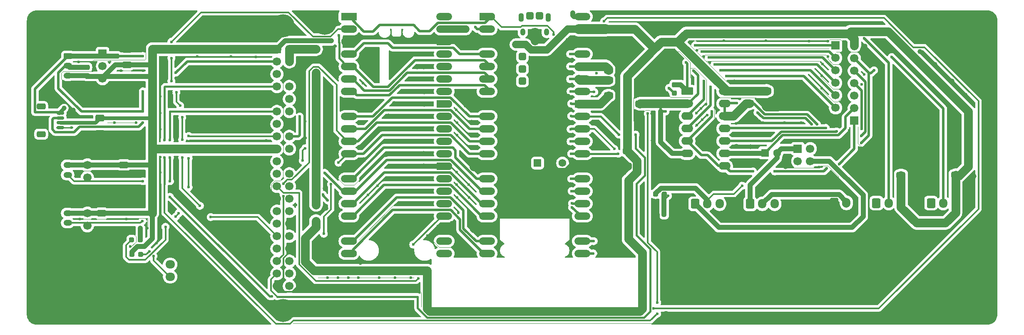
<source format=gbr>
%TF.GenerationSoftware,KiCad,Pcbnew,9.0.2*%
%TF.CreationDate,2025-06-02T17:23:56+01:00*%
%TF.ProjectId,TWUSDiySynthKit,54575553-4469-4795-9379-6e74684b6974,rev?*%
%TF.SameCoordinates,Original*%
%TF.FileFunction,Copper,L1,Top*%
%TF.FilePolarity,Positive*%
%FSLAX46Y46*%
G04 Gerber Fmt 4.6, Leading zero omitted, Abs format (unit mm)*
G04 Created by KiCad (PCBNEW 9.0.2) date 2025-06-02 17:23:56*
%MOMM*%
%LPD*%
G01*
G04 APERTURE LIST*
G04 Aperture macros list*
%AMRoundRect*
0 Rectangle with rounded corners*
0 $1 Rounding radius*
0 $2 $3 $4 $5 $6 $7 $8 $9 X,Y pos of 4 corners*
0 Add a 4 corners polygon primitive as box body*
4,1,4,$2,$3,$4,$5,$6,$7,$8,$9,$2,$3,0*
0 Add four circle primitives for the rounded corners*
1,1,$1+$1,$2,$3*
1,1,$1+$1,$4,$5*
1,1,$1+$1,$6,$7*
1,1,$1+$1,$8,$9*
0 Add four rect primitives between the rounded corners*
20,1,$1+$1,$2,$3,$4,$5,0*
20,1,$1+$1,$4,$5,$6,$7,0*
20,1,$1+$1,$6,$7,$8,$9,0*
20,1,$1+$1,$8,$9,$2,$3,0*%
%AMFreePoly0*
4,1,37,0.000000,0.796148,0.078414,0.796148,0.232228,0.765552,0.377117,0.705537,0.507515,0.618408,0.618408,0.507515,0.705537,0.377117,0.765552,0.232228,0.796148,0.078414,0.796148,-0.078414,0.765552,-0.232228,0.705537,-0.377117,0.618408,-0.507515,0.507515,-0.618408,0.377117,-0.705537,0.232228,-0.765552,0.078414,-0.796148,0.000000,-0.796148,0.000000,-0.800000,-2.200000,-0.800000,
-2.203843,-0.796157,-2.239018,-0.796157,-2.311114,-0.766294,-2.366294,-0.711114,-2.396157,-0.639018,-2.396157,-0.603843,-2.400000,-0.600000,-2.400000,0.600000,-2.396157,0.603843,-2.396157,0.639018,-2.366294,0.711114,-2.311114,0.766294,-2.239018,0.796157,-2.203843,0.796157,-2.200000,0.800000,0.000000,0.800000,0.000000,0.796148,0.000000,0.796148,$1*%
%AMFreePoly1*
4,1,37,0.603843,0.796157,0.639018,0.796157,0.711114,0.766294,0.766294,0.711114,0.796157,0.639018,0.796157,0.603843,0.800000,0.600000,0.800000,-0.600000,0.796157,-0.603843,0.796157,-0.639018,0.766294,-0.711114,0.711114,-0.766294,0.639018,-0.796157,0.603843,-0.796157,0.600000,-0.800000,-1.600000,-0.800000,-1.600000,-0.796148,-1.678414,-0.796148,-1.832228,-0.765552,-1.977117,-0.705537,
-2.107515,-0.618408,-2.218408,-0.507515,-2.305537,-0.377117,-2.365552,-0.232228,-2.396148,-0.078414,-2.396148,0.078414,-2.365552,0.232228,-2.305537,0.377117,-2.218408,0.507515,-2.107515,0.618408,-1.977117,0.705537,-1.832228,0.765552,-1.678414,0.796148,-1.600000,0.796148,-1.600000,0.800000,0.600000,0.800000,0.603843,0.796157,0.603843,0.796157,$1*%
%AMFreePoly2*
4,1,37,1.600000,0.796148,1.678414,0.796148,1.832228,0.765552,1.977117,0.705537,2.107515,0.618408,2.218408,0.507515,2.305537,0.377117,2.365552,0.232228,2.396148,0.078414,2.396148,-0.078414,2.365552,-0.232228,2.305537,-0.377117,2.218408,-0.507515,2.107515,-0.618408,1.977117,-0.705537,1.832228,-0.765552,1.678414,-0.796148,1.600000,-0.796148,1.600000,-0.800000,-0.600000,-0.800000,
-0.603843,-0.796157,-0.639018,-0.796157,-0.711114,-0.766294,-0.766294,-0.711114,-0.796157,-0.639018,-0.796157,-0.603843,-0.800000,-0.600000,-0.800000,0.600000,-0.796157,0.603843,-0.796157,0.639018,-0.766294,0.711114,-0.711114,0.766294,-0.639018,0.796157,-0.603843,0.796157,-0.600000,0.800000,1.600000,0.800000,1.600000,0.796148,1.600000,0.796148,$1*%
%AMFreePoly3*
4,1,37,0.603843,0.796157,0.639018,0.796157,0.711114,0.766294,0.766294,0.711114,0.796157,0.639018,0.796157,0.603843,0.800000,0.600000,0.800000,-0.600000,0.796157,-0.603843,0.796157,-0.639018,0.766294,-0.711114,0.711114,-0.766294,0.639018,-0.796157,0.603843,-0.796157,0.600000,-0.800000,0.000000,-0.800000,0.000000,-0.796148,-0.078414,-0.796148,-0.232228,-0.765552,-0.377117,-0.705537,
-0.507515,-0.618408,-0.618408,-0.507515,-0.705537,-0.377117,-0.765552,-0.232228,-0.796148,-0.078414,-0.796148,0.078414,-0.765552,0.232228,-0.705537,0.377117,-0.618408,0.507515,-0.507515,0.618408,-0.377117,0.705537,-0.232228,0.765552,-0.078414,0.796148,0.000000,0.796148,0.000000,0.800000,0.600000,0.800000,0.603843,0.796157,0.603843,0.796157,$1*%
%AMFreePoly4*
4,1,37,0.000000,0.796148,0.078414,0.796148,0.232228,0.765552,0.377117,0.705537,0.507515,0.618408,0.618408,0.507515,0.705537,0.377117,0.765552,0.232228,0.796148,0.078414,0.796148,-0.078414,0.765552,-0.232228,0.705537,-0.377117,0.618408,-0.507515,0.507515,-0.618408,0.377117,-0.705537,0.232228,-0.765552,0.078414,-0.796148,0.000000,-0.796148,0.000000,-0.800000,-0.600000,-0.800000,
-0.603843,-0.796157,-0.639018,-0.796157,-0.711114,-0.766294,-0.766294,-0.711114,-0.796157,-0.639018,-0.796157,-0.603843,-0.800000,-0.600000,-0.800000,0.600000,-0.796157,0.603843,-0.796157,0.639018,-0.766294,0.711114,-0.711114,0.766294,-0.639018,0.796157,-0.603843,0.796157,-0.600000,0.800000,0.000000,0.800000,0.000000,0.796148,0.000000,0.796148,$1*%
G04 Aperture macros list end*
%TA.AperFunction,EtchedComponent*%
%ADD10C,0.000000*%
%TD*%
%TA.AperFunction,ComponentPad*%
%ADD11C,4.700000*%
%TD*%
%TA.AperFunction,ComponentPad*%
%ADD12R,1.700000X1.700000*%
%TD*%
%TA.AperFunction,ComponentPad*%
%ADD13C,1.700000*%
%TD*%
%TA.AperFunction,SMDPad,CuDef*%
%ADD14RoundRect,0.250000X-0.650000X0.412500X-0.650000X-0.412500X0.650000X-0.412500X0.650000X0.412500X0*%
%TD*%
%TA.AperFunction,SMDPad,CuDef*%
%ADD15RoundRect,0.250000X0.650000X-0.412500X0.650000X0.412500X-0.650000X0.412500X-0.650000X-0.412500X0*%
%TD*%
%TA.AperFunction,ComponentPad*%
%ADD16RoundRect,0.250000X-0.600000X-0.725000X0.600000X-0.725000X0.600000X0.725000X-0.600000X0.725000X0*%
%TD*%
%TA.AperFunction,ComponentPad*%
%ADD17O,1.700000X1.950000*%
%TD*%
%TA.AperFunction,SMDPad,CuDef*%
%ADD18C,0.500000*%
%TD*%
%TA.AperFunction,ComponentPad*%
%ADD19RoundRect,0.250000X-0.600000X-0.750000X0.600000X-0.750000X0.600000X0.750000X-0.600000X0.750000X0*%
%TD*%
%TA.AperFunction,ComponentPad*%
%ADD20O,1.700000X2.000000*%
%TD*%
%TA.AperFunction,SMDPad,CuDef*%
%ADD21RoundRect,0.237500X-0.287500X-0.237500X0.287500X-0.237500X0.287500X0.237500X-0.287500X0.237500X0*%
%TD*%
%TA.AperFunction,SMDPad,CuDef*%
%ADD22RoundRect,0.237500X-0.237500X0.250000X-0.237500X-0.250000X0.237500X-0.250000X0.237500X0.250000X0*%
%TD*%
%TA.AperFunction,SMDPad,CuDef*%
%ADD23RoundRect,0.150000X-0.625000X0.150000X-0.625000X-0.150000X0.625000X-0.150000X0.625000X0.150000X0*%
%TD*%
%TA.AperFunction,SMDPad,CuDef*%
%ADD24RoundRect,0.250000X-0.650000X0.350000X-0.650000X-0.350000X0.650000X-0.350000X0.650000X0.350000X0*%
%TD*%
%TA.AperFunction,ComponentPad*%
%ADD25RoundRect,0.250000X-0.950000X-0.550000X0.950000X-0.550000X0.950000X0.550000X-0.950000X0.550000X0*%
%TD*%
%TA.AperFunction,ComponentPad*%
%ADD26O,2.400000X1.600000*%
%TD*%
%TA.AperFunction,ComponentPad*%
%ADD27RoundRect,0.250000X-0.625000X0.350000X-0.625000X-0.350000X0.625000X-0.350000X0.625000X0.350000X0*%
%TD*%
%TA.AperFunction,ComponentPad*%
%ADD28O,1.750000X1.200000*%
%TD*%
%TA.AperFunction,SMDPad,CuDef*%
%ADD29RoundRect,0.237500X0.237500X-0.287500X0.237500X0.287500X-0.237500X0.287500X-0.237500X-0.287500X0*%
%TD*%
%TA.AperFunction,ComponentPad*%
%ADD30R,1.600000X1.600000*%
%TD*%
%TA.AperFunction,ComponentPad*%
%ADD31C,1.600000*%
%TD*%
%TA.AperFunction,ComponentPad*%
%ADD32RoundRect,0.250000X0.725000X-0.600000X0.725000X0.600000X-0.725000X0.600000X-0.725000X-0.600000X0*%
%TD*%
%TA.AperFunction,ComponentPad*%
%ADD33O,1.950000X1.700000*%
%TD*%
%TA.AperFunction,SMDPad,CuDef*%
%ADD34RoundRect,0.237500X0.250000X0.237500X-0.250000X0.237500X-0.250000X-0.237500X0.250000X-0.237500X0*%
%TD*%
%TA.AperFunction,SMDPad,CuDef*%
%ADD35O,1.100000X1.800000*%
%TD*%
%TA.AperFunction,SMDPad,CuDef*%
%ADD36O,1.050000X1.450000*%
%TD*%
%TA.AperFunction,SMDPad,CuDef*%
%ADD37FreePoly0,0.000000*%
%TD*%
%TA.AperFunction,SMDPad,CuDef*%
%ADD38RoundRect,0.800000X-0.800000X-0.000010X0.800000X-0.000010X0.800000X0.000010X-0.800000X0.000010X0*%
%TD*%
%TA.AperFunction,SMDPad,CuDef*%
%ADD39FreePoly1,0.000000*%
%TD*%
%TA.AperFunction,SMDPad,CuDef*%
%ADD40FreePoly2,0.000000*%
%TD*%
%TA.AperFunction,SMDPad,CuDef*%
%ADD41RoundRect,0.200000X-0.587400X-0.587400X0.587400X-0.587400X0.587400X0.587400X-0.587400X0.587400X0*%
%TD*%
%TA.AperFunction,SMDPad,CuDef*%
%ADD42C,1.574800*%
%TD*%
%TA.AperFunction,SMDPad,CuDef*%
%ADD43RoundRect,0.300000X-0.450000X-0.450000X0.450000X-0.450000X0.450000X0.450000X-0.450000X0.450000X0*%
%TD*%
%TA.AperFunction,ComponentPad*%
%ADD44RoundRect,0.200000X-0.600000X-0.600000X0.600000X-0.600000X0.600000X0.600000X-0.600000X0.600000X0*%
%TD*%
%TA.AperFunction,ComponentPad*%
%ADD45FreePoly3,0.000000*%
%TD*%
%TA.AperFunction,ComponentPad*%
%ADD46FreePoly4,0.000000*%
%TD*%
%TA.AperFunction,ViaPad*%
%ADD47C,0.600000*%
%TD*%
%TA.AperFunction,ViaPad*%
%ADD48C,1.000000*%
%TD*%
%TA.AperFunction,Conductor*%
%ADD49C,1.000000*%
%TD*%
%TA.AperFunction,Conductor*%
%ADD50C,0.500000*%
%TD*%
%TA.AperFunction,Conductor*%
%ADD51C,0.300000*%
%TD*%
%TA.AperFunction,Conductor*%
%ADD52C,0.100000*%
%TD*%
%TA.AperFunction,Conductor*%
%ADD53C,1.750000*%
%TD*%
%TA.AperFunction,Conductor*%
%ADD54C,2.000000*%
%TD*%
%TA.AperFunction,Conductor*%
%ADD55C,1.500000*%
%TD*%
%TA.AperFunction,Conductor*%
%ADD56C,0.400000*%
%TD*%
%TA.AperFunction,Conductor*%
%ADD57C,0.750000*%
%TD*%
%TA.AperFunction,Conductor*%
%ADD58C,0.200000*%
%TD*%
G04 APERTURE END LIST*
D10*
%TA.AperFunction,EtchedComponent*%
%TO.C,NT3*%
G36*
X196000000Y-50250000D02*
G01*
X195000000Y-50250000D01*
X195000000Y-49750000D01*
X196000000Y-49750000D01*
X196000000Y-50250000D01*
G37*
%TD.AperFunction*%
%TA.AperFunction,EtchedComponent*%
%TO.C,NT2*%
G36*
X186650000Y-41100000D02*
G01*
X186150000Y-41100000D01*
X186150000Y-40100000D01*
X186650000Y-40100000D01*
X186650000Y-41100000D01*
G37*
%TD.AperFunction*%
%TA.AperFunction,EtchedComponent*%
%TO.C,NT1*%
G36*
X199659571Y-41265995D02*
G01*
X199159571Y-41265995D01*
X199159571Y-40265995D01*
X199659571Y-40265995D01*
X199659571Y-41265995D01*
G37*
%TD.AperFunction*%
%TD*%
D11*
%TO.P,H9,1,1*%
%TO.N,GND*%
X60600000Y-81600000D03*
%TD*%
D12*
%TO.P,J12,1,Pin_1*%
%TO.N,GND*%
X69800000Y-49460000D03*
D13*
%TO.P,J12,2,Pin_2*%
%TO.N,+3.3V*%
X69800000Y-52000000D03*
%TO.P,J12,3,Pin_3*%
%TO.N,Net-(A1-GPIO22)*%
X69800000Y-54540000D03*
%TD*%
D14*
%TO.P,C5,1*%
%TO.N,5V*%
X175800000Y-24337500D03*
%TO.P,C5,2*%
%TO.N,GND*%
X175800000Y-27462500D03*
%TD*%
D15*
%TO.P,C11,1*%
%TO.N,+3.3V*%
X77900000Y-31562500D03*
%TO.P,C11,2*%
%TO.N,GND*%
X77900000Y-28437500D03*
%TD*%
D16*
%TO.P,R3,1*%
%TO.N,Net-(J1-Pin_1)*%
X204600000Y-59900000D03*
D17*
%TO.P,R3,2,Wiper*%
%TO.N,Net-(J2-Pin_2)*%
X207100000Y-59900000D03*
%TO.P,R3,3*%
%TO.N,unconnected-(R3-Pad3)*%
X209600000Y-59900000D03*
%TD*%
D18*
%TO.P,NT3,1,1*%
%TO.N,5OUT*%
X195000000Y-50000000D03*
%TO.P,NT3,2,2*%
%TO.N,8TRIG*%
X196000000Y-50000000D03*
%TD*%
D11*
%TO.P,H8,1,1*%
%TO.N,GND*%
X118100000Y-23100000D03*
%TD*%
D19*
%TO.P,J2,1,Pin_1*%
%TO.N,GND*%
X221700000Y-59700000D03*
D20*
%TO.P,J2,2,Pin_2*%
%TO.N,Net-(J2-Pin_2)*%
X224200000Y-59700000D03*
%TD*%
D16*
%TO.P,R1,1*%
%TO.N,unconnected-(R1-Pad1)*%
X241400000Y-59750000D03*
D17*
%TO.P,R1,2,Wiper*%
%TO.N,13DIS*%
X243900000Y-59750000D03*
%TO.P,R1,3*%
%TO.N,5V*%
X246400000Y-59750000D03*
%TD*%
D15*
%TO.P,C13,1*%
%TO.N,+3.3V*%
X77200000Y-51962500D03*
%TO.P,C13,2*%
%TO.N,GND*%
X77200000Y-48837500D03*
%TD*%
D11*
%TO.P,H11,1,1*%
%TO.N,GND*%
X60600000Y-23600000D03*
%TD*%
D14*
%TO.P,C3,1*%
%TO.N,5V*%
X179600000Y-49137500D03*
%TO.P,C3,2*%
%TO.N,GND*%
X179600000Y-52262500D03*
%TD*%
D11*
%TO.P,H12,1,1*%
%TO.N,GND*%
X109600000Y-23600000D03*
%TD*%
D18*
%TO.P,NT2,1,1*%
%TO.N,2THR*%
X186400000Y-40100000D03*
%TO.P,NT2,2,2*%
%TO.N,6TRIG*%
X186400000Y-41100000D03*
%TD*%
D12*
%TO.P,J3,1,Pin_1*%
%TO.N,1DIS*%
X222000000Y-27650000D03*
D13*
%TO.P,J3,2,Pin_2*%
%TO.N,2THR*%
X222000000Y-30190000D03*
%TO.P,J3,3,Pin_3*%
%TO.N,3CV*%
X222000000Y-32730000D03*
%TO.P,J3,4,Pin_4*%
%TO.N,4RST*%
X222000000Y-35270000D03*
%TO.P,J3,5,Pin_5*%
%TO.N,5OUT*%
X222000000Y-37810000D03*
%TO.P,J3,6,Pin_6*%
%TO.N,6TRIG*%
X222000000Y-40350000D03*
%TO.P,J3,7,Pin_7*%
%TO.N,GND*%
X222000000Y-42890000D03*
%TD*%
D11*
%TO.P,H10,1,1*%
%TO.N,GND*%
X109600000Y-81600000D03*
%TD*%
%TO.P,H5,1,1*%
%TO.N,GND*%
X252300000Y-23100000D03*
%TD*%
D18*
%TO.P,NT1,1,1*%
%TO.N,12THR*%
X199409571Y-41265995D03*
%TO.P,NT1,2,2*%
%TO.N,13DIS*%
X199409571Y-40265995D03*
%TD*%
D15*
%TO.P,C10,1*%
%TO.N,5V*%
X246400000Y-54062500D03*
%TO.P,C10,2*%
%TO.N,GND*%
X246400000Y-50937500D03*
%TD*%
%TO.P,C14,1*%
%TO.N,+3.3V*%
X72700000Y-61825000D03*
%TO.P,C14,2*%
%TO.N,GND*%
X72700000Y-58700000D03*
%TD*%
D11*
%TO.P,H7,1,1*%
%TO.N,GND*%
X118100000Y-69300000D03*
%TD*%
D21*
%TO.P,R13,1*%
%TO.N,Net-(A1-GPIO20)*%
X78825000Y-67200000D03*
%TO.P,R13,2*%
%TO.N,Net-(J6-Pin_3)*%
X80575000Y-67200000D03*
%TD*%
D22*
%TO.P,R8,1*%
%TO.N,Net-(A1-GPIO3)*%
X75800000Y-29787500D03*
%TO.P,R8,2*%
%TO.N,+3.3V*%
X75800000Y-31612500D03*
%TD*%
D12*
%TO.P,J1,1,Pin_1*%
%TO.N,Net-(J1-Pin_1)*%
X214300000Y-48675000D03*
D13*
%TO.P,J1,2,Pin_2*%
%TO.N,Net-(J1-Pin_2)*%
X214300000Y-51215000D03*
%TO.P,J1,3,Pin_3*%
%TO.N,unconnected-(J1-Pin_3-Pad3)*%
X216840000Y-48675000D03*
%TO.P,J1,4,Pin_4*%
%TO.N,Net-(J1-Pin_4)*%
X216840000Y-51215000D03*
%TD*%
D23*
%TO.P,J8,1,Pin_1*%
%TO.N,Net-(A1-GPIO3)*%
X64300000Y-41400000D03*
%TO.P,J8,2,Pin_2*%
%TO.N,Net-(A1-GPIO2)*%
X64300000Y-42400000D03*
%TO.P,J8,3,Pin_3*%
%TO.N,+3.3V*%
X64300000Y-43400000D03*
%TO.P,J8,4,Pin_4*%
%TO.N,GND*%
X64300000Y-44400000D03*
D24*
%TO.P,J8,MP*%
%TO.N,N/C*%
X60425000Y-40100000D03*
X60425000Y-45700000D03*
%TD*%
D14*
%TO.P,C6,1*%
%TO.N,Net-(A1-ADC_VREF)*%
X175800000Y-34737500D03*
%TO.P,C6,2*%
%TO.N,Net-(A1-AGND)*%
X175800000Y-37862500D03*
%TD*%
D25*
%TO.P,U1,1,DIS*%
%TO.N,1DIS*%
X191800000Y-36960000D03*
D26*
%TO.P,U1,2,THR*%
%TO.N,2THR*%
X191800000Y-39500000D03*
%TO.P,U1,3,CV*%
%TO.N,3CV*%
X191800000Y-42040000D03*
%TO.P,U1,4,R*%
%TO.N,4RST*%
X191800000Y-44580000D03*
%TO.P,U1,5,Q*%
%TO.N,5OUT*%
X191800000Y-47120000D03*
%TO.P,U1,6,TR*%
%TO.N,6TRIG*%
X191800000Y-49660000D03*
%TO.P,U1,7,GND*%
%TO.N,GND*%
X191800000Y-52200000D03*
%TO.P,U1,8,TR*%
%TO.N,8TRIG*%
X199420000Y-52200000D03*
%TO.P,U1,9,Q*%
%TO.N,9OUT*%
X199420000Y-49660000D03*
%TO.P,U1,10,R*%
%TO.N,10RST*%
X199420000Y-47120000D03*
%TO.P,U1,11,CV*%
%TO.N,11CV*%
X199420000Y-44580000D03*
%TO.P,U1,12,THR*%
%TO.N,12THR*%
X199420000Y-42040000D03*
%TO.P,U1,13,DIS*%
%TO.N,13DIS*%
X199420000Y-39500000D03*
%TO.P,U1,14,VCC*%
%TO.N,5V*%
X199420000Y-36960000D03*
%TD*%
D22*
%TO.P,R9,1*%
%TO.N,Net-(A1-GPIO2)*%
X69800000Y-32100000D03*
%TO.P,R9,2*%
%TO.N,+3.3V*%
X69800000Y-33925000D03*
%TD*%
D14*
%TO.P,C8,1*%
%TO.N,2THR*%
X182200000Y-39537500D03*
%TO.P,C8,2*%
%TO.N,GND*%
X182200000Y-42662500D03*
%TD*%
D27*
%TO.P,J9,1,Pin_1*%
%TO.N,GND*%
X65800000Y-50000000D03*
D28*
%TO.P,J9,2,Pin_2*%
%TO.N,+3.3V*%
X65800000Y-52000000D03*
%TO.P,J9,3,Pin_3*%
%TO.N,Net-(A1-GPIO22)*%
X65800000Y-54000000D03*
%TD*%
D15*
%TO.P,C4,1*%
%TO.N,+3.3V*%
X175800000Y-32662500D03*
%TO.P,C4,2*%
%TO.N,GND*%
X175800000Y-29537500D03*
%TD*%
D29*
%TO.P,R4,1*%
%TO.N,6TRIG*%
X189200000Y-37375000D03*
%TO.P,R4,2*%
%TO.N,1DIS*%
X189200000Y-35625000D03*
%TD*%
D30*
%TO.P,C7,1*%
%TO.N,9OUT*%
X207617621Y-49500000D03*
D31*
%TO.P,C7,2*%
%TO.N,Net-(J1-Pin_1)*%
X210117621Y-49500000D03*
%TD*%
D16*
%TO.P,R6,1*%
%TO.N,Net-(J1-Pin_4)*%
X193400000Y-59900000D03*
D17*
%TO.P,R6,2,Wiper*%
%TO.N,Net-(J1-Pin_2)*%
X195900000Y-59900000D03*
%TO.P,R6,3*%
%TO.N,unconnected-(R6-Pad3)*%
X198400000Y-59900000D03*
%TD*%
D14*
%TO.P,C2,1*%
%TO.N,12THR*%
X204400000Y-39500000D03*
%TO.P,C2,2*%
%TO.N,GND*%
X204400000Y-42625000D03*
%TD*%
D32*
%TO.P,J6,1,Pin_1*%
%TO.N,GND*%
X86650000Y-77250000D03*
D33*
%TO.P,J6,2,Pin_2*%
%TO.N,Net-(J6-Pin_2)*%
X86650000Y-74750000D03*
%TO.P,J6,3,Pin_3*%
%TO.N,Net-(J6-Pin_3)*%
X86650000Y-72250000D03*
%TO.P,J6,4,Pin_4*%
%TO.N,GND*%
X86650000Y-69750000D03*
%TD*%
D34*
%TO.P,R5,1*%
%TO.N,OUTPUTB_ADC*%
X187112500Y-62100000D03*
%TO.P,R5,2*%
%TO.N,GND*%
X185287500Y-62100000D03*
%TD*%
D16*
%TO.P,R2,1*%
%TO.N,unconnected-(R2-Pad1)*%
X230300000Y-59750000D03*
D17*
%TO.P,R2,2,Wiper*%
%TO.N,1DIS*%
X232800000Y-59750000D03*
%TO.P,R2,3*%
%TO.N,5V*%
X235300000Y-59750000D03*
%TD*%
D12*
%TO.P,J14,1,Pin_1*%
%TO.N,Net-(A1-GPIO3)*%
X72900000Y-29320000D03*
D13*
%TO.P,J14,2,Pin_2*%
%TO.N,Net-(A1-GPIO2)*%
X72900000Y-31860000D03*
%TO.P,J14,3,Pin_3*%
%TO.N,+3.3V*%
X72900000Y-34400000D03*
%TO.P,J14,4,Pin_4*%
%TO.N,GND*%
X72900000Y-36940000D03*
%TD*%
D35*
%TO.P,A1,*%
%TO.N,*%
X158075000Y-21900000D03*
D36*
X158375000Y-24930000D03*
X163225000Y-24930000D03*
D35*
X163525000Y-21900000D03*
D37*
%TO.P,A1,1,GPIO0*%
%TO.N,Net-(A1-GPIO0)*%
X151910000Y-21770000D03*
D38*
%TO.P,A1,2,GPIO1*%
%TO.N,Net-(A1-GPIO1)*%
X151110000Y-24310000D03*
D39*
%TO.P,A1,3,GND*%
%TO.N,GND*%
X151910000Y-26850000D03*
D38*
%TO.P,A1,4,GPIO2*%
%TO.N,Net-(A1-GPIO2)*%
X151110000Y-29390000D03*
%TO.P,A1,5,GPIO3*%
%TO.N,Net-(A1-GPIO3)*%
X151110000Y-31930000D03*
%TO.P,A1,6,GPIO4*%
%TO.N,Net-(A1-GPIO4)*%
X151110000Y-34470000D03*
%TO.P,A1,7,GPIO5*%
%TO.N,Net-(A1-GPIO5)*%
X151110000Y-37010000D03*
D39*
%TO.P,A1,8,GND*%
%TO.N,GND*%
X151910000Y-39550000D03*
D38*
%TO.P,A1,9,GPIO6*%
%TO.N,Net-(A1-GPIO6)*%
X151110000Y-42090000D03*
%TO.P,A1,10,GPIO7*%
%TO.N,Net-(A1-GPIO7)*%
X151110000Y-44630000D03*
%TO.P,A1,11,GPIO8*%
%TO.N,Net-(A1-GPIO8)*%
X151110000Y-47170000D03*
%TO.P,A1,12,GPIO9*%
%TO.N,Net-(A1-GPIO9)*%
X151110000Y-49710000D03*
D39*
%TO.P,A1,13,GND*%
%TO.N,GND*%
X151910000Y-52250000D03*
D38*
%TO.P,A1,14,GPIO10*%
%TO.N,Net-(A1-GPIO10)*%
X151110000Y-54790000D03*
%TO.P,A1,15,GPIO11*%
%TO.N,Net-(A1-GPIO11)*%
X151110000Y-57330000D03*
%TO.P,A1,16,GPIO12*%
%TO.N,Net-(A1-GPIO12)*%
X151110000Y-59870000D03*
%TO.P,A1,17,GPIO13*%
%TO.N,Net-(A1-GPIO13)*%
X151110000Y-62410000D03*
D39*
%TO.P,A1,18,GND*%
%TO.N,GND*%
X151910000Y-64950000D03*
D38*
%TO.P,A1,19,GPIO14*%
%TO.N,Net-(A1-GPIO14)*%
X151110000Y-67490000D03*
%TO.P,A1,20,GPIO15*%
%TO.N,Net-(A1-GPIO15)*%
X151110000Y-70030000D03*
%TO.P,A1,21,GPIO16*%
%TO.N,Net-(A1-GPIO16)*%
X170490000Y-70030000D03*
%TO.P,A1,22,GPIO17*%
%TO.N,Net-(A1-GPIO17)*%
X170490000Y-67490000D03*
D40*
%TO.P,A1,23,GND*%
%TO.N,GND*%
X169690000Y-64950000D03*
D38*
%TO.P,A1,24,GPIO18*%
%TO.N,Net-(A1-GPIO18)*%
X170490000Y-62410000D03*
%TO.P,A1,25,GPIO19*%
%TO.N,Net-(A1-GPIO19)*%
X170490000Y-59870000D03*
%TO.P,A1,26,GPIO20*%
%TO.N,Net-(A1-GPIO20)*%
X170490000Y-57330000D03*
%TO.P,A1,27,GPIO21*%
%TO.N,Net-(A1-GPIO21)*%
X170490000Y-54790000D03*
D40*
%TO.P,A1,28,GND*%
%TO.N,GND*%
X169690000Y-52250000D03*
D38*
%TO.P,A1,29,GPIO22*%
%TO.N,Net-(A1-GPIO22)*%
X170490000Y-49710000D03*
%TO.P,A1,30,RUN*%
%TO.N,Net-(A1-RUN)*%
X170490000Y-47170000D03*
%TO.P,A1,31,GPIO26_ADC0*%
%TO.N,OUTPUTB_ADC*%
X170490000Y-44630000D03*
%TO.P,A1,32,GPIO27_ADC1*%
%TO.N,Net-(A1-GPIO27_ADC1)*%
X170490000Y-42090000D03*
D40*
%TO.P,A1,33,AGND*%
%TO.N,Net-(A1-AGND)*%
X169690000Y-39550000D03*
D38*
%TO.P,A1,34,GPIO28_ADC2*%
%TO.N,Net-(A1-GPIO28_ADC2)*%
X170490000Y-37010000D03*
%TO.P,A1,35,ADC_VREF*%
%TO.N,Net-(A1-ADC_VREF)*%
X170490000Y-34470000D03*
%TO.P,A1,36,3V3*%
%TO.N,+3.3V*%
X170490000Y-31930000D03*
%TO.P,A1,37,3V3_EN*%
%TO.N,Net-(A1-3V3_EN)*%
X170490000Y-29390000D03*
D40*
%TO.P,A1,38,GND*%
%TO.N,GND*%
X169690000Y-26850000D03*
D38*
%TO.P,A1,39,VSYS*%
%TO.N,5V*%
X170490000Y-24310000D03*
%TO.P,A1,40,VBUS*%
%TO.N,Net-(A1-VBUS)*%
X170490000Y-21770000D03*
D41*
%TO.P,A1,D1,SWCLK*%
%TO.N,Net-(A1-SWCLK)*%
X161384100Y-51600000D03*
D42*
%TO.P,A1,D2,GND*%
%TO.N,GND*%
X163924100Y-51600000D03*
%TO.P,A1,D3,SWDIO*%
%TO.N,Net-(A1-SWDIO)*%
X166464100Y-51600000D03*
D43*
%TO.P,A1,TP1,USB_GND*%
%TO.N,GND*%
X160800000Y-24900000D03*
%TO.P,A1,TP2,USB_DM*%
%TO.N,unconnected-(A1-USB_DM-PadTP2)*%
X161800000Y-21600000D03*
%TO.P,A1,TP3,USB_DP*%
%TO.N,unconnected-(A1-USB_DP-PadTP3)*%
X159800000Y-21600000D03*
%TO.P,A1,TP4,~{SMPS_PS}*%
%TO.N,unconnected-(A1-~{SMPS_PS}-PadTP4)*%
X158300000Y-29900000D03*
%TO.P,A1,TP5,LED_OUT*%
%TO.N,Net-(A1-LED_OUT)*%
X158300000Y-32400000D03*
%TO.P,A1,TP6,~{BOOTSEL}*%
%TO.N,Net-(A1-~{BOOTSEL})*%
X158300000Y-34900000D03*
%TD*%
D27*
%TO.P,J10,1,Pin_1*%
%TO.N,GND*%
X65800000Y-59800000D03*
D28*
%TO.P,J10,2,Pin_2*%
%TO.N,+3.3V*%
X65800000Y-61800000D03*
%TO.P,J10,3,Pin_3*%
%TO.N,Net-(A1-GPIO21)*%
X65800000Y-63800000D03*
%TD*%
D12*
%TO.P,J4,8,Pin_8*%
%TO.N,8TRIG*%
X225800000Y-42950000D03*
D13*
%TO.P,J4,9,Pin_9*%
%TO.N,9OUT*%
X225800000Y-40410000D03*
%TO.P,J4,10,Pin_10*%
%TO.N,10RST*%
X225800000Y-37870000D03*
%TO.P,J4,11,Pin_11*%
%TO.N,11CV*%
X225800000Y-35330000D03*
%TO.P,J4,12,Pin_12*%
%TO.N,12THR*%
X225800000Y-32790000D03*
%TO.P,J4,13,Pin_13*%
%TO.N,13DIS*%
X225800000Y-30250000D03*
%TO.P,J4,14,Pin_14*%
%TO.N,5V*%
X225800000Y-27710000D03*
%TD*%
D21*
%TO.P,R7,1*%
%TO.N,Net-(J1-Pin_2)*%
X185400000Y-57900000D03*
%TO.P,R7,2*%
%TO.N,OUTPUTB_ADC*%
X187150000Y-57900000D03*
%TD*%
D12*
%TO.P,J11,1,Pin_1*%
%TO.N,GND*%
X69800000Y-59275000D03*
D13*
%TO.P,J11,2,Pin_2*%
%TO.N,+3.3V*%
X69800000Y-61815000D03*
%TO.P,J11,3,Pin_3*%
%TO.N,Net-(A1-GPIO21)*%
X69800000Y-64355000D03*
%TD*%
D21*
%TO.P,R12,1*%
%TO.N,+3.3V*%
X78900000Y-70200000D03*
%TO.P,R12,2*%
%TO.N,Net-(J6-Pin_2)*%
X80650000Y-70200000D03*
%TD*%
D14*
%TO.P,C9,1*%
%TO.N,5V*%
X208000000Y-36937500D03*
%TO.P,C9,2*%
%TO.N,GND*%
X208000000Y-40062500D03*
%TD*%
D12*
%TO.P,J5,1,3V3*%
%TO.N,+3.3V*%
X108360000Y-28400000D03*
D13*
%TO.P,J5,2,5V*%
%TO.N,5V*%
X110900000Y-28400000D03*
%TO.P,J5,3,SDA/GPIO2*%
%TO.N,Net-(A1-GPIO2)*%
X108360000Y-30940000D03*
%TO.P,J5,4,5V*%
%TO.N,5V*%
X110900000Y-30940000D03*
%TO.P,J5,5,SCL/GPIO3*%
%TO.N,Net-(A1-GPIO3)*%
X108360000Y-33480000D03*
%TO.P,J5,6,GND*%
%TO.N,GND*%
X110900000Y-33480000D03*
%TO.P,J5,7,GCLK0/GPIO4*%
%TO.N,Net-(A1-GPIO28_ADC2)*%
X108360000Y-36020000D03*
%TO.P,J5,8,GPIO14/TXD*%
%TO.N,Net-(A1-GPIO4)*%
X110900000Y-36020000D03*
%TO.P,J5,9,GND*%
%TO.N,GND*%
X108360000Y-38560000D03*
%TO.P,J5,10,GPIO15/RXD*%
%TO.N,Net-(A1-GPIO5)*%
X110900000Y-38560000D03*
%TO.P,J5,11,GPIO17*%
%TO.N,Net-(A1-GPIO22)*%
X108360000Y-41100000D03*
%TO.P,J5,12,GPIO18/PWM0*%
%TO.N,Net-(A1-GPIO7)*%
X110900000Y-41100000D03*
%TO.P,J5,13,GPIO27*%
%TO.N,Net-(A1-GPIO21)*%
X108360000Y-43640000D03*
%TO.P,J5,14,GND*%
%TO.N,GND*%
X110900000Y-43640000D03*
%TO.P,J5,15,GPIO22*%
%TO.N,Net-(A1-GPIO20)*%
X108360000Y-46180000D03*
%TO.P,J5,16,GPIO23*%
%TO.N,Net-(A1-GPIO6)*%
X110900000Y-46180000D03*
%TO.P,J5,17,3V3*%
%TO.N,+3.3V*%
X108360000Y-48720000D03*
%TO.P,J5,18,GPIO24*%
%TO.N,Net-(A1-GPIO11)*%
X110900000Y-48720000D03*
%TO.P,J5,19,PICO0/GPIO10*%
%TO.N,Net-(A1-GPIO19)*%
X108360000Y-51260000D03*
%TO.P,J5,20,GND*%
%TO.N,GND*%
X110900000Y-51260000D03*
%TO.P,J5,21,POCI0/GPIO9*%
%TO.N,Net-(A1-GPIO16)*%
X108360000Y-53800000D03*
%TO.P,J5,22,GPIO25*%
%TO.N,Net-(A1-GPIO9)*%
X110900000Y-53800000D03*
%TO.P,J5,23,SCLK0/GPIO11*%
%TO.N,Net-(A1-GPIO18)*%
X108360000Y-56340000D03*
%TO.P,J5,24,~{CE0}/GPIO8*%
%TO.N,Net-(A1-GPIO17)*%
X110900000Y-56340000D03*
%TO.P,J5,25,GND*%
%TO.N,GND*%
X108360000Y-58880000D03*
%TO.P,J5,26,~{CE1}/GPIO7*%
%TO.N,Net-(A1-GPIO10)*%
X110900000Y-58880000D03*
%TO.P,J5,27,ID_SD/GPIO0*%
%TO.N,unconnected-(J5-ID_SD{slash}GPIO0-Pad27)*%
X108360000Y-61420000D03*
%TO.P,J5,28,ID_SC/GPIO1*%
%TO.N,unconnected-(J5-ID_SC{slash}GPIO1-Pad28)*%
X110900000Y-61420000D03*
%TO.P,J5,29,GCLK1/GPIO5*%
%TO.N,Net-(A1-GPIO0)*%
X108360000Y-63960000D03*
%TO.P,J5,30,GND*%
%TO.N,GND*%
X110900000Y-63960000D03*
%TO.P,J5,31,GCLK2/GPIO6*%
%TO.N,Net-(A1-GPIO1)*%
X108360000Y-66500000D03*
%TO.P,J5,32,PWM0/GPIO12*%
%TO.N,Net-(A1-GPIO12)*%
X110900000Y-66500000D03*
%TO.P,J5,33,PWM1/GPIO13*%
%TO.N,OUTPUTB_ADC*%
X108360000Y-69040000D03*
%TO.P,J5,34,GND*%
%TO.N,GND*%
X110900000Y-69040000D03*
%TO.P,J5,35,GPIO19/POCI1*%
%TO.N,Net-(A1-GPIO8)*%
X108360000Y-71580000D03*
%TO.P,J5,36,GPIO16*%
%TO.N,Net-(A1-GPIO13)*%
X110900000Y-71580000D03*
%TO.P,J5,37,GPIO26*%
%TO.N,Net-(A1-GPIO27_ADC1)*%
X108360000Y-74120000D03*
%TO.P,J5,38,GPIO20/PICO1*%
%TO.N,Net-(A1-GPIO15)*%
X110900000Y-74120000D03*
%TO.P,J5,39,GND*%
%TO.N,GND*%
X108360000Y-76660000D03*
%TO.P,J5,40,GPIO21/SCLK1*%
%TO.N,Net-(A1-GPIO14)*%
X110900000Y-76660000D03*
%TD*%
D14*
%TO.P,C12,1*%
%TO.N,+3.3V*%
X72400000Y-42437500D03*
%TO.P,C12,2*%
%TO.N,GND*%
X72400000Y-45562500D03*
%TD*%
D15*
%TO.P,C1,1*%
%TO.N,5V*%
X235300000Y-54100000D03*
%TO.P,C1,2*%
%TO.N,GND*%
X235300000Y-50975000D03*
%TD*%
D11*
%TO.P,H6,1,1*%
%TO.N,GND*%
X252300000Y-69300000D03*
%TD*%
D27*
%TO.P,J7,1,Pin_1*%
%TO.N,Net-(A1-GPIO3)*%
X65850000Y-29800000D03*
D28*
%TO.P,J7,2,Pin_2*%
%TO.N,Net-(A1-GPIO2)*%
X65850000Y-31800000D03*
%TO.P,J7,3,Pin_3*%
%TO.N,+3.3V*%
X65850000Y-33800000D03*
%TO.P,J7,4,Pin_4*%
%TO.N,GND*%
X65850000Y-35800000D03*
%TD*%
D44*
%TO.P,A2,1,GPIO0*%
%TO.N,Net-(A1-GPIO0)*%
X123810000Y-21770000D03*
D37*
X123810000Y-21770000D03*
D31*
%TO.P,A2,2,GPIO1*%
%TO.N,Net-(A1-GPIO1)*%
X123810000Y-24310000D03*
D38*
X123010000Y-24310000D03*
D39*
%TO.P,A2,3,GND*%
%TO.N,GND*%
X123810000Y-26850000D03*
D45*
X123810000Y-26850000D03*
D31*
%TO.P,A2,4,GPIO2*%
%TO.N,Net-(A1-GPIO2)*%
X123810000Y-29390000D03*
D38*
X123010000Y-29390000D03*
D31*
%TO.P,A2,5,GPIO3*%
%TO.N,Net-(A1-GPIO3)*%
X123810000Y-31930000D03*
D38*
X123010000Y-31930000D03*
D31*
%TO.P,A2,6,GPIO4*%
%TO.N,Net-(A1-GPIO4)*%
X123810000Y-34470000D03*
D38*
X123010000Y-34470000D03*
D31*
%TO.P,A2,7,GPIO5*%
%TO.N,Net-(A1-GPIO5)*%
X123810000Y-37010000D03*
D38*
X123010000Y-37010000D03*
D39*
%TO.P,A2,8,GND*%
%TO.N,GND*%
X123810000Y-39550000D03*
D45*
X123810000Y-39550000D03*
D31*
%TO.P,A2,9,GPIO6*%
%TO.N,Net-(A1-GPIO6)*%
X123810000Y-42090000D03*
D38*
X123010000Y-42090000D03*
D31*
%TO.P,A2,10,GPIO7*%
%TO.N,Net-(A1-GPIO7)*%
X123810000Y-44630000D03*
D38*
X123010000Y-44630000D03*
D31*
%TO.P,A2,11,GPIO8*%
%TO.N,Net-(A1-GPIO8)*%
X123810000Y-47170000D03*
D38*
X123010000Y-47170000D03*
D31*
%TO.P,A2,12,GPIO9*%
%TO.N,Net-(A1-GPIO9)*%
X123810000Y-49710000D03*
D38*
X123010000Y-49710000D03*
D39*
%TO.P,A2,13,GND*%
%TO.N,GND*%
X123810000Y-52250000D03*
D45*
X123810000Y-52250000D03*
D31*
%TO.P,A2,14,GPIO10*%
%TO.N,Net-(A1-GPIO10)*%
X123810000Y-54790000D03*
D38*
X123010000Y-54790000D03*
D31*
%TO.P,A2,15,GPIO11*%
%TO.N,Net-(A1-GPIO11)*%
X123810000Y-57330000D03*
D38*
X123010000Y-57330000D03*
D31*
%TO.P,A2,16,GPIO12*%
%TO.N,Net-(A1-GPIO12)*%
X123810000Y-59870000D03*
D38*
X123010000Y-59870000D03*
D31*
%TO.P,A2,17,GPIO13*%
%TO.N,Net-(A1-GPIO13)*%
X123810000Y-62410000D03*
D38*
X123010000Y-62410000D03*
D39*
%TO.P,A2,18,GND*%
%TO.N,GND*%
X123810000Y-64950000D03*
D45*
X123810000Y-64950000D03*
D31*
%TO.P,A2,19,GPIO14*%
%TO.N,Net-(A1-GPIO14)*%
X123810000Y-67490000D03*
D38*
X123010000Y-67490000D03*
D31*
%TO.P,A2,20,GPIO15*%
%TO.N,Net-(A1-GPIO15)*%
X123810000Y-70030000D03*
D38*
X123010000Y-70030000D03*
D31*
%TO.P,A2,21,GPIO16*%
%TO.N,Net-(A1-GPIO16)*%
X141590000Y-70030000D03*
D38*
X142390000Y-70030000D03*
D31*
%TO.P,A2,22,GPIO17*%
%TO.N,Net-(A1-GPIO17)*%
X141590000Y-67490000D03*
D38*
X142390000Y-67490000D03*
D40*
%TO.P,A2,23,GND*%
%TO.N,GND*%
X141590000Y-64950000D03*
D46*
X141590000Y-64950000D03*
D31*
%TO.P,A2,24,GPIO18*%
%TO.N,Net-(A1-GPIO18)*%
X141590000Y-62410000D03*
D38*
X142390000Y-62410000D03*
D31*
%TO.P,A2,25,GPIO19*%
%TO.N,Net-(A1-GPIO19)*%
X141590000Y-59870000D03*
D38*
X142390000Y-59870000D03*
D31*
%TO.P,A2,26,GPIO20*%
%TO.N,Net-(A1-GPIO20)*%
X141590000Y-57330000D03*
D38*
X142390000Y-57330000D03*
D31*
%TO.P,A2,27,GPIO21*%
%TO.N,Net-(A1-GPIO21)*%
X141590000Y-54790000D03*
D38*
X142390000Y-54790000D03*
D40*
%TO.P,A2,28,GND*%
%TO.N,GND*%
X141590000Y-52250000D03*
D46*
X141590000Y-52250000D03*
D31*
%TO.P,A2,29,GPIO22*%
%TO.N,Net-(A1-GPIO22)*%
X141590000Y-49710000D03*
D38*
X142390000Y-49710000D03*
D31*
%TO.P,A2,30,RUN*%
%TO.N,Net-(A1-RUN)*%
X141590000Y-47170000D03*
D38*
X142390000Y-47170000D03*
D31*
%TO.P,A2,31,GPIO26_ADC0*%
%TO.N,OUTPUTB_ADC*%
X141590000Y-44630000D03*
D38*
X142390000Y-44630000D03*
D31*
%TO.P,A2,32,GPIO27_ADC1*%
%TO.N,Net-(A1-GPIO27_ADC1)*%
X141590000Y-42090000D03*
D38*
X142390000Y-42090000D03*
D40*
%TO.P,A2,33,AGND*%
%TO.N,Net-(A1-AGND)*%
X141590000Y-39550000D03*
D46*
X141590000Y-39550000D03*
D31*
%TO.P,A2,34,GPIO28_ADC2*%
%TO.N,Net-(A1-GPIO28_ADC2)*%
X141590000Y-37010000D03*
D38*
X142390000Y-37010000D03*
D31*
%TO.P,A2,35,ADC_VREF*%
%TO.N,Net-(A1-ADC_VREF)*%
X141590000Y-34470000D03*
D38*
X142390000Y-34470000D03*
D31*
%TO.P,A2,36,3V3*%
%TO.N,+3.3V*%
X141590000Y-31930000D03*
D38*
X142390000Y-31930000D03*
D31*
%TO.P,A2,37,3V3_EN*%
%TO.N,Net-(A1-3V3_EN)*%
X141590000Y-29390000D03*
D38*
X142390000Y-29390000D03*
D40*
%TO.P,A2,38,GND*%
%TO.N,GND*%
X141590000Y-26850000D03*
D46*
X141590000Y-26850000D03*
D31*
%TO.P,A2,39,VSYS*%
%TO.N,5V*%
X141590000Y-24310000D03*
D38*
X142390000Y-24310000D03*
D31*
%TO.P,A2,40,VBUS*%
%TO.N,Net-(A1-VBUS)*%
X141590000Y-21770000D03*
D38*
X142390000Y-21770000D03*
%TD*%
D47*
%TO.N,Net-(A1-GPIO16)*%
X117900000Y-66000000D03*
X119369669Y-55930331D03*
X172700000Y-70000000D03*
%TO.N,Net-(A1-GPIO18)*%
X137100000Y-75100000D03*
X168398411Y-60616576D03*
X136100000Y-68200000D03*
%TO.N,Net-(A1-GPIO19)*%
X168400000Y-59800000D03*
%TO.N,Net-(A1-RUN)*%
X168100000Y-47200000D03*
%TO.N,OUTPUTB_ADC*%
X168100000Y-44700000D03*
X187900000Y-58300000D03*
X177000000Y-48700000D03*
D48*
%TO.N,GND*%
X200400000Y-59100000D03*
D47*
X144800000Y-70600000D03*
D48*
X115500000Y-80700000D03*
X190900000Y-23200000D03*
X219200000Y-68200000D03*
X74600000Y-75900000D03*
X237800000Y-65700000D03*
X72200000Y-74700000D03*
X201400000Y-35100000D03*
X100100000Y-25300000D03*
X74600000Y-68700000D03*
X126000000Y-50900000D03*
X100100000Y-22400000D03*
X177100000Y-66100000D03*
X184800000Y-41500000D03*
X72200000Y-69900000D03*
X245500000Y-25000000D03*
X85800000Y-81800000D03*
X88200000Y-81800000D03*
X190400000Y-68700000D03*
X200000000Y-68700000D03*
X138200000Y-49600000D03*
X132700000Y-71400000D03*
X77500000Y-65300000D03*
X221700000Y-61800000D03*
X104500000Y-83300000D03*
X119800000Y-49600000D03*
X156300000Y-25700000D03*
D47*
X213600000Y-20900000D03*
X118000000Y-50700000D03*
X145000000Y-43400000D03*
D48*
X196500000Y-76800000D03*
X244400000Y-65800000D03*
X67800000Y-69900000D03*
D47*
X220400000Y-29900000D03*
D48*
X253100000Y-49900000D03*
X74600000Y-73500000D03*
X242200000Y-31500000D03*
X126200000Y-62400000D03*
X188400000Y-28900000D03*
X94600000Y-64400000D03*
X226800000Y-72700000D03*
X211200000Y-75100000D03*
X160500000Y-30600000D03*
X252400000Y-30000000D03*
X252300000Y-81900000D03*
X146300000Y-69100000D03*
D47*
X193800000Y-43900000D03*
D48*
X221600000Y-68200000D03*
X80900000Y-50300000D03*
X209500000Y-23200000D03*
X80900000Y-53600000D03*
X153600000Y-45900000D03*
D47*
X84600000Y-41400000D03*
D48*
X220700000Y-49100000D03*
X167500000Y-43300000D03*
X74600000Y-67500000D03*
X252400000Y-35700000D03*
X75000000Y-24400000D03*
X249100000Y-32200000D03*
X250300000Y-63800000D03*
X60200000Y-53300000D03*
X208800000Y-76900000D03*
D47*
X147800000Y-62600000D03*
D48*
X79600000Y-37300000D03*
D47*
X146400000Y-50100000D03*
D48*
X216700000Y-23200000D03*
X177100000Y-56200000D03*
X231600000Y-72700000D03*
X87900000Y-45500000D03*
X196800000Y-48500000D03*
X192800000Y-68700000D03*
D47*
X122900000Y-74900000D03*
D48*
X148400000Y-26900000D03*
X77700000Y-56800000D03*
X95900000Y-70100000D03*
X73600000Y-81600000D03*
D47*
X193700000Y-41400000D03*
D48*
X208700000Y-55000000D03*
X235100000Y-68300000D03*
X101700000Y-81900000D03*
X160500000Y-35700000D03*
X135700000Y-77200000D03*
X230200000Y-35300000D03*
X213300000Y-72600000D03*
X177100000Y-60800000D03*
X166800000Y-33200000D03*
D47*
X173400000Y-33300000D03*
D48*
X129000000Y-39200000D03*
X134600000Y-68400000D03*
D47*
X130900000Y-57800000D03*
D48*
X65700000Y-75900000D03*
X63400000Y-75900000D03*
X173200000Y-52300000D03*
X205600000Y-23200000D03*
X65100000Y-40400000D03*
X61900000Y-59600000D03*
X224400000Y-72700000D03*
X61900000Y-48500000D03*
X242000000Y-81900000D03*
X94000000Y-75800000D03*
X77700000Y-60000000D03*
D47*
X76700000Y-32800000D03*
X139000000Y-66400000D03*
D48*
X208800000Y-75100000D03*
X127400000Y-40800000D03*
X80800000Y-45300000D03*
X94500000Y-81900000D03*
X209600000Y-62600000D03*
X67700000Y-50000000D03*
X59000000Y-71100000D03*
X205600000Y-45800000D03*
X63400000Y-77100000D03*
X61300000Y-77100000D03*
X242300000Y-57200000D03*
X118300000Y-37100000D03*
X234200000Y-37900000D03*
X195300000Y-73100000D03*
D47*
X182600000Y-56500000D03*
D48*
X74600000Y-74700000D03*
X138300000Y-39600000D03*
D47*
X143900000Y-63700000D03*
D48*
X61900000Y-49700000D03*
X193700000Y-62900000D03*
X113500000Y-33000000D03*
X69900000Y-67500000D03*
X133700000Y-59900000D03*
X188100000Y-73100000D03*
X204600000Y-62700000D03*
X200800000Y-23200000D03*
X228000000Y-27800000D03*
X83400000Y-81800000D03*
X185200000Y-34600000D03*
X222600000Y-55400000D03*
X217900000Y-23200000D03*
X105400000Y-32600000D03*
X232700000Y-68300000D03*
X239100000Y-45800000D03*
X157600000Y-52000000D03*
D47*
X211600000Y-43400000D03*
X145300000Y-61700000D03*
D48*
X72000000Y-65200000D03*
X227900000Y-68300000D03*
X69900000Y-77100000D03*
X135800000Y-29600000D03*
D47*
X114100000Y-43100000D03*
D48*
X61900000Y-55700000D03*
X249100000Y-31000000D03*
X228000000Y-65400000D03*
X178600000Y-32100000D03*
X193410000Y-52175000D03*
X69900000Y-72300000D03*
X219600000Y-43000000D03*
X234300000Y-33100000D03*
X68000000Y-53800000D03*
X132200000Y-39500000D03*
D47*
X206200000Y-38700000D03*
D48*
X61300000Y-67500000D03*
X61900000Y-53300000D03*
X248400000Y-37800000D03*
X102600000Y-72200000D03*
X216900000Y-72600000D03*
X118600000Y-31800000D03*
X249100000Y-28600000D03*
X173200000Y-64900000D03*
X164000000Y-49700000D03*
X153800000Y-50200000D03*
X77900000Y-26900000D03*
X61900000Y-50900000D03*
X182200000Y-28300000D03*
X63400000Y-72300000D03*
X159300000Y-56000000D03*
X134300000Y-26600000D03*
X61300000Y-75900000D03*
X190410000Y-52175000D03*
D47*
X124900000Y-74900000D03*
D48*
X63400000Y-68700000D03*
X92600000Y-53800000D03*
X119300000Y-36500000D03*
X71000000Y-24400000D03*
X74199904Y-45554606D03*
X187300000Y-23200000D03*
X211900000Y-23200000D03*
X196500000Y-75000000D03*
X63400000Y-71100000D03*
X105500000Y-75200000D03*
X188100000Y-76800000D03*
X238300000Y-25000000D03*
X74600000Y-69900000D03*
X212100000Y-72600000D03*
X91800000Y-57200000D03*
X185000000Y-51400000D03*
X90600000Y-68600000D03*
X206600000Y-57700000D03*
X106300000Y-39500000D03*
X63300000Y-30100000D03*
X243100000Y-70700000D03*
D47*
X219300000Y-31400000D03*
D48*
X239000000Y-40500000D03*
X118400000Y-46600000D03*
X239400000Y-51900000D03*
X213300000Y-37800000D03*
D47*
X125900000Y-35300000D03*
D48*
X201200000Y-68700000D03*
X61300000Y-73500000D03*
X87200000Y-65400000D03*
X72700000Y-57200000D03*
X138200000Y-59900000D03*
X67800000Y-68700000D03*
X114200000Y-63700000D03*
X233900000Y-68300000D03*
D47*
X120300000Y-27800000D03*
D48*
X230200000Y-44900000D03*
X249100000Y-25000000D03*
X244300000Y-25000000D03*
X238300000Y-59000000D03*
D47*
X121500000Y-61100000D03*
D48*
X118900000Y-80700000D03*
X59000000Y-72300000D03*
X67800000Y-77100000D03*
X197700000Y-75000000D03*
X82400000Y-72800000D03*
X185000000Y-31300000D03*
X231500000Y-68300000D03*
D47*
X167700000Y-37800000D03*
D48*
X61900000Y-62000000D03*
X202000000Y-23200000D03*
X190500000Y-75000000D03*
X202900000Y-58100000D03*
X187400000Y-79900000D03*
X106300000Y-42400000D03*
D47*
X182600000Y-59700000D03*
X216600000Y-26800000D03*
D48*
X113500000Y-40400000D03*
X209414433Y-35241138D03*
X208500000Y-72600000D03*
X147400000Y-51100000D03*
X234200000Y-44500000D03*
X101700000Y-44600000D03*
X240500000Y-69700000D03*
X198900000Y-76800000D03*
X61900000Y-60800000D03*
X239700000Y-34500000D03*
X61900000Y-52100000D03*
X188100000Y-75000000D03*
X160500000Y-45900000D03*
D47*
X114200000Y-46500000D03*
X119100000Y-77100000D03*
X85300000Y-32400000D03*
D48*
X106300000Y-44900000D03*
X204000000Y-76900000D03*
X242500000Y-52100000D03*
X245300000Y-41800000D03*
X61300000Y-72300000D03*
X138200000Y-47200000D03*
X129700000Y-77200000D03*
X126000000Y-80600000D03*
X90400000Y-64600000D03*
X187600000Y-37400000D03*
X241700000Y-36400000D03*
X160500000Y-40300000D03*
D47*
X106200000Y-47000000D03*
D48*
X247900000Y-25000000D03*
X245600000Y-28600000D03*
D47*
X135600000Y-74900000D03*
D48*
X189700000Y-23200000D03*
X74200000Y-53600000D03*
X196400000Y-68700000D03*
X234000000Y-72700000D03*
X243500000Y-22800000D03*
X198400000Y-23200000D03*
X58700000Y-43800000D03*
X65700000Y-73500000D03*
X188600000Y-44300000D03*
X234700000Y-22700000D03*
X230500582Y-39800000D03*
X99600000Y-69400000D03*
D47*
X182700000Y-65800000D03*
X77800000Y-63000000D03*
X185300000Y-60100000D03*
D48*
X153700000Y-53500000D03*
X113700000Y-30400000D03*
X68500000Y-37600000D03*
D47*
X86800000Y-60700000D03*
D48*
X131800000Y-33100000D03*
X103600000Y-24200000D03*
X194100000Y-76800000D03*
X232900000Y-62500000D03*
X146200000Y-28100000D03*
X148000000Y-43300000D03*
X185300000Y-63600000D03*
X153800000Y-33200000D03*
X209200000Y-79900000D03*
X194100000Y-75000000D03*
X60200000Y-58400000D03*
X101700000Y-42400000D03*
X244600000Y-39400000D03*
X246700000Y-25000000D03*
X98400000Y-34600000D03*
X167500000Y-45900000D03*
D47*
X120500000Y-57700000D03*
D48*
X215600000Y-60000000D03*
X191700000Y-75000000D03*
X138200000Y-62500000D03*
X205200000Y-76900000D03*
D47*
X84600000Y-38000000D03*
D48*
X131800000Y-29500000D03*
X94300000Y-60000000D03*
X190500000Y-55200000D03*
X190500000Y-73100000D03*
D47*
X153300000Y-56100000D03*
D48*
X182200000Y-44300000D03*
X60600000Y-28400000D03*
D47*
X99000000Y-29900000D03*
D48*
X204600000Y-66800000D03*
X210700000Y-23200000D03*
X67600000Y-81600000D03*
X125400000Y-30800000D03*
X60700000Y-37300000D03*
X249100000Y-29800000D03*
X75600000Y-38400000D03*
X206400000Y-75100000D03*
D47*
X85300000Y-30200000D03*
D48*
X189300000Y-75000000D03*
X202100000Y-62800000D03*
X60200000Y-52100000D03*
D47*
X145000000Y-58600000D03*
D48*
X58900000Y-34100000D03*
X213600000Y-75100000D03*
X229100000Y-68300000D03*
X232800000Y-72700000D03*
D47*
X129200000Y-74900000D03*
D48*
X207300000Y-45800000D03*
X161800000Y-58500000D03*
D47*
X84600000Y-44700000D03*
X75300000Y-43400000D03*
D48*
X215800000Y-66600000D03*
D47*
X194600000Y-40500000D03*
D48*
X133300000Y-77200000D03*
X205200000Y-75100000D03*
X201800000Y-48200000D03*
X236300000Y-68300000D03*
X133300000Y-80600000D03*
X74900000Y-65400000D03*
X92200000Y-42500000D03*
X207600000Y-75100000D03*
X195200000Y-68700000D03*
X85100000Y-22700000D03*
X232500000Y-28300000D03*
X230300000Y-56400000D03*
X184900000Y-23200000D03*
D47*
X227800000Y-33500000D03*
D48*
X138300000Y-34500000D03*
X210200000Y-40100000D03*
X113500000Y-36500000D03*
X63400000Y-69900000D03*
X204000000Y-75100000D03*
X61300000Y-69900000D03*
X87900000Y-51500000D03*
X197600000Y-68700000D03*
X91900000Y-50800000D03*
X160500000Y-33200000D03*
X129700000Y-80600000D03*
X65700000Y-72300000D03*
X148400000Y-39500000D03*
D47*
X68000000Y-31000000D03*
D48*
X230200000Y-82400000D03*
X87900000Y-53700000D03*
X212400000Y-76900000D03*
D47*
X144900000Y-56000000D03*
D48*
X148400000Y-52300000D03*
D47*
X145000000Y-45900000D03*
D48*
X72200000Y-67500000D03*
X195300000Y-76800000D03*
X60200000Y-63200000D03*
X59000000Y-69900000D03*
X207600000Y-76900000D03*
X215700000Y-62400000D03*
X168100000Y-58600000D03*
X237500000Y-68300000D03*
X187500000Y-53000000D03*
X95900000Y-50800000D03*
X190500000Y-76800000D03*
X214400000Y-68200000D03*
X196300000Y-57000000D03*
X131100000Y-54800000D03*
X61900000Y-57200000D03*
X72400000Y-50200000D03*
X100500000Y-74800000D03*
D47*
X224800000Y-45000000D03*
D48*
X226900000Y-55100000D03*
X60200000Y-48500000D03*
X249100000Y-26200000D03*
X138200000Y-52200000D03*
D47*
X126900000Y-58100000D03*
D48*
X135500000Y-34500000D03*
X113600000Y-56600000D03*
X249100000Y-27400000D03*
X82200000Y-81800000D03*
X214500000Y-72600000D03*
X120100000Y-46600000D03*
X160800000Y-26700000D03*
X153800000Y-35800000D03*
X246400000Y-49100000D03*
D47*
X112200000Y-60100000D03*
D48*
X219100000Y-23200000D03*
D47*
X207200000Y-43400000D03*
D48*
X220400000Y-68200000D03*
X139400000Y-26700000D03*
X114300000Y-53900000D03*
D47*
X194900000Y-20900000D03*
D48*
X247100000Y-76100000D03*
X131000000Y-42000000D03*
X133100000Y-30900000D03*
X163900000Y-30600000D03*
X67800000Y-75900000D03*
X59000000Y-74700000D03*
X88500000Y-30400000D03*
X215700000Y-72600000D03*
X177200000Y-52262500D03*
X154000000Y-58600000D03*
D47*
X134300000Y-66400000D03*
D48*
X130900000Y-68500000D03*
X61900000Y-63200000D03*
D47*
X120800000Y-74900000D03*
X182600000Y-62700000D03*
X118700000Y-74900000D03*
D48*
X60200000Y-49700000D03*
X103700000Y-60000000D03*
D47*
X199300000Y-26700000D03*
D48*
X189300000Y-73100000D03*
X72200000Y-73500000D03*
X128500000Y-77200000D03*
X200700000Y-56600000D03*
X60200000Y-57200000D03*
X253100000Y-43700000D03*
X192900000Y-75000000D03*
X135900000Y-64200000D03*
X67600000Y-65300000D03*
X196500000Y-73100000D03*
X174400000Y-70300000D03*
D47*
X128800000Y-56200000D03*
D48*
X128750000Y-28600000D03*
D47*
X113600000Y-77100000D03*
D48*
X197700000Y-76800000D03*
D47*
X84600000Y-50400000D03*
D48*
X93900000Y-72000000D03*
X153600000Y-43400000D03*
X210000000Y-75100000D03*
X88400000Y-77200000D03*
X211800000Y-59900000D03*
X69900000Y-71100000D03*
X166800000Y-30700000D03*
X106300000Y-37400000D03*
X160500000Y-43400000D03*
X65700000Y-77100000D03*
X188400000Y-24900000D03*
X89100000Y-58800000D03*
X197700000Y-54300000D03*
X65700000Y-68700000D03*
X134500000Y-77200000D03*
X92000000Y-25400000D03*
X236800000Y-31600000D03*
D47*
X131200000Y-66400000D03*
D48*
X198900000Y-75000000D03*
X134100000Y-37000000D03*
X72400000Y-81600000D03*
D47*
X197700000Y-38300000D03*
D48*
X138200000Y-42100000D03*
D47*
X192900000Y-34600000D03*
D48*
X173600000Y-29300000D03*
X177600000Y-47100000D03*
X233600000Y-76500000D03*
X60200000Y-54500000D03*
X66400000Y-81600000D03*
X101500000Y-66700000D03*
X87900000Y-42900000D03*
X241900000Y-25000000D03*
D47*
X82000000Y-64900000D03*
X112600000Y-75100000D03*
D48*
X181600000Y-34700000D03*
D47*
X84600000Y-66100000D03*
D48*
X213200000Y-68200000D03*
D47*
X195600000Y-39600000D03*
D48*
X89400000Y-81800000D03*
X105200000Y-69300000D03*
D47*
X79700000Y-43400000D03*
D48*
X209200000Y-82600000D03*
X118600000Y-29200000D03*
X204400000Y-23200000D03*
X220300000Y-23200000D03*
X235200000Y-72700000D03*
X70000000Y-39500000D03*
D47*
X227300000Y-35600000D03*
D48*
X61300000Y-71100000D03*
X204700000Y-48300000D03*
X68700000Y-35800000D03*
X248400000Y-61700000D03*
X155500000Y-56100000D03*
X60200000Y-59600000D03*
X195300000Y-75000000D03*
X60200000Y-62000000D03*
X196000000Y-65500000D03*
X230900000Y-26800000D03*
X178900000Y-28500000D03*
X104900000Y-79100000D03*
X63400000Y-67500000D03*
X103700000Y-63900000D03*
D47*
X66600000Y-44400000D03*
D48*
X118300000Y-60800000D03*
D47*
X124900000Y-77100000D03*
D48*
X136900000Y-77200000D03*
X98800000Y-55100000D03*
X210800000Y-68200000D03*
X235300000Y-78400000D03*
D47*
X144900000Y-53400000D03*
D48*
X159600000Y-50200000D03*
X98800000Y-60000000D03*
X203200000Y-51500000D03*
X122300000Y-80700000D03*
X245700000Y-34900000D03*
X67400000Y-47000000D03*
X215600000Y-68200000D03*
X67800000Y-67500000D03*
X138200000Y-54800000D03*
X125900000Y-47900000D03*
X72200000Y-72300000D03*
X72200000Y-68700000D03*
X250200000Y-54300000D03*
X176600000Y-68600000D03*
X74600000Y-71100000D03*
D47*
X215000000Y-43400000D03*
D48*
X224300000Y-52300000D03*
X198900000Y-73100000D03*
X231000000Y-51300000D03*
D47*
X85300000Y-34900000D03*
D48*
X100500000Y-81900000D03*
X192900000Y-73100000D03*
X92600000Y-32501000D03*
D47*
X220400000Y-26800000D03*
D48*
X153500000Y-40400000D03*
X219300000Y-59800000D03*
X174200000Y-47800000D03*
X132100000Y-77200000D03*
X239150285Y-28866381D03*
X118200000Y-56700000D03*
X80300000Y-75400000D03*
X249100000Y-33400000D03*
X88150000Y-69750000D03*
X193300000Y-23200000D03*
D47*
X132400000Y-74900000D03*
D48*
X92500000Y-34700000D03*
X90500000Y-73300000D03*
X136900000Y-32000000D03*
X212400000Y-75100000D03*
X61300000Y-74700000D03*
X74600000Y-77100000D03*
D47*
X84600000Y-56000000D03*
D48*
X118800000Y-40300000D03*
X211200000Y-76900000D03*
X242600000Y-48100000D03*
X239500000Y-25000000D03*
X146800000Y-39800000D03*
X128700000Y-30700000D03*
X99800000Y-50700000D03*
X59000000Y-68700000D03*
X162600000Y-26500000D03*
X69900000Y-69900000D03*
X65700000Y-74700000D03*
X119900000Y-30500000D03*
X79600000Y-39700000D03*
X230300000Y-68300000D03*
X105800000Y-50800000D03*
X86800000Y-39800000D03*
X191700000Y-73100000D03*
X66900000Y-40800000D03*
D47*
X207800000Y-26700000D03*
D48*
X197700000Y-73100000D03*
X90300000Y-44000000D03*
X93900000Y-79200000D03*
X246900000Y-45300000D03*
X92800000Y-62800000D03*
X64400000Y-38900000D03*
X189400000Y-66400000D03*
X84600000Y-81800000D03*
X230100000Y-79900000D03*
X215900000Y-55500000D03*
X164200000Y-56000000D03*
D47*
X144800000Y-40700000D03*
X84142893Y-71157107D03*
D48*
X77200000Y-47200000D03*
X194500000Y-23200000D03*
X69900000Y-75900000D03*
X98100000Y-81900000D03*
X59000000Y-67500000D03*
X62500000Y-35100000D03*
X59000000Y-73500000D03*
X215100000Y-35400000D03*
D47*
X84600000Y-53500000D03*
X195900000Y-41800000D03*
X218700000Y-52400000D03*
X125400000Y-72100000D03*
D48*
X228000000Y-72700000D03*
X168100000Y-56000000D03*
X67800000Y-74700000D03*
X249100000Y-58100000D03*
X96900000Y-81900000D03*
X219100000Y-55500000D03*
X118700000Y-43400000D03*
D47*
X120500000Y-54200000D03*
D48*
X61900000Y-54500000D03*
X203100000Y-55000000D03*
X181600000Y-37600000D03*
X210900000Y-72600000D03*
X60200000Y-50900000D03*
X138800000Y-29400000D03*
X125700000Y-43400000D03*
D47*
X219200000Y-33800000D03*
D48*
X148400000Y-64900000D03*
X105900000Y-55200000D03*
X59000000Y-77100000D03*
X65700000Y-67500000D03*
X174000000Y-26900000D03*
D47*
X105900000Y-62600000D03*
X148500000Y-70600000D03*
D48*
X70000000Y-81600000D03*
X96500000Y-43600000D03*
X228000000Y-30000000D03*
X192900000Y-76800000D03*
X214300000Y-23200000D03*
X243100000Y-25000000D03*
X61300000Y-68700000D03*
X98900000Y-32501000D03*
X218000000Y-68200000D03*
X225600000Y-72700000D03*
X196500000Y-46500000D03*
X60200000Y-60800000D03*
X206800000Y-23200000D03*
X105600000Y-34700000D03*
X191700000Y-76800000D03*
X253300000Y-58400000D03*
X240700000Y-25000000D03*
X242200000Y-41100000D03*
X132500000Y-62500000D03*
X166600000Y-40300000D03*
X60200000Y-55700000D03*
D47*
X147400000Y-56000000D03*
D48*
X69900000Y-74700000D03*
X89400000Y-37500000D03*
X59000000Y-75900000D03*
D47*
X112709620Y-52309620D03*
D48*
X226700000Y-68300000D03*
X208000000Y-23200000D03*
D47*
X104100000Y-30000000D03*
D48*
X153800000Y-30700000D03*
X69900000Y-68700000D03*
D47*
X229900000Y-20900000D03*
D48*
X249100000Y-34600000D03*
X209700000Y-66800000D03*
X72200000Y-71100000D03*
D47*
X139200000Y-71900000D03*
X147500000Y-58600000D03*
D48*
X72200000Y-75900000D03*
X180400000Y-70300000D03*
X203200000Y-23200000D03*
X190400000Y-62900000D03*
X195500000Y-51400000D03*
X227800000Y-48900000D03*
X162900000Y-53500000D03*
X72200000Y-77100000D03*
X189300000Y-58300000D03*
X128900000Y-44900000D03*
X128700000Y-34500000D03*
X186100000Y-23200000D03*
X87000000Y-81800000D03*
X132600000Y-26800000D03*
X67800000Y-73500000D03*
X188500000Y-23200000D03*
X184900000Y-47000000D03*
X78300000Y-78800000D03*
X67800000Y-72300000D03*
D47*
X176300000Y-20900000D03*
D48*
X206400000Y-76900000D03*
X216800000Y-68200000D03*
X63400000Y-74700000D03*
D47*
X78500000Y-68600000D03*
D48*
X218100000Y-72600000D03*
X60200000Y-64400000D03*
D47*
X85000000Y-63200000D03*
D48*
X187500000Y-82200000D03*
X153500000Y-28000000D03*
X213300000Y-40300000D03*
X210000000Y-76900000D03*
D47*
X146000000Y-67300000D03*
D48*
X65700000Y-69900000D03*
X68800000Y-81600000D03*
X95700000Y-81900000D03*
X62700000Y-40000000D03*
D47*
X81200000Y-32800000D03*
D48*
X63400000Y-73500000D03*
X195700000Y-23200000D03*
X201600000Y-45800000D03*
X98500000Y-76900000D03*
D47*
X91300000Y-47100000D03*
D48*
X212000000Y-68200000D03*
X167500000Y-26600000D03*
X120400000Y-33100000D03*
X136500000Y-26100000D03*
X72900000Y-38900000D03*
X189300000Y-76800000D03*
X194600000Y-47100000D03*
X66300000Y-25200000D03*
X199600000Y-23200000D03*
X138200000Y-57300000D03*
X199000000Y-62800000D03*
X234400000Y-41700000D03*
D47*
X144400000Y-66000000D03*
D48*
X196900000Y-44575000D03*
X209700000Y-72600000D03*
X76900000Y-72700000D03*
X237700000Y-36700000D03*
X223900000Y-34000000D03*
X130500000Y-49900000D03*
X138200000Y-44600000D03*
X214800000Y-75100000D03*
X229200000Y-72700000D03*
X192100000Y-23200000D03*
X211800000Y-55500000D03*
X67800000Y-71100000D03*
X90200000Y-39700000D03*
X96100000Y-25300000D03*
X79600000Y-25200000D03*
X138300000Y-37100000D03*
X74600000Y-72300000D03*
X191600000Y-68700000D03*
X67600000Y-59800000D03*
X219300000Y-72600000D03*
D47*
X68300000Y-63000000D03*
D48*
X235300000Y-49300000D03*
X198800000Y-68700000D03*
X213100000Y-23200000D03*
D47*
X201800000Y-43500000D03*
D48*
X194100000Y-73100000D03*
X218200000Y-38400000D03*
D47*
X194900000Y-42800000D03*
D48*
X211800000Y-52300000D03*
X233000000Y-65900000D03*
X69900000Y-73500000D03*
X230400000Y-72700000D03*
X245300000Y-47300000D03*
X188900000Y-32100000D03*
D47*
X179100000Y-53700000D03*
D48*
X92200000Y-44800000D03*
D47*
X219200000Y-36300000D03*
D48*
X61900000Y-58400000D03*
D47*
X92200000Y-29900000D03*
X126400000Y-53800000D03*
D48*
X86700000Y-37300000D03*
X148100000Y-45900000D03*
D47*
X96500000Y-47100000D03*
D48*
X234300000Y-48000000D03*
X71200000Y-81600000D03*
X96500000Y-38200000D03*
X89000000Y-34800000D03*
X138200000Y-32000000D03*
X65700000Y-71100000D03*
X213600000Y-76900000D03*
X202100000Y-60700000D03*
X231400000Y-47800000D03*
X81000000Y-58400000D03*
X197200000Y-23200000D03*
X99300000Y-81900000D03*
D47*
X83900000Y-67900000D03*
D48*
X214800000Y-76900000D03*
X128600000Y-67200000D03*
X61900000Y-64400000D03*
X194000000Y-68700000D03*
X194200000Y-54800000D03*
X62600000Y-37200000D03*
X130900000Y-77200000D03*
X215500000Y-23200000D03*
X166800000Y-35800000D03*
X185200000Y-55000000D03*
D47*
X81100000Y-27000000D03*
%TO.N,Net-(A1-GPIO2)*%
X87800000Y-33200000D03*
X81100000Y-41100000D03*
X81100000Y-43400000D03*
X81100000Y-37000000D03*
%TO.N,Net-(A1-AGND)*%
X168200000Y-39500000D03*
%TO.N,Net-(A1-GPIO21)*%
X81000000Y-63400000D03*
X168200000Y-54800000D03*
%TO.N,Net-(A1-ADC_VREF)*%
X168000000Y-34500000D03*
D48*
%TO.N,5V*%
X116324000Y-33200000D03*
X146800000Y-24300000D03*
X116300000Y-63400000D03*
X116324000Y-60100000D03*
X156956354Y-27456354D03*
X116300000Y-28400000D03*
D47*
%TO.N,Net-(A1-GPIO8)*%
X109667896Y-58328256D03*
X109667896Y-55788256D03*
%TO.N,Net-(A1-GPIO17)*%
X118680331Y-59180331D03*
X172800000Y-67500000D03*
X117699000Y-58040341D03*
%TO.N,Net-(A1-GPIO27_ADC1)*%
X181300000Y-45800000D03*
X177900000Y-45800000D03*
X168200000Y-42000000D03*
%TO.N,Net-(A1-GPIO3)*%
X81100000Y-29800000D03*
X121000000Y-25600000D03*
%TO.N,Net-(A1-GPIO20)*%
X90400000Y-46100000D03*
X90400000Y-56500000D03*
X90400000Y-50600000D03*
X85700000Y-64600000D03*
X88400000Y-61800000D03*
X168300000Y-57300000D03*
X87800000Y-62500000D03*
%TO.N,Net-(A1-GPIO0)*%
X164616116Y-25416116D03*
X174900000Y-22700000D03*
X185000000Y-81200000D03*
%TO.N,Net-(A1-GPIO9)*%
X120900000Y-51511000D03*
X113600000Y-51100000D03*
X114142744Y-48582082D03*
%TO.N,Net-(A1-GPIO11)*%
X118100000Y-53600000D03*
%TO.N,Net-(A1-GPIO6)*%
X113000000Y-42100000D03*
%TO.N,+3.3V*%
X168000000Y-31900000D03*
D48*
X119400000Y-26700000D03*
D47*
%TO.N,Net-(A1-GPIO1)*%
X94900000Y-62600000D03*
X89100000Y-50500000D03*
X89100000Y-42300000D03*
X86900000Y-26900000D03*
X88700000Y-39900000D03*
X87900000Y-37200000D03*
X92700000Y-60300000D03*
X86900000Y-34900000D03*
X89100000Y-46800000D03*
X86900000Y-30200000D03*
X148700000Y-23900000D03*
%TO.N,Net-(A1-3V3_EN)*%
X168000000Y-29400000D03*
%TO.N,Net-(A1-GPIO22)*%
X86600000Y-58500000D03*
X177800000Y-49700000D03*
X86600000Y-55300000D03*
X168200000Y-49700000D03*
X81100000Y-55300000D03*
X86600000Y-46900000D03*
X86600000Y-50500000D03*
X107360774Y-78739226D03*
%TO.N,12THR*%
X218200000Y-43699000D03*
X227200000Y-46100000D03*
%TO.N,2THR*%
X193108995Y-32798962D03*
X194800000Y-28900000D03*
%TO.N,Net-(J1-Pin_2)*%
X203000000Y-56200000D03*
%TO.N,3CV*%
X196200000Y-30100000D03*
X195200000Y-34900000D03*
%TO.N,4RST*%
X196600000Y-36100000D03*
X197400000Y-31500000D03*
%TO.N,5OUT*%
X198600000Y-32700000D03*
X196800000Y-41100000D03*
%TO.N,1DIS*%
X191600000Y-31100000D03*
X227800000Y-26200000D03*
X193428589Y-27594139D03*
%TO.N,10RST*%
X222200000Y-45150000D03*
%TO.N,11CV*%
X220000000Y-44449000D03*
X227283813Y-44618072D03*
%TO.N,13DIS*%
X229800000Y-32700000D03*
X206108023Y-41291977D03*
X217139340Y-43699000D03*
X227200000Y-47500000D03*
X201900000Y-39400000D03*
X233400000Y-30000000D03*
%TO.N,6TRIG*%
X199800000Y-33900000D03*
X187400000Y-41100000D03*
X188100000Y-36300000D03*
%TO.N,8TRIG*%
X205200000Y-53300000D03*
X222707107Y-51792893D03*
X220200000Y-52700000D03*
X209600000Y-53300000D03*
D48*
%TO.N,Net-(A1-VBUS)*%
X168500000Y-21000000D03*
D47*
%TO.N,Net-(A1-GPIO28_ADC2)*%
X172900000Y-37100000D03*
X85500000Y-50500000D03*
X185700000Y-82300000D03*
X185700000Y-80000000D03*
X183799997Y-41500000D03*
X85500000Y-46900000D03*
X168100000Y-37000000D03*
%TO.N,Net-(J6-Pin_2)*%
X82396630Y-69596630D03*
X83265870Y-70565870D03*
D48*
%TO.N,Net-(J6-Pin_3)*%
X80600000Y-64900000D03*
%TD*%
D49*
%TO.N,GND*%
X74199904Y-45554606D02*
X74192010Y-45562500D01*
X74192010Y-45562500D02*
X72400000Y-45562500D01*
D50*
%TO.N,Net-(A1-GPIO16)*%
X169690000Y-70030000D02*
X172670000Y-70030000D01*
D51*
X119300000Y-61100000D02*
X117900000Y-62500000D01*
D50*
X172670000Y-70030000D02*
X172700000Y-70000000D01*
D51*
X117900000Y-62500000D02*
X117900000Y-66000000D01*
X119369669Y-61030331D02*
X119300000Y-61100000D01*
X119369669Y-55930331D02*
X119369669Y-61030331D01*
%TO.N,Net-(A1-GPIO18)*%
X112874000Y-57679000D02*
X112874000Y-72207826D01*
X108360000Y-56340000D02*
X109699000Y-57679000D01*
X141590000Y-62710000D02*
X141590000Y-62410000D01*
X116266174Y-75600000D02*
X136600000Y-75600000D01*
D50*
X169690000Y-61908165D02*
X168398411Y-60616576D01*
X169690000Y-62410000D02*
X169690000Y-61908165D01*
D51*
X136600000Y-75600000D02*
X137100000Y-75100000D01*
X109699000Y-57679000D02*
X112874000Y-57679000D01*
X112874000Y-72207826D02*
X116266174Y-75600000D01*
X136100000Y-68200000D02*
X141590000Y-62710000D01*
D50*
%TO.N,Net-(A1-GPIO19)*%
X168470000Y-59870000D02*
X168400000Y-59800000D01*
X169690000Y-59870000D02*
X168470000Y-59870000D01*
%TO.N,Net-(A1-RUN)*%
X168130000Y-47170000D02*
X168100000Y-47200000D01*
X169690000Y-47170000D02*
X168130000Y-47170000D01*
%TO.N,Net-(A1-GPIO7)*%
X151910000Y-44630000D02*
X147534254Y-44630000D01*
X130218507Y-40806000D02*
X126394507Y-44630000D01*
X147534254Y-44630000D02*
X143710254Y-40806000D01*
X126394507Y-44630000D02*
X123810000Y-44630000D01*
X143710254Y-40806000D02*
X130218507Y-40806000D01*
%TO.N,Net-(A1-GPIO10)*%
X144700000Y-49000000D02*
X144159000Y-48459000D01*
X149014752Y-54790000D02*
X144700000Y-50475248D01*
X144700000Y-50475248D02*
X144700000Y-49000000D01*
X151910000Y-54790000D02*
X149014752Y-54790000D01*
X130141000Y-48459000D02*
X123810000Y-54790000D01*
X144159000Y-48459000D02*
X130141000Y-48459000D01*
D51*
%TO.N,OUTPUTB_ADC*%
X187900000Y-58312500D02*
X187112500Y-59100000D01*
D49*
X187112500Y-62100000D02*
X187112500Y-59100000D01*
D51*
X172930000Y-44630000D02*
X169690000Y-44630000D01*
D50*
X168170000Y-44630000D02*
X168100000Y-44700000D01*
D51*
X187900000Y-58300000D02*
X187900000Y-58312500D01*
D50*
X169690000Y-44630000D02*
X168170000Y-44630000D01*
D49*
X187112500Y-57962500D02*
X187150000Y-57925000D01*
D51*
X177000000Y-48700000D02*
X172930000Y-44630000D01*
D49*
X187112500Y-59100000D02*
X187112500Y-57962500D01*
D52*
%TO.N,GND*%
X212100000Y-52600000D02*
X211800000Y-52300000D01*
D53*
X175800000Y-29537500D02*
X175800000Y-27462500D01*
D52*
X192400000Y-31120768D02*
X190179232Y-28900000D01*
X194850000Y-30050000D02*
X195650000Y-30850000D01*
D51*
X109561000Y-77861000D02*
X108360000Y-76660000D01*
D49*
X77900000Y-28437500D02*
X77900000Y-26900000D01*
D53*
X185287500Y-63587500D02*
X185300000Y-63600000D01*
D52*
X195354253Y-29545747D02*
X194850000Y-30050000D01*
X82075000Y-62849000D02*
X82100000Y-62874000D01*
X222600000Y-54300000D02*
X222600000Y-55400000D01*
D53*
X151910000Y-26850000D02*
X148450000Y-26850000D01*
X151910000Y-52250000D02*
X148450000Y-52250000D01*
D52*
X107259000Y-55883950D02*
X107259000Y-57779000D01*
X185416450Y-84283550D02*
X111683550Y-84283550D01*
X218700000Y-52400000D02*
X218500000Y-52600000D01*
D53*
X235300000Y-50975000D02*
X235300000Y-49300000D01*
X182200000Y-42662500D02*
X182200000Y-44300000D01*
D52*
X76700000Y-32800000D02*
X81200000Y-32800000D01*
X58700000Y-43800000D02*
X60600000Y-43800000D01*
D54*
X208000000Y-40062500D02*
X210162500Y-40062500D01*
D53*
X169690000Y-52250000D02*
X168449346Y-52250000D01*
D52*
X75300000Y-43400000D02*
X73900000Y-43400000D01*
D51*
X108360000Y-76660000D02*
X109700000Y-75320000D01*
D52*
X221500000Y-36500000D02*
X223900000Y-36500000D01*
X187600000Y-37400000D02*
X188400000Y-38200000D01*
X136900000Y-77200000D02*
X137700000Y-78000000D01*
X109700000Y-44840000D02*
X110900000Y-43640000D01*
X180900000Y-38300000D02*
X180900000Y-43000000D01*
X109600000Y-34780000D02*
X110900000Y-33480000D01*
X109700000Y-42440000D02*
X109700000Y-39900000D01*
X218700000Y-52400000D02*
X218951000Y-52149000D01*
X109700000Y-39900000D02*
X108360000Y-38560000D01*
D51*
X112600000Y-75100000D02*
X112600000Y-76700000D01*
D52*
X107259000Y-57779000D02*
X108360000Y-58880000D01*
X205800000Y-38300000D02*
X198200000Y-38300000D01*
D53*
X177200000Y-52262500D02*
X173162500Y-52262500D01*
D52*
X64500000Y-33308520D02*
X64859520Y-32949000D01*
X226500000Y-47600000D02*
X226500000Y-44200000D01*
X188400000Y-38200000D02*
X192500000Y-38200000D01*
D51*
X112600000Y-76700000D02*
X111439000Y-77861000D01*
D52*
X221500000Y-31500000D02*
X222800000Y-31500000D01*
X197351000Y-44124000D02*
X196900000Y-44575000D01*
X109600000Y-37320000D02*
X109600000Y-34780000D01*
X79700000Y-66600000D02*
X79700000Y-67623712D01*
X199300000Y-26700000D02*
X193200000Y-26700000D01*
D53*
X191800000Y-52200000D02*
X190435000Y-52200000D01*
D52*
X60600000Y-43800000D02*
X63800000Y-47000000D01*
X68000000Y-53800000D02*
X68600000Y-53200000D01*
D53*
X169690000Y-64950000D02*
X173150000Y-64950000D01*
X185287500Y-62100000D02*
X185287500Y-63587500D01*
D52*
X223500000Y-26948000D02*
X223500000Y-29000000D01*
D53*
X151910000Y-39550000D02*
X148450000Y-39550000D01*
D52*
X184800000Y-41500000D02*
X184100000Y-40800000D01*
X109059000Y-55239000D02*
X107903950Y-55239000D01*
X221600000Y-39100000D02*
X222400000Y-39100000D01*
X135600000Y-74900000D02*
X136200000Y-74900000D01*
D53*
X148450000Y-52250000D02*
X148400000Y-52300000D01*
D52*
X63800000Y-47000000D02*
X67400000Y-47000000D01*
X124100000Y-56100000D02*
X122033660Y-56100000D01*
X65850000Y-35800000D02*
X64500000Y-34450000D01*
X199900000Y-35100000D02*
X201400000Y-35100000D01*
X120800000Y-74900000D02*
X122900000Y-74900000D01*
X197351000Y-39149000D02*
X197351000Y-44124000D01*
X74400000Y-30600000D02*
X81500000Y-30600000D01*
D49*
X86650000Y-77250000D02*
X88350000Y-77250000D01*
D52*
X141400000Y-68800000D02*
X146000000Y-68800000D01*
X118700000Y-74900000D02*
X116700000Y-74900000D01*
D53*
X72900000Y-38900000D02*
X72900000Y-36940000D01*
X163924100Y-52176600D02*
X163924100Y-51600000D01*
D52*
X219300000Y-31400000D02*
X218750000Y-30850000D01*
X81700000Y-30400000D02*
X81700000Y-27600000D01*
X227800000Y-48900000D02*
X226500000Y-47600000D01*
X110900000Y-51260000D02*
X109700000Y-50060000D01*
D53*
X168449346Y-52250000D02*
X167235946Y-53463400D01*
D52*
X219200000Y-36700000D02*
X221600000Y-39100000D01*
X223900000Y-32600000D02*
X223900000Y-34000000D01*
X77800000Y-63000000D02*
X77951000Y-62849000D01*
X183400000Y-40800000D02*
X182200000Y-42000000D01*
D53*
X221700000Y-61800000D02*
X221700000Y-59700000D01*
D52*
X193200000Y-26700000D02*
X192500000Y-27400000D01*
X220400000Y-29900000D02*
X220400000Y-30400000D01*
D53*
X193385000Y-52200000D02*
X193410000Y-52175000D01*
D52*
X192400000Y-32301000D02*
X192400000Y-31120768D01*
X77951000Y-62849000D02*
X82075000Y-62849000D01*
X218951000Y-52149000D02*
X220449000Y-52149000D01*
X111660000Y-51260000D02*
X110900000Y-51260000D01*
X78400000Y-65300000D02*
X79700000Y-66600000D01*
X195600000Y-39600000D02*
X195751000Y-39449000D01*
X126400000Y-53800000D02*
X124100000Y-56100000D01*
D53*
X169690000Y-52250000D02*
X173150000Y-52250000D01*
D52*
X109600000Y-54698000D02*
X109059000Y-55239000D01*
X71200000Y-31500000D02*
X70700000Y-31000000D01*
D53*
X173150000Y-52250000D02*
X173200000Y-52300000D01*
D52*
X70700000Y-31000000D02*
X71100000Y-30600000D01*
X222400000Y-39100000D02*
X223900000Y-37600000D01*
D53*
X173162500Y-52262500D02*
X173150000Y-52250000D01*
D52*
X193600000Y-28800000D02*
X194100000Y-28300000D01*
X192400000Y-32301000D02*
X192400000Y-34100000D01*
X219200000Y-34200000D02*
X221500000Y-36500000D01*
X223900000Y-36500000D02*
X223900000Y-34000000D01*
D53*
X191800000Y-52200000D02*
X193385000Y-52200000D01*
D54*
X210162500Y-40062500D02*
X210200000Y-40100000D01*
D53*
X160800000Y-26700000D02*
X160800000Y-24900000D01*
D52*
X110900000Y-51260000D02*
X109600000Y-52560000D01*
D53*
X167235946Y-53463400D02*
X165210900Y-53463400D01*
D52*
X110900000Y-43640000D02*
X109700000Y-42440000D01*
X228000000Y-30000000D02*
X227000000Y-29000000D01*
D53*
X148450000Y-64950000D02*
X148400000Y-64900000D01*
D52*
X220045747Y-29545747D02*
X195354253Y-29545747D01*
D53*
X174000000Y-26900000D02*
X169740000Y-26900000D01*
D52*
X223500000Y-29000000D02*
X222100000Y-29000000D01*
X70700000Y-31000000D02*
X68000000Y-31000000D01*
X220400000Y-29900000D02*
X220045747Y-29545747D01*
X206200000Y-38700000D02*
X205800000Y-38300000D01*
X220400000Y-26800000D02*
X220800000Y-26400000D01*
D53*
X173150000Y-64950000D02*
X173200000Y-64900000D01*
X179600000Y-52262500D02*
X177200000Y-52262500D01*
D52*
X132400000Y-74900000D02*
X135600000Y-74900000D01*
X195650000Y-30850000D02*
X199900000Y-35100000D01*
X198200000Y-38300000D02*
X197351000Y-39149000D01*
X219200000Y-33800000D02*
X219200000Y-34200000D01*
X68600000Y-53200000D02*
X73800000Y-53200000D01*
D53*
X163924100Y-49775900D02*
X164000000Y-49700000D01*
D52*
X82100000Y-64800000D02*
X82000000Y-64900000D01*
X70951000Y-32949000D02*
X71200000Y-32700000D01*
D49*
X88150000Y-69750000D02*
X86650000Y-69750000D01*
D52*
X120500000Y-54566340D02*
X120500000Y-54200000D01*
X64500000Y-34450000D02*
X64500000Y-33308520D01*
X81700000Y-27600000D02*
X81100000Y-27000000D01*
X129200000Y-74900000D02*
X132400000Y-74900000D01*
D49*
X88350000Y-77250000D02*
X88400000Y-77200000D01*
D52*
X71200000Y-32700000D02*
X71200000Y-31500000D01*
X108360000Y-38560000D02*
X109600000Y-37320000D01*
D51*
X110900000Y-69748520D02*
X110900000Y-69040000D01*
D53*
X151910000Y-64950000D02*
X148450000Y-64950000D01*
D52*
X194100000Y-28300000D02*
X220600000Y-28300000D01*
X68300000Y-63000000D02*
X77800000Y-63000000D01*
D49*
X77200000Y-47200000D02*
X77200000Y-48837500D01*
D53*
X169740000Y-26900000D02*
X169690000Y-26850000D01*
D52*
X218500000Y-52600000D02*
X212100000Y-52600000D01*
X181600000Y-37600000D02*
X180900000Y-38300000D01*
D53*
X148450000Y-26850000D02*
X148400000Y-26900000D01*
D52*
X192400000Y-34100000D02*
X192900000Y-34600000D01*
X222800000Y-31500000D02*
X223900000Y-32600000D01*
X192500000Y-27700000D02*
X193600000Y-28800000D01*
X184100000Y-40800000D02*
X183400000Y-40800000D01*
X109700000Y-50060000D02*
X109700000Y-44840000D01*
X73800000Y-53200000D02*
X74200000Y-53600000D01*
X79700000Y-67623712D02*
X78523712Y-68800000D01*
D49*
X65850000Y-35800000D02*
X68700000Y-35800000D01*
D52*
X187500000Y-82200000D02*
X185416450Y-84283550D01*
X192500000Y-27400000D02*
X192500000Y-27700000D01*
X71100000Y-30600000D02*
X74400000Y-30600000D01*
X137700000Y-78000000D02*
X137700000Y-80900000D01*
D53*
X148450000Y-39550000D02*
X148400000Y-39500000D01*
D52*
X220800000Y-26400000D02*
X222952000Y-26400000D01*
D51*
X109700000Y-70948520D02*
X110900000Y-69748520D01*
D52*
X193337227Y-32247962D02*
X192453038Y-32247962D01*
X146000000Y-68800000D02*
X146300000Y-69100000D01*
X193600000Y-28800000D02*
X194850000Y-30050000D01*
X109600000Y-52560000D02*
X109600000Y-54698000D01*
D53*
X175800000Y-27462500D02*
X175237500Y-26900000D01*
D52*
X64859520Y-32949000D02*
X70951000Y-32949000D01*
X82100000Y-62874000D02*
X82100000Y-64800000D01*
X122033660Y-56100000D02*
X120500000Y-54566340D01*
X122900000Y-74900000D02*
X129200000Y-74900000D01*
D53*
X246400000Y-50937500D02*
X246400000Y-49100000D01*
D52*
X180900000Y-43000000D02*
X182200000Y-44300000D01*
X223900000Y-37600000D02*
X223900000Y-36500000D01*
X139000000Y-66400000D02*
X141400000Y-68800000D01*
D53*
X163924100Y-51600000D02*
X163924100Y-49775900D01*
X175237500Y-26900000D02*
X174000000Y-26900000D01*
X190435000Y-52200000D02*
X190410000Y-52175000D01*
D52*
X182200000Y-42000000D02*
X182200000Y-42662500D01*
X218750000Y-30850000D02*
X195650000Y-30850000D01*
D53*
X165210900Y-53463400D02*
X163924100Y-52176600D01*
D52*
X195751000Y-39449000D02*
X195751000Y-34661735D01*
D51*
X111439000Y-77861000D02*
X109561000Y-77861000D01*
D52*
X220449000Y-52149000D02*
X222600000Y-54300000D01*
D49*
X72700000Y-58700000D02*
X72700000Y-57200000D01*
D52*
X219200000Y-36300000D02*
X219200000Y-36700000D01*
X75300000Y-43400000D02*
X79700000Y-43400000D01*
X192453038Y-32247962D02*
X192400000Y-32301000D01*
X81500000Y-30600000D02*
X81700000Y-30400000D01*
X120800000Y-74900000D02*
X118700000Y-74900000D01*
X195751000Y-34661735D02*
X193337227Y-32247962D01*
X107903950Y-55239000D02*
X107259000Y-55883950D01*
D49*
X67600000Y-59800000D02*
X65800000Y-59800000D01*
D51*
X109700000Y-75320000D02*
X109700000Y-70948520D01*
D52*
X132400000Y-59900000D02*
X125100000Y-67200000D01*
X77500000Y-65300000D02*
X78400000Y-65300000D01*
X112709620Y-52309620D02*
X111660000Y-51260000D01*
X74400000Y-30600000D02*
X74400000Y-31300000D01*
X190179232Y-28900000D02*
X188400000Y-28900000D01*
D49*
X67700000Y-50000000D02*
X65800000Y-50000000D01*
D52*
X220400000Y-30400000D02*
X221500000Y-31500000D01*
X227000000Y-29000000D02*
X223500000Y-29000000D01*
X133700000Y-59900000D02*
X132400000Y-59900000D01*
X222952000Y-26400000D02*
X223500000Y-26948000D01*
D50*
%TO.N,Net-(A1-GPIO4)*%
X150621000Y-33181000D02*
X134869415Y-33181000D01*
X126142000Y-36802000D02*
X123810000Y-34470000D01*
X151910000Y-34470000D02*
X150621000Y-33181000D01*
X131248415Y-36802000D02*
X126142000Y-36802000D01*
X134869415Y-33181000D02*
X131248415Y-36802000D01*
%TO.N,Net-(A1-GPIO2)*%
X151910000Y-29390000D02*
X145490000Y-29390000D01*
X63900000Y-36400000D02*
X68600000Y-41100000D01*
X67144918Y-45300000D02*
X63255082Y-45300000D01*
X63000000Y-42400000D02*
X64300000Y-42400000D01*
X63900000Y-33200000D02*
X63900000Y-36400000D01*
X145490000Y-29390000D02*
X144206000Y-28106000D01*
X62700000Y-44744918D02*
X62700000Y-42700000D01*
D49*
X66150000Y-32100000D02*
X65850000Y-31800000D01*
D50*
X81100000Y-43400000D02*
X80274000Y-44226000D01*
X68600000Y-41100000D02*
X81100000Y-41100000D01*
X65300000Y-31800000D02*
X63900000Y-33200000D01*
X90100000Y-30900000D02*
X108320000Y-30900000D01*
X65850000Y-31800000D02*
X65300000Y-31800000D01*
D49*
X69800000Y-32100000D02*
X66150000Y-32100000D01*
D50*
X80274000Y-44226000D02*
X68218918Y-44226000D01*
X87800000Y-33200000D02*
X90100000Y-30900000D01*
X62700000Y-42700000D02*
X63000000Y-42400000D01*
X81100000Y-41100000D02*
X81100000Y-37000000D01*
X144206000Y-28106000D02*
X131865050Y-28106000D01*
X131865050Y-28106000D02*
X130958050Y-27199000D01*
X130958050Y-27199000D02*
X126001000Y-27199000D01*
X63255082Y-45300000D02*
X62700000Y-44744918D01*
X68218918Y-44226000D02*
X67144918Y-45300000D01*
X108320000Y-30900000D02*
X108360000Y-30940000D01*
X126001000Y-27199000D02*
X123810000Y-29390000D01*
%TO.N,Net-(A1-AGND)*%
X169690000Y-39550000D02*
X168250000Y-39550000D01*
D53*
X174112500Y-39550000D02*
X175800000Y-37862500D01*
D50*
X168250000Y-39550000D02*
X168200000Y-39500000D01*
D53*
X169690000Y-39550000D02*
X174112500Y-39550000D01*
D50*
%TO.N,Net-(A1-GPIO15)*%
X123810000Y-69265184D02*
X123810000Y-70030000D01*
X151910000Y-70030000D02*
X150430000Y-70030000D01*
X143708182Y-61159000D02*
X131916184Y-61159000D01*
X145599000Y-65199000D02*
X145599000Y-63049818D01*
X150430000Y-70030000D02*
X145599000Y-65199000D01*
X131916184Y-61159000D02*
X123810000Y-69265184D01*
X145599000Y-63049818D02*
X143708182Y-61159000D01*
D51*
%TO.N,Net-(A1-GPIO21)*%
X69100000Y-63800000D02*
X65800000Y-63800000D01*
X70355000Y-63800000D02*
X69800000Y-64355000D01*
X69800000Y-64355000D02*
X69655000Y-64355000D01*
X80600000Y-63800000D02*
X70700000Y-63800000D01*
X80600000Y-63800000D02*
X81000000Y-63400000D01*
X69100000Y-63800000D02*
X70700000Y-63800000D01*
X69655000Y-64355000D02*
X69100000Y-63800000D01*
X70700000Y-63800000D02*
X70355000Y-63800000D01*
D50*
X168210000Y-54790000D02*
X168200000Y-54800000D01*
X169690000Y-54790000D02*
X168210000Y-54790000D01*
D53*
%TO.N,Net-(A1-ADC_VREF)*%
X169957500Y-34737500D02*
X169690000Y-34470000D01*
D50*
X168030000Y-34470000D02*
X168000000Y-34500000D01*
D53*
X175800000Y-34737500D02*
X169957500Y-34737500D01*
D50*
X169690000Y-34470000D02*
X168030000Y-34470000D01*
%TO.N,Net-(A1-GPIO5)*%
X151910000Y-37010000D02*
X150621000Y-35721000D01*
X131231780Y-37809999D02*
X124609999Y-37809999D01*
X150621000Y-35721000D02*
X133320779Y-35721000D01*
X124609999Y-37809999D02*
X123810000Y-37010000D01*
X133320779Y-35721000D02*
X131231780Y-37809999D01*
D55*
%TO.N,5V*%
X146790000Y-24310000D02*
X146800000Y-24300000D01*
D53*
X246400000Y-61749388D02*
X246400000Y-59750000D01*
X116300000Y-28400000D02*
X110900000Y-28400000D01*
X139437148Y-81776000D02*
X138924000Y-81262852D01*
X199420000Y-36960000D02*
X199420000Y-36446935D01*
X225800000Y-26300000D02*
X225800000Y-27710000D01*
X246400000Y-59750000D02*
X246400000Y-54062500D01*
X138924000Y-81262852D02*
X138924000Y-73500000D01*
X116324000Y-28400000D02*
X116300000Y-28400000D01*
X232724000Y-24824000D02*
X225076000Y-24824000D01*
X235300000Y-59750000D02*
X235300000Y-54100000D01*
D55*
X160043646Y-28526000D02*
X163274000Y-28526000D01*
D53*
X199420000Y-36960000D02*
X207977500Y-36960000D01*
X175800000Y-24337500D02*
X181175565Y-24337500D01*
X225076000Y-24824000D02*
X224700000Y-25200000D01*
X116324000Y-64676000D02*
X116300000Y-64652000D01*
X244349388Y-63800000D02*
X246400000Y-61749388D01*
X247100000Y-54200000D02*
X249000000Y-52300000D01*
D55*
X141590000Y-24310000D02*
X146790000Y-24310000D01*
D53*
X179600000Y-49137500D02*
X181576000Y-51113500D01*
X189897066Y-26924000D02*
X186576000Y-26924000D01*
X114100000Y-71700000D02*
X114100000Y-66900000D01*
X114100000Y-66900000D02*
X116324000Y-64676000D01*
X181576000Y-51113500D02*
X181576000Y-53424000D01*
X182676000Y-69876000D02*
X182676000Y-81262852D01*
X182162852Y-81776000D02*
X139437148Y-81776000D01*
X116324000Y-60100000D02*
X116324000Y-33200000D01*
X246400000Y-54062500D02*
X246537500Y-54200000D01*
D55*
X167500000Y-24300000D02*
X169700000Y-24300000D01*
D53*
X175800000Y-24337500D02*
X175275000Y-24337500D01*
X175275000Y-24337500D02*
X175237500Y-24300000D01*
X224700000Y-25200000D02*
X225800000Y-26300000D01*
X182676000Y-81262852D02*
X182162852Y-81776000D01*
X191621066Y-25200000D02*
X224700000Y-25200000D01*
X115900000Y-73500000D02*
X114100000Y-71700000D01*
X207977500Y-36960000D02*
X208000000Y-36937500D01*
X179600000Y-49137500D02*
X179600000Y-33900000D01*
X169700000Y-24300000D02*
X169690000Y-24310000D01*
X181175565Y-24337500D02*
X185169033Y-28330967D01*
X110900000Y-28400000D02*
X110900000Y-30940000D01*
X181576000Y-53424000D02*
X179900000Y-55100000D01*
X138924000Y-73500000D02*
X115900000Y-73500000D01*
X235300000Y-59750000D02*
X235300000Y-60600000D01*
X235300000Y-60600000D02*
X238500000Y-63800000D01*
X179900000Y-67100000D02*
X182676000Y-69876000D01*
D54*
X175237500Y-24300000D02*
X169700000Y-24300000D01*
D53*
X249000000Y-52300000D02*
X249000000Y-41100000D01*
D55*
X158974000Y-27456354D02*
X160043646Y-28526000D01*
X156956354Y-27456354D02*
X158974000Y-27456354D01*
D53*
X179900000Y-55100000D02*
X179900000Y-67100000D01*
D55*
X163274000Y-28526000D02*
X167500000Y-24300000D01*
D53*
X179600000Y-33900000D02*
X185169033Y-28330967D01*
X246537500Y-54200000D02*
X247100000Y-54200000D01*
X207947500Y-36885000D02*
X208000000Y-36937500D01*
X238500000Y-63800000D02*
X244349388Y-63800000D01*
X199420000Y-36446935D02*
X189897066Y-26924000D01*
X249000000Y-41100000D02*
X232724000Y-24824000D01*
X116300000Y-64652000D02*
X116300000Y-63400000D01*
X186576000Y-26924000D02*
X185169033Y-28330967D01*
X189897066Y-26924000D02*
X191621066Y-25200000D01*
D50*
%TO.N,Net-(A1-GPIO8)*%
X124845871Y-47170000D02*
X123810000Y-47170000D01*
D51*
X109667896Y-70272104D02*
X109667896Y-58328256D01*
D50*
X151910000Y-47170000D02*
X147537182Y-47170000D01*
D51*
X114949000Y-51449471D02*
X114949000Y-32841174D01*
D50*
X147537182Y-47170000D02*
X143708182Y-43341000D01*
D51*
X114949000Y-32841174D02*
X115816174Y-31974000D01*
X111397471Y-55001000D02*
X114949000Y-51449471D01*
D50*
X143708182Y-43341000D02*
X128674871Y-43341000D01*
D51*
X120500000Y-44991370D02*
X122678630Y-47170000D01*
D50*
X128674871Y-43341000D02*
X124845871Y-47170000D01*
D51*
X109667896Y-55788256D02*
X110455152Y-55001000D01*
X108360000Y-71580000D02*
X109667896Y-70272104D01*
X115816174Y-31974000D02*
X116831826Y-31974000D01*
X120500000Y-35642174D02*
X120500000Y-44991370D01*
X122678630Y-47170000D02*
X123810000Y-47170000D01*
X110455152Y-55001000D02*
X111397471Y-55001000D01*
X116831826Y-31974000D02*
X120500000Y-35642174D01*
D50*
%TO.N,Net-(A1-GPIO17)*%
X117699000Y-58040341D02*
X117699000Y-58199000D01*
X169690000Y-67490000D02*
X172790000Y-67490000D01*
X172790000Y-67490000D02*
X172800000Y-67500000D01*
X117699000Y-58199000D02*
X118680331Y-59180331D01*
%TO.N,Net-(A1-GPIO14)*%
X146300000Y-64908636D02*
X146300000Y-61210818D01*
X146300000Y-61210818D02*
X143670182Y-58581000D01*
X148881364Y-67490000D02*
X146300000Y-64908636D01*
X143670182Y-58581000D02*
X132719000Y-58581000D01*
X132719000Y-58581000D02*
X123810000Y-67490000D01*
X151910000Y-67490000D02*
X148881364Y-67490000D01*
D56*
%TO.N,Net-(A1-GPIO27_ADC1)*%
X183048000Y-83052000D02*
X184300000Y-81800000D01*
X181500000Y-55800000D02*
X183200000Y-54100000D01*
X183200000Y-54100000D02*
X183200000Y-50500000D01*
X184300000Y-69100000D02*
X181500000Y-66300000D01*
X181500000Y-66300000D02*
X181500000Y-55800000D01*
X177900000Y-45800000D02*
X174190000Y-42090000D01*
X183200000Y-50500000D02*
X181300000Y-48600000D01*
D51*
X108411498Y-78800000D02*
X107159000Y-77547502D01*
D50*
X169690000Y-42090000D02*
X168290000Y-42090000D01*
D56*
X181300000Y-48600000D02*
X181300000Y-45800000D01*
X174190000Y-42090000D02*
X169690000Y-42090000D01*
D51*
X107159000Y-77547502D02*
X107159000Y-75321000D01*
D56*
X137000000Y-81143388D02*
X138908611Y-83052000D01*
X138908611Y-83052000D02*
X183048000Y-83052000D01*
D51*
X107159000Y-75321000D02*
X108360000Y-74120000D01*
D56*
X137000000Y-78800000D02*
X137000000Y-81143388D01*
X184300000Y-81800000D02*
X184300000Y-69100000D01*
D50*
X168290000Y-42090000D02*
X168200000Y-42000000D01*
D56*
X108411498Y-78800000D02*
X137000000Y-78800000D01*
D57*
%TO.N,Net-(A1-GPIO3)*%
X65100000Y-40400000D02*
X64100000Y-41400000D01*
D49*
X74600000Y-29787500D02*
X75800000Y-29787500D01*
D50*
X81087500Y-29787500D02*
X81100000Y-29800000D01*
D56*
X121004000Y-30255370D02*
X122678630Y-31930000D01*
D50*
X59124000Y-41224000D02*
X64124000Y-41224000D01*
X59124000Y-41224000D02*
X59124000Y-36526000D01*
D56*
X121000000Y-25600000D02*
X121000000Y-27000000D01*
D50*
X150621000Y-30641000D02*
X136418051Y-30641000D01*
X151910000Y-31930000D02*
X150621000Y-30641000D01*
X59124000Y-36526000D02*
X65850000Y-29800000D01*
X136418051Y-30641000D02*
X130958051Y-36101000D01*
D49*
X74587500Y-29800000D02*
X74600000Y-29787500D01*
D56*
X121000000Y-27000000D02*
X121004000Y-27004000D01*
D50*
X64124000Y-41224000D02*
X64300000Y-41400000D01*
D49*
X65850000Y-29800000D02*
X74587500Y-29800000D01*
D56*
X122678630Y-31930000D02*
X123810000Y-31930000D01*
X121004000Y-27004000D02*
X121004000Y-30255370D01*
D50*
X127981000Y-36101000D02*
X123810000Y-31930000D01*
X130958051Y-36101000D02*
X127981000Y-36101000D01*
X75800000Y-29787500D02*
X81087500Y-29787500D01*
D51*
%TO.N,Net-(A1-GPIO20)*%
X85700000Y-67212500D02*
X81612500Y-71300000D01*
X78300000Y-71300000D02*
X77700000Y-70700000D01*
X88400000Y-61800000D02*
X88400000Y-61900000D01*
X90400000Y-50600000D02*
X90400000Y-56500000D01*
X77700000Y-68325000D02*
X78825000Y-67200000D01*
X90480000Y-46180000D02*
X90400000Y-46100000D01*
X108360000Y-46180000D02*
X90480000Y-46180000D01*
D50*
X169690000Y-57330000D02*
X168330000Y-57330000D01*
D51*
X88400000Y-61900000D02*
X87800000Y-62500000D01*
X85700000Y-64600000D02*
X85700000Y-67212500D01*
X77700000Y-70700000D02*
X77700000Y-68325000D01*
D50*
X168330000Y-57330000D02*
X168300000Y-57300000D01*
D51*
X81612500Y-71300000D02*
X78300000Y-71300000D01*
%TO.N,Net-(A1-GPIO0)*%
X251051000Y-60952496D02*
X230803496Y-81200000D01*
X157968657Y-23897492D02*
X158210145Y-23656004D01*
D50*
X137426184Y-24751000D02*
X136176184Y-23501000D01*
D51*
X251051000Y-38954496D02*
X251051000Y-60952496D01*
X175551000Y-22049000D02*
X231834400Y-22049000D01*
X174900000Y-22700000D02*
X175551000Y-22049000D01*
D50*
X151910000Y-21770000D02*
X150659000Y-23021000D01*
D51*
X231834400Y-22049000D02*
X237800781Y-28015381D01*
D50*
X139373816Y-24751000D02*
X137426184Y-24751000D01*
X136176184Y-23501000D02*
X129223816Y-23501000D01*
X127924816Y-24800000D02*
X126069182Y-24800000D01*
D51*
X151910000Y-21770000D02*
X154037492Y-23897492D01*
X240111885Y-28015381D02*
X251051000Y-38954496D01*
X158210145Y-23656004D02*
X163389855Y-23656004D01*
D50*
X126069182Y-24800000D02*
X123810000Y-22540818D01*
X123810000Y-22540818D02*
X123810000Y-21770000D01*
D51*
X154037492Y-23897492D02*
X157968657Y-23897492D01*
X164616116Y-24882265D02*
X164616116Y-25416116D01*
D50*
X150659000Y-23021000D02*
X141103816Y-23021000D01*
D51*
X230803496Y-81200000D02*
X185000000Y-81200000D01*
D50*
X141103816Y-23021000D02*
X139373816Y-24751000D01*
X129223816Y-23501000D02*
X127924816Y-24800000D01*
D51*
X237800781Y-28015381D02*
X240111885Y-28015381D01*
X163389855Y-23656004D02*
X164616116Y-24882265D01*
D50*
%TO.N,Net-(A1-GPIO9)*%
X147499182Y-49710000D02*
X143708182Y-45919000D01*
X151910000Y-49710000D02*
X147499182Y-49710000D01*
X129781000Y-45919000D02*
X125990000Y-49710000D01*
D51*
X113600000Y-49000000D02*
X113600000Y-51100000D01*
X120900000Y-51511000D02*
X122701000Y-49710000D01*
X114017918Y-48582082D02*
X113600000Y-49000000D01*
X122701000Y-49710000D02*
X123810000Y-49710000D01*
D50*
X143708182Y-45919000D02*
X129781000Y-45919000D01*
D51*
X114142744Y-48582082D02*
X114017918Y-48582082D01*
D50*
X125990000Y-49710000D02*
X123810000Y-49710000D01*
%TO.N,Net-(A1-GPIO13)*%
X143708182Y-56079000D02*
X130141000Y-56079000D01*
X151910000Y-62410000D02*
X150039182Y-62410000D01*
X130141000Y-56079000D02*
X123810000Y-62410000D01*
X150039182Y-62410000D02*
X143708182Y-56079000D01*
%TO.N,Net-(A1-GPIO11)*%
X143710254Y-50994000D02*
X130706000Y-50994000D01*
X150046254Y-57330000D02*
X143710254Y-50994000D01*
X124370000Y-57330000D02*
X123810000Y-57330000D01*
X151910000Y-57330000D02*
X150046254Y-57330000D01*
X130706000Y-50994000D02*
X124370000Y-57330000D01*
X121830000Y-57330000D02*
X123810000Y-57330000D01*
X118100000Y-53600000D02*
X121830000Y-57330000D01*
%TO.N,Net-(A1-GPIO6)*%
X151910000Y-42090000D02*
X147506254Y-42090000D01*
X127943143Y-42090000D02*
X123810000Y-42090000D01*
X131772143Y-38261000D02*
X127943143Y-42090000D01*
X143677254Y-38261000D02*
X131772143Y-38261000D01*
X147506254Y-42090000D02*
X143677254Y-38261000D01*
X113000000Y-42100000D02*
X113000000Y-45900000D01*
X113000000Y-45900000D02*
X112720000Y-46180000D01*
X112720000Y-46180000D02*
X110900000Y-46180000D01*
D49*
%TO.N,+3.3V*%
X65850000Y-33800000D02*
X69900000Y-33800000D01*
X82987500Y-31562500D02*
X83025000Y-31600000D01*
D53*
X83025000Y-61800000D02*
X83025000Y-52000000D01*
D49*
X75487500Y-31612500D02*
X75800000Y-31612500D01*
D53*
X175800000Y-32462500D02*
X175237500Y-31900000D01*
D57*
X72400000Y-42437500D02*
X82962500Y-42437500D01*
D53*
X83025000Y-48800000D02*
X83025000Y-42500000D01*
D49*
X77900000Y-31562500D02*
X82987500Y-31562500D01*
X83025000Y-66975000D02*
X81400000Y-68600000D01*
X77162500Y-52000000D02*
X77200000Y-51962500D01*
X82987500Y-51962500D02*
X83025000Y-52000000D01*
X110060000Y-26700000D02*
X108360000Y-28400000D01*
D53*
X175800000Y-32662500D02*
X175800000Y-32462500D01*
D49*
X69800000Y-33925000D02*
X83000000Y-33925000D01*
X72900000Y-34400000D02*
X72900000Y-34200000D01*
D53*
X108360000Y-48720000D02*
X83105000Y-48720000D01*
D57*
X72400000Y-42437500D02*
X71437500Y-43400000D01*
D53*
X175237500Y-31900000D02*
X169720000Y-31900000D01*
X83025000Y-33900000D02*
X83025000Y-31600000D01*
D57*
X71437500Y-43400000D02*
X64300000Y-43400000D01*
D49*
X65800000Y-52000000D02*
X77162500Y-52000000D01*
D50*
X168030000Y-31930000D02*
X168000000Y-31900000D01*
D53*
X83025000Y-31600000D02*
X83025000Y-28400000D01*
D49*
X77850000Y-31612500D02*
X77900000Y-31562500D01*
X119400000Y-26700000D02*
X110060000Y-26700000D01*
D53*
X83105000Y-48720000D02*
X83025000Y-48800000D01*
D57*
X82925000Y-42400000D02*
X83025000Y-42500000D01*
D49*
X72900000Y-34200000D02*
X75487500Y-31612500D01*
X78900000Y-69700000D02*
X78900000Y-70200000D01*
X75800000Y-31612500D02*
X77850000Y-31612500D01*
D53*
X83025000Y-28400000D02*
X108360000Y-28400000D01*
X83025000Y-35600000D02*
X83025000Y-33900000D01*
D49*
X83000000Y-33925000D02*
X83025000Y-33900000D01*
X83012500Y-31612500D02*
X83025000Y-31600000D01*
X65800000Y-61800000D02*
X83025000Y-61800000D01*
X83025000Y-61800000D02*
X83025000Y-66975000D01*
D53*
X83025000Y-52000000D02*
X83025000Y-48800000D01*
D57*
X72362500Y-42400000D02*
X72400000Y-42437500D01*
D49*
X81400000Y-68600000D02*
X80000000Y-68600000D01*
D50*
X169690000Y-31930000D02*
X168030000Y-31930000D01*
D57*
X82962500Y-42437500D02*
X83025000Y-42500000D01*
D53*
X83025000Y-42500000D02*
X83025000Y-35600000D01*
D49*
X80000000Y-68600000D02*
X78900000Y-69700000D01*
X77200000Y-51962500D02*
X82987500Y-51962500D01*
D53*
X169720000Y-31900000D02*
X169690000Y-31930000D01*
D51*
%TO.N,Net-(A1-GPIO1)*%
X89100000Y-50500000D02*
X89100000Y-56700000D01*
X94900000Y-62600000D02*
X104460000Y-62600000D01*
X104460000Y-62600000D02*
X108360000Y-66500000D01*
X110718791Y-20899000D02*
X92901000Y-20899000D01*
X89100000Y-56700000D02*
X92700000Y-60300000D01*
X115668791Y-25849000D02*
X110718791Y-20899000D01*
X119251000Y-25849000D02*
X115668791Y-25849000D01*
X123810000Y-24310000D02*
X120790000Y-24310000D01*
X120790000Y-24310000D02*
X119251000Y-25849000D01*
X86900000Y-30200000D02*
X86900000Y-34900000D01*
D50*
X151910000Y-24310000D02*
X149110000Y-24310000D01*
D51*
X92901000Y-20899000D02*
X86900000Y-26900000D01*
X87900000Y-37200000D02*
X87900000Y-39100000D01*
D50*
X149110000Y-24310000D02*
X148700000Y-23900000D01*
D51*
X89100000Y-42300000D02*
X89100000Y-46800000D01*
X87900000Y-39100000D02*
X88700000Y-39900000D01*
D50*
%TO.N,Net-(A1-3V3_EN)*%
X169690000Y-29390000D02*
X168010000Y-29390000D01*
X168010000Y-29390000D02*
X168000000Y-29400000D01*
D51*
%TO.N,Net-(A1-GPIO22)*%
X69800000Y-55300000D02*
X81100000Y-55300000D01*
D56*
X177800000Y-49700000D02*
X169700000Y-49700000D01*
X106889226Y-78789226D02*
X86600000Y-58500000D01*
X107310774Y-78789226D02*
X106889226Y-78789226D01*
X169700000Y-49700000D02*
X169690000Y-49710000D01*
D50*
X169690000Y-49710000D02*
X168210000Y-49710000D01*
D56*
X86600000Y-50500000D02*
X86600000Y-55300000D01*
D58*
X69800000Y-54540000D02*
X69800000Y-55300000D01*
D56*
X108360000Y-41100000D02*
X86600000Y-41100000D01*
X86600000Y-41100000D02*
X86600000Y-46900000D01*
D51*
X65800000Y-54000000D02*
X67100000Y-55300000D01*
X67100000Y-55300000D02*
X69800000Y-55300000D01*
D56*
X107360774Y-78739226D02*
X107310774Y-78789226D01*
D50*
X168210000Y-49710000D02*
X168200000Y-49700000D01*
%TO.N,Net-(A1-GPIO12)*%
X130174000Y-53506000D02*
X123810000Y-59870000D01*
X151910000Y-59870000D02*
X150039182Y-59870000D01*
X143675182Y-53506000D02*
X130174000Y-53506000D01*
X150039182Y-59870000D02*
X143675182Y-53506000D01*
%TO.N,12THR*%
X218200000Y-43699000D02*
X216201000Y-41700000D01*
D53*
X201260000Y-42040000D02*
X203800000Y-39500000D01*
D50*
X216201000Y-41700000D02*
X207576708Y-41700000D01*
D53*
X203800000Y-39500000D02*
X204400000Y-39500000D01*
X199420000Y-42040000D02*
X201260000Y-42040000D01*
D50*
X225800000Y-32790000D02*
X228034813Y-35024813D01*
X228034813Y-45265187D02*
X227200000Y-46100000D01*
X207576708Y-41700000D02*
X205376708Y-39500000D01*
X205376708Y-39500000D02*
X204400000Y-39500000D01*
X228034813Y-35024813D02*
X228034813Y-45265187D01*
%TO.N,9OUT*%
X224000000Y-44500000D02*
X222600000Y-45900000D01*
D49*
X207457621Y-49660000D02*
X207617621Y-49500000D01*
X199420000Y-49660000D02*
X207457621Y-49660000D01*
D50*
X225800000Y-40410000D02*
X224000000Y-42210000D01*
X224000000Y-42210000D02*
X224000000Y-44500000D01*
X222600000Y-45900000D02*
X211217621Y-45900000D01*
X211217621Y-45900000D02*
X207617621Y-49500000D01*
D49*
%TO.N,Net-(J1-Pin_1)*%
X210117621Y-49500000D02*
X210117621Y-50582379D01*
X210942621Y-48675000D02*
X214300000Y-48675000D01*
X204600000Y-56100000D02*
X204600000Y-59900000D01*
X210117621Y-50582379D02*
X204600000Y-56100000D01*
X210117621Y-49500000D02*
X210942621Y-48675000D01*
D50*
%TO.N,2THR*%
X194000000Y-33689967D02*
X194000000Y-37500000D01*
X193108995Y-32798962D02*
X194000000Y-33689967D01*
D49*
X192200000Y-39500000D02*
X191800000Y-39500000D01*
D53*
X182237500Y-39500000D02*
X182200000Y-39537500D01*
D49*
X191325000Y-39500000D02*
X191800000Y-39500000D01*
D50*
X194000000Y-37500000D02*
X192000000Y-39500000D01*
D53*
X191800000Y-39500000D02*
X182237500Y-39500000D01*
D50*
X222000000Y-30190000D02*
X220710000Y-28900000D01*
X220710000Y-28900000D02*
X194800000Y-28900000D01*
X192000000Y-39500000D02*
X191800000Y-39500000D01*
D51*
%TO.N,Net-(J1-Pin_2)*%
X197200000Y-57900000D02*
X201300000Y-57900000D01*
D49*
X185400000Y-57791180D02*
X186467180Y-56724000D01*
X186467180Y-56724000D02*
X193524000Y-56724000D01*
D51*
X195900000Y-59200000D02*
X197200000Y-57900000D01*
D49*
X185400000Y-57900000D02*
X185400000Y-57791180D01*
X195900000Y-59100000D02*
X195900000Y-59900000D01*
X193524000Y-56724000D02*
X195900000Y-59100000D01*
D51*
X201300000Y-57900000D02*
X203000000Y-56200000D01*
X195900000Y-59900000D02*
X195900000Y-59200000D01*
D49*
%TO.N,Net-(J2-Pin_2)*%
X207100000Y-59900000D02*
X209001000Y-57999000D01*
X222700844Y-57999000D02*
X224200000Y-59498156D01*
X224200000Y-59498156D02*
X224200000Y-59700000D01*
X209001000Y-57999000D02*
X222700844Y-57999000D01*
D50*
%TO.N,3CV*%
X195200000Y-38640000D02*
X191800000Y-42040000D01*
X195200000Y-34900000D02*
X195200000Y-38640000D01*
X219370000Y-30100000D02*
X196200000Y-30100000D01*
X222000000Y-32730000D02*
X219370000Y-30100000D01*
%TO.N,4RST*%
X218230000Y-31500000D02*
X197400000Y-31500000D01*
X196600000Y-39780000D02*
X191800000Y-44580000D01*
X222000000Y-35270000D02*
X218230000Y-31500000D01*
X196600000Y-36100000D02*
X196600000Y-39780000D01*
%TO.N,5OUT*%
X196800000Y-42120000D02*
X191800000Y-47120000D01*
X216890000Y-32700000D02*
X198600000Y-32700000D01*
X195000000Y-50000000D02*
X194680000Y-50000000D01*
X196800000Y-41100000D02*
X196800000Y-42120000D01*
X194680000Y-50000000D02*
X191800000Y-47120000D01*
X222000000Y-37810000D02*
X216890000Y-32700000D01*
%TO.N,1DIS*%
X191600000Y-31100000D02*
X191800000Y-31300000D01*
X227800000Y-26200000D02*
X232800000Y-31200000D01*
X191800000Y-31300000D02*
X191800000Y-36960000D01*
X232800000Y-31200000D02*
X232800000Y-59750000D01*
X222000000Y-27650000D02*
X193484450Y-27650000D01*
X193484450Y-27650000D02*
X193428589Y-27594139D01*
D49*
X191800000Y-36960000D02*
X190465000Y-35625000D01*
X190465000Y-35625000D02*
X189200000Y-35625000D01*
D50*
%TO.N,10RST*%
X210927257Y-45199000D02*
X209026257Y-47100000D01*
X199440000Y-47100000D02*
X199420000Y-47120000D01*
X222151000Y-45199000D02*
X210927257Y-45199000D01*
X222200000Y-45150000D02*
X222151000Y-45199000D01*
X209026257Y-47100000D02*
X199440000Y-47100000D01*
%TO.N,11CV*%
X199551000Y-44449000D02*
X199420000Y-44580000D01*
X220000000Y-44449000D02*
X199551000Y-44449000D01*
X225800000Y-35330000D02*
X227283813Y-36813813D01*
X227283813Y-36813813D02*
X227283813Y-44618072D01*
%TO.N,13DIS*%
X206985344Y-42100000D02*
X206916046Y-42100000D01*
X225800000Y-30250000D02*
X228735813Y-33185813D01*
X217139340Y-43699000D02*
X215841340Y-42401000D01*
X199520000Y-39400000D02*
X199420000Y-39500000D01*
X215841340Y-42401000D02*
X207286344Y-42401000D01*
X206916046Y-42100000D02*
X206108023Y-41291977D01*
X228735813Y-33185813D02*
X228735813Y-45964187D01*
X228850000Y-33300000D02*
X228735813Y-33185813D01*
X229200000Y-33300000D02*
X228850000Y-33300000D01*
X228735813Y-45964187D02*
X227200000Y-47500000D01*
X243900000Y-40500000D02*
X233400000Y-30000000D01*
X243900000Y-59750000D02*
X243900000Y-40500000D01*
X207286344Y-42401000D02*
X206985344Y-42100000D01*
X229800000Y-32700000D02*
X229200000Y-33300000D01*
X201900000Y-39400000D02*
X199520000Y-39400000D01*
D49*
%TO.N,6TRIG*%
X186400000Y-41100000D02*
X186400000Y-47300000D01*
D50*
X215550000Y-33900000D02*
X199800000Y-33900000D01*
D49*
X186400000Y-47300000D02*
X188760000Y-49660000D01*
D50*
X187400000Y-41100000D02*
X186400000Y-41100000D01*
X189200000Y-37375000D02*
X189175000Y-37375000D01*
D49*
X188760000Y-49660000D02*
X191800000Y-49660000D01*
D50*
X189175000Y-37375000D02*
X188100000Y-36300000D01*
X222000000Y-40350000D02*
X215550000Y-33900000D01*
%TO.N,8TRIG*%
X219600000Y-53300000D02*
X209600000Y-53300000D01*
X199420000Y-52200000D02*
X198200000Y-52200000D01*
X225800000Y-48700000D02*
X222707107Y-51792893D01*
X198200000Y-52200000D02*
X196000000Y-50000000D01*
X205200000Y-53300000D02*
X200520000Y-53300000D01*
X200520000Y-53300000D02*
X199420000Y-52200000D01*
X225800000Y-42950000D02*
X225800000Y-48700000D01*
X220200000Y-52700000D02*
X219600000Y-53300000D01*
D49*
%TO.N,Net-(A1-VBUS)*%
X169660000Y-21800000D02*
X169690000Y-21770000D01*
X168800000Y-21800000D02*
X169660000Y-21800000D01*
X168500000Y-21500000D02*
X168800000Y-21800000D01*
X168500000Y-21000000D02*
X168500000Y-21500000D01*
D51*
%TO.N,Net-(A1-GPIO28_ADC2)*%
X184331141Y-83668859D02*
X185700000Y-82300000D01*
X85500000Y-61700000D02*
X108149000Y-84349000D01*
X185700000Y-80000000D02*
X185700000Y-69720768D01*
D56*
X85500000Y-36100000D02*
X85500000Y-46900000D01*
X85580000Y-36020000D02*
X85500000Y-36100000D01*
D50*
X168110000Y-37010000D02*
X168100000Y-37000000D01*
D51*
X111051000Y-84349000D02*
X111731141Y-83668859D01*
D50*
X169690000Y-37010000D02*
X168110000Y-37010000D01*
D56*
X85500000Y-50500000D02*
X85500000Y-55888502D01*
D51*
X108149000Y-84349000D02*
X111051000Y-84349000D01*
X185700000Y-69720768D02*
X184039616Y-68060384D01*
X183799997Y-67820765D02*
X184039616Y-68060384D01*
D56*
X108360000Y-36020000D02*
X85580000Y-36020000D01*
D51*
X172900000Y-37100000D02*
X169780000Y-37100000D01*
X85500000Y-55888502D02*
X85500000Y-61700000D01*
X183799997Y-41500000D02*
X183799997Y-67820765D01*
X111731141Y-83668859D02*
X184331141Y-83668859D01*
X169780000Y-37100000D02*
X169690000Y-37010000D01*
%TO.N,Net-(J6-Pin_2)*%
X86550000Y-74750000D02*
X86650000Y-74750000D01*
X80650000Y-70200000D02*
X81793260Y-70200000D01*
X83265870Y-70565870D02*
X83265870Y-71465870D01*
X83265870Y-71465870D02*
X86550000Y-74750000D01*
X81793260Y-70200000D02*
X82396630Y-69596630D01*
D49*
%TO.N,Net-(J6-Pin_3)*%
X80600000Y-67175000D02*
X80575000Y-67200000D01*
X80600000Y-64900000D02*
X80600000Y-67175000D01*
X87050000Y-72250000D02*
X86650000Y-72250000D01*
%TO.N,Net-(J1-Pin_4)*%
X227600000Y-58100000D02*
X220715000Y-51215000D01*
X225376000Y-64724000D02*
X227600000Y-62500000D01*
X220715000Y-51215000D02*
X216840000Y-51215000D01*
X193400000Y-59900000D02*
X198224000Y-64724000D01*
X198224000Y-64724000D02*
X225376000Y-64724000D01*
X227600000Y-62500000D02*
X227600000Y-58100000D01*
%TD*%
%TA.AperFunction,Conductor*%
%TO.N,GND*%
G36*
X92147231Y-20520185D02*
G01*
X92192986Y-20572989D01*
X92202930Y-20642147D01*
X92173905Y-20705703D01*
X92167873Y-20712181D01*
X86797068Y-26082984D01*
X86735745Y-26116469D01*
X86733579Y-26116920D01*
X86666508Y-26130261D01*
X86666498Y-26130264D01*
X86520827Y-26190602D01*
X86520814Y-26190609D01*
X86389711Y-26278210D01*
X86389707Y-26278213D01*
X86278213Y-26389707D01*
X86278210Y-26389711D01*
X86190609Y-26520814D01*
X86190602Y-26520827D01*
X86130264Y-26666498D01*
X86130261Y-26666510D01*
X86099500Y-26821153D01*
X86099500Y-26900500D01*
X86079815Y-26967539D01*
X86027011Y-27013294D01*
X85975500Y-27024500D01*
X83133254Y-27024500D01*
X82916746Y-27024500D01*
X82845465Y-27035790D01*
X82702901Y-27058370D01*
X82496993Y-27125272D01*
X82496990Y-27125273D01*
X82304080Y-27223567D01*
X82204145Y-27296174D01*
X82128922Y-27350828D01*
X82128920Y-27350830D01*
X82128919Y-27350830D01*
X81975830Y-27503919D01*
X81975830Y-27503920D01*
X81975828Y-27503922D01*
X81947638Y-27542722D01*
X81848567Y-27679080D01*
X81750273Y-27871990D01*
X81750272Y-27871993D01*
X81683370Y-28077901D01*
X81649500Y-28291746D01*
X81649500Y-28975575D01*
X81629815Y-29042614D01*
X81577011Y-29088369D01*
X81507853Y-29098313D01*
X81478048Y-29090137D01*
X81420595Y-29066340D01*
X81333497Y-29030263D01*
X81333492Y-29030262D01*
X81333489Y-29030261D01*
X81178845Y-28999500D01*
X81178842Y-28999500D01*
X81021158Y-28999500D01*
X81021155Y-28999500D01*
X80866509Y-29030261D01*
X80861891Y-29031662D01*
X80825899Y-29037000D01*
X76632052Y-29037000D01*
X76565013Y-29017315D01*
X76544371Y-29000681D01*
X76498351Y-28954661D01*
X76498350Y-28954660D01*
X76393051Y-28889711D01*
X76351518Y-28864093D01*
X76351513Y-28864091D01*
X76349865Y-28863545D01*
X76187753Y-28809826D01*
X76187751Y-28809825D01*
X76086684Y-28799500D01*
X76086677Y-28799500D01*
X75973594Y-28799500D01*
X75949403Y-28797117D01*
X75912060Y-28789689D01*
X75898542Y-28787000D01*
X75898541Y-28787000D01*
X74501459Y-28787000D01*
X74501457Y-28787000D01*
X74469390Y-28793377D01*
X74469389Y-28793378D01*
X74451131Y-28797010D01*
X74450595Y-28797117D01*
X74426402Y-28799500D01*
X74374499Y-28799500D01*
X74307460Y-28779815D01*
X74261705Y-28727011D01*
X74250499Y-28675500D01*
X74250499Y-28422129D01*
X74250498Y-28422123D01*
X74250497Y-28422116D01*
X74244091Y-28362517D01*
X74234133Y-28335819D01*
X74193797Y-28227671D01*
X74193793Y-28227664D01*
X74107547Y-28112455D01*
X74107544Y-28112452D01*
X73992335Y-28026206D01*
X73992328Y-28026202D01*
X73857482Y-27975908D01*
X73857483Y-27975908D01*
X73797883Y-27969501D01*
X73797881Y-27969500D01*
X73797873Y-27969500D01*
X73797864Y-27969500D01*
X72002129Y-27969500D01*
X72002123Y-27969501D01*
X71942516Y-27975908D01*
X71807671Y-28026202D01*
X71807664Y-28026206D01*
X71692455Y-28112452D01*
X71692452Y-28112455D01*
X71606206Y-28227664D01*
X71606202Y-28227671D01*
X71555908Y-28362517D01*
X71550784Y-28410182D01*
X71549501Y-28422123D01*
X71549500Y-28422135D01*
X71549500Y-28675500D01*
X71529815Y-28742539D01*
X71477011Y-28788294D01*
X71425500Y-28799500D01*
X66885132Y-28799500D01*
X66820036Y-28781039D01*
X66794334Y-28765186D01*
X66627797Y-28710001D01*
X66627795Y-28710000D01*
X66525010Y-28699500D01*
X65174998Y-28699500D01*
X65174981Y-28699501D01*
X65072203Y-28710000D01*
X65072200Y-28710001D01*
X64905668Y-28765185D01*
X64905663Y-28765187D01*
X64756342Y-28857289D01*
X64632289Y-28981342D01*
X64540187Y-29130663D01*
X64540186Y-29130666D01*
X64485001Y-29297203D01*
X64485001Y-29297204D01*
X64485000Y-29297204D01*
X64474500Y-29399983D01*
X64474500Y-30062769D01*
X64454815Y-30129808D01*
X64438181Y-30150450D01*
X58541052Y-36047578D01*
X58541046Y-36047585D01*
X58493636Y-36118540D01*
X58493637Y-36118541D01*
X58458914Y-36170508D01*
X58402343Y-36307082D01*
X58402340Y-36307092D01*
X58373500Y-36452079D01*
X58373500Y-36452082D01*
X58373500Y-41297918D01*
X58373500Y-41297920D01*
X58373499Y-41297920D01*
X58402340Y-41442907D01*
X58402343Y-41442917D01*
X58458912Y-41579488D01*
X58458919Y-41579501D01*
X58541048Y-41702415D01*
X58541051Y-41702419D01*
X58645580Y-41806948D01*
X58645584Y-41806951D01*
X58768498Y-41889080D01*
X58768511Y-41889087D01*
X58905082Y-41945656D01*
X58905087Y-41945658D01*
X58905091Y-41945658D01*
X58905092Y-41945659D01*
X59050079Y-41974500D01*
X59050082Y-41974500D01*
X59197918Y-41974500D01*
X62064770Y-41974500D01*
X62079312Y-41978770D01*
X62094457Y-41978106D01*
X62112158Y-41988414D01*
X62131809Y-41994185D01*
X62141733Y-42005638D01*
X62154834Y-42013268D01*
X62164152Y-42031511D01*
X62177564Y-42046989D01*
X62179721Y-42061990D01*
X62186617Y-42075491D01*
X62184593Y-42095875D01*
X62187508Y-42116147D01*
X62181103Y-42131026D01*
X62179714Y-42145019D01*
X62166478Y-42165002D01*
X62161952Y-42175518D01*
X62157513Y-42181118D01*
X62117048Y-42221584D01*
X62074732Y-42284916D01*
X62071937Y-42289098D01*
X62071933Y-42289104D01*
X62034919Y-42344499D01*
X62034912Y-42344511D01*
X61978343Y-42481082D01*
X61978340Y-42481092D01*
X61949500Y-42626079D01*
X61949500Y-42626082D01*
X61949500Y-44818836D01*
X61949500Y-44818838D01*
X61949499Y-44818838D01*
X61967642Y-44910042D01*
X61961415Y-44979634D01*
X61918552Y-45034811D01*
X61852663Y-45058056D01*
X61784666Y-45041988D01*
X61740486Y-44999330D01*
X61726404Y-44976500D01*
X61667712Y-44881344D01*
X61543656Y-44757288D01*
X61402316Y-44670109D01*
X61394336Y-44665187D01*
X61394331Y-44665185D01*
X61392862Y-44664698D01*
X61227797Y-44610001D01*
X61227795Y-44610000D01*
X61125010Y-44599500D01*
X59724998Y-44599500D01*
X59724981Y-44599501D01*
X59622203Y-44610000D01*
X59622200Y-44610001D01*
X59455668Y-44665185D01*
X59455663Y-44665187D01*
X59306342Y-44757289D01*
X59182289Y-44881342D01*
X59090187Y-45030663D01*
X59090186Y-45030666D01*
X59035001Y-45197203D01*
X59035001Y-45197204D01*
X59035000Y-45197204D01*
X59024500Y-45299983D01*
X59024500Y-46100001D01*
X59024501Y-46100019D01*
X59035000Y-46202796D01*
X59035001Y-46202799D01*
X59083614Y-46349500D01*
X59090186Y-46369334D01*
X59182288Y-46518656D01*
X59306344Y-46642712D01*
X59455666Y-46734814D01*
X59622203Y-46789999D01*
X59724991Y-46800500D01*
X61125008Y-46800499D01*
X61227797Y-46789999D01*
X61394334Y-46734814D01*
X61543656Y-46642712D01*
X61667712Y-46518656D01*
X61759814Y-46369334D01*
X61814999Y-46202797D01*
X61825500Y-46100009D01*
X61825499Y-45299992D01*
X61814999Y-45197203D01*
X61814997Y-45197198D01*
X61814334Y-45190703D01*
X61815313Y-45185432D01*
X61813712Y-45180317D01*
X61821630Y-45151449D01*
X61827103Y-45122010D01*
X61830777Y-45118105D01*
X61832195Y-45112937D01*
X61854465Y-45092931D01*
X61874984Y-45071126D01*
X61880184Y-45069827D01*
X61884173Y-45066245D01*
X61913730Y-45061454D01*
X61942774Y-45054205D01*
X61947850Y-45055924D01*
X61953142Y-45055067D01*
X61980589Y-45067013D01*
X62008950Y-45076620D01*
X62013605Y-45081384D01*
X62017207Y-45082952D01*
X62040792Y-45109208D01*
X62054163Y-45129218D01*
X62054166Y-45129222D01*
X62117045Y-45223332D01*
X62117049Y-45223336D01*
X62555303Y-45661588D01*
X62672130Y-45778415D01*
X62672131Y-45778416D01*
X62725848Y-45832133D01*
X62776667Y-45882952D01*
X62899580Y-45965080D01*
X62899593Y-45965087D01*
X63026843Y-46017795D01*
X63036169Y-46021658D01*
X63036173Y-46021658D01*
X63036174Y-46021659D01*
X63181161Y-46050500D01*
X63181164Y-46050500D01*
X67218838Y-46050500D01*
X67316380Y-46031096D01*
X67363831Y-46021658D01*
X67497695Y-45966210D01*
X67500411Y-45965085D01*
X67500411Y-45965084D01*
X67500413Y-45965084D01*
X67552172Y-45930500D01*
X67552172Y-45930499D01*
X67552174Y-45930499D01*
X67597819Y-45900000D01*
X67623334Y-45882952D01*
X68493466Y-45012818D01*
X68554789Y-44979334D01*
X68581147Y-44976500D01*
X80347920Y-44976500D01*
X80445462Y-44957096D01*
X80492913Y-44947658D01*
X80629495Y-44891084D01*
X80700701Y-44843506D01*
X80700704Y-44843503D01*
X80700706Y-44843503D01*
X80737623Y-44818836D01*
X80752416Y-44808952D01*
X81415297Y-44146069D01*
X81422225Y-44141440D01*
X81425169Y-44137201D01*
X81455520Y-44119193D01*
X81478049Y-44109861D01*
X81547517Y-44102393D01*
X81609996Y-44133669D01*
X81645648Y-44193758D01*
X81649500Y-44224423D01*
X81649500Y-50838000D01*
X81629815Y-50905039D01*
X81577011Y-50950794D01*
X81525500Y-50962000D01*
X78361461Y-50962000D01*
X78296366Y-50943539D01*
X78191839Y-50879067D01*
X78169336Y-50865187D01*
X78169331Y-50865185D01*
X78123611Y-50850035D01*
X78002797Y-50810001D01*
X78002795Y-50810000D01*
X77900010Y-50799500D01*
X76499998Y-50799500D01*
X76499981Y-50799501D01*
X76397203Y-50810000D01*
X76397200Y-50810001D01*
X76230668Y-50865185D01*
X76230663Y-50865187D01*
X76081342Y-50957289D01*
X76075451Y-50963181D01*
X76014128Y-50996666D01*
X75987770Y-50999500D01*
X70760200Y-50999500D01*
X70693161Y-50979815D01*
X70680634Y-50970506D01*
X70507820Y-50844951D01*
X70318414Y-50748444D01*
X70318413Y-50748443D01*
X70318412Y-50748443D01*
X70116243Y-50682754D01*
X70116241Y-50682753D01*
X70116240Y-50682753D01*
X69954957Y-50657208D01*
X69906287Y-50649500D01*
X69693713Y-50649500D01*
X69645042Y-50657208D01*
X69483760Y-50682753D01*
X69416781Y-50704516D01*
X69327612Y-50733489D01*
X69281585Y-50748444D01*
X69092179Y-50844951D01*
X68916266Y-50972759D01*
X68915635Y-50971891D01*
X68856581Y-50998359D01*
X68839800Y-50999500D01*
X66565237Y-50999500D01*
X66508941Y-50985984D01*
X66497449Y-50980128D01*
X66388930Y-50944868D01*
X66332701Y-50926598D01*
X66332699Y-50926597D01*
X66332698Y-50926597D01*
X66196583Y-50905039D01*
X66161611Y-50899500D01*
X65438389Y-50899500D01*
X65403417Y-50905039D01*
X65267302Y-50926597D01*
X65102552Y-50980128D01*
X64948211Y-51058768D01*
X64868256Y-51116859D01*
X64808072Y-51160586D01*
X64808070Y-51160588D01*
X64808069Y-51160588D01*
X64685588Y-51283069D01*
X64685588Y-51283070D01*
X64685586Y-51283072D01*
X64674438Y-51298416D01*
X64583768Y-51423211D01*
X64505128Y-51577552D01*
X64451597Y-51742302D01*
X64424500Y-51913389D01*
X64424500Y-52086610D01*
X64449602Y-52245103D01*
X64451598Y-52257701D01*
X64505127Y-52422445D01*
X64583768Y-52576788D01*
X64685586Y-52716928D01*
X64808072Y-52839414D01*
X64825257Y-52851899D01*
X64891023Y-52899683D01*
X64933689Y-52955013D01*
X64939667Y-53024626D01*
X64907061Y-53086421D01*
X64891023Y-53100317D01*
X64808078Y-53160581D01*
X64808069Y-53160588D01*
X64685588Y-53283069D01*
X64685588Y-53283070D01*
X64685586Y-53283072D01*
X64651009Y-53330663D01*
X64583768Y-53423211D01*
X64505128Y-53577552D01*
X64451597Y-53742302D01*
X64424500Y-53913389D01*
X64424500Y-54086610D01*
X64451407Y-54256500D01*
X64451598Y-54257701D01*
X64505127Y-54422445D01*
X64583768Y-54576788D01*
X64685586Y-54716928D01*
X64808072Y-54839414D01*
X64948212Y-54941232D01*
X65102555Y-55019873D01*
X65267299Y-55073402D01*
X65438389Y-55100500D01*
X65929192Y-55100500D01*
X65996231Y-55120185D01*
X66016873Y-55136819D01*
X66685325Y-55805272D01*
X66685332Y-55805278D01*
X66750500Y-55848821D01*
X66791874Y-55876466D01*
X66861221Y-55905189D01*
X66910256Y-55925501D01*
X66910259Y-55925501D01*
X66910260Y-55925502D01*
X67035928Y-55950500D01*
X67035931Y-55950500D01*
X69735931Y-55950500D01*
X80595065Y-55950500D01*
X80662104Y-55970185D01*
X80663909Y-55971366D01*
X80720821Y-56009394D01*
X80720823Y-56009395D01*
X80720827Y-56009397D01*
X80845371Y-56060984D01*
X80866503Y-56069737D01*
X81016573Y-56099588D01*
X81021153Y-56100499D01*
X81021156Y-56100500D01*
X81021158Y-56100500D01*
X81178844Y-56100500D01*
X81178845Y-56100499D01*
X81333497Y-56069737D01*
X81422964Y-56032679D01*
X81478048Y-56009863D01*
X81547517Y-56002394D01*
X81609996Y-56033669D01*
X81645648Y-56093759D01*
X81649500Y-56124424D01*
X81649500Y-60675500D01*
X81629815Y-60742539D01*
X81577011Y-60788294D01*
X81525500Y-60799500D01*
X73820930Y-60799500D01*
X73755834Y-60781039D01*
X73669340Y-60727689D01*
X73669335Y-60727687D01*
X73669334Y-60727686D01*
X73502797Y-60672501D01*
X73502795Y-60672500D01*
X73400010Y-60662000D01*
X71999998Y-60662000D01*
X71999981Y-60662001D01*
X71897203Y-60672500D01*
X71897200Y-60672501D01*
X71730668Y-60727685D01*
X71730659Y-60727689D01*
X71644166Y-60781039D01*
X71579070Y-60799500D01*
X70740183Y-60799500D01*
X70673144Y-60779815D01*
X70667298Y-60775818D01*
X70507819Y-60659951D01*
X70507818Y-60659950D01*
X70507816Y-60659949D01*
X70318412Y-60563443D01*
X70116243Y-60497754D01*
X70116241Y-60497753D01*
X70116240Y-60497753D01*
X69918409Y-60466420D01*
X69906287Y-60464500D01*
X69693713Y-60464500D01*
X69681591Y-60466420D01*
X69483760Y-60497753D01*
X69483757Y-60497754D01*
X69373777Y-60533489D01*
X69281585Y-60563444D01*
X69092180Y-60659951D01*
X68932702Y-60775818D01*
X68866896Y-60799298D01*
X68859817Y-60799500D01*
X66565237Y-60799500D01*
X66508941Y-60785984D01*
X66497449Y-60780128D01*
X66380577Y-60742154D01*
X66332701Y-60726598D01*
X66332699Y-60726597D01*
X66332698Y-60726597D01*
X66201271Y-60705781D01*
X66161611Y-60699500D01*
X65438389Y-60699500D01*
X65398728Y-60705781D01*
X65267302Y-60726597D01*
X65102552Y-60780128D01*
X64948211Y-60858768D01*
X64884436Y-60905104D01*
X64808072Y-60960586D01*
X64808070Y-60960588D01*
X64808069Y-60960588D01*
X64685588Y-61083069D01*
X64685588Y-61083070D01*
X64685586Y-61083072D01*
X64652937Y-61128009D01*
X64583768Y-61223211D01*
X64505128Y-61377552D01*
X64451597Y-61542302D01*
X64447074Y-61570861D01*
X64424500Y-61713389D01*
X64424500Y-61886611D01*
X64430721Y-61925889D01*
X64450776Y-62052516D01*
X64451598Y-62057701D01*
X64505127Y-62222445D01*
X64583768Y-62376788D01*
X64685586Y-62516928D01*
X64808072Y-62639414D01*
X64822174Y-62649660D01*
X64891023Y-62699683D01*
X64933689Y-62755013D01*
X64939667Y-62824626D01*
X64907061Y-62886421D01*
X64891023Y-62900317D01*
X64808078Y-62960581D01*
X64808069Y-62960588D01*
X64685588Y-63083069D01*
X64685588Y-63083070D01*
X64685586Y-63083072D01*
X64653412Y-63127356D01*
X64583768Y-63223211D01*
X64505128Y-63377552D01*
X64451597Y-63542302D01*
X64424500Y-63713389D01*
X64424500Y-63886610D01*
X64445910Y-64021792D01*
X64451598Y-64057701D01*
X64505127Y-64222445D01*
X64583768Y-64376788D01*
X64685586Y-64516928D01*
X64808072Y-64639414D01*
X64948212Y-64741232D01*
X65102555Y-64819873D01*
X65267299Y-64873402D01*
X65438389Y-64900500D01*
X65438390Y-64900500D01*
X66161610Y-64900500D01*
X66161611Y-64900500D01*
X66332701Y-64873402D01*
X66497445Y-64819873D01*
X66651788Y-64741232D01*
X66791928Y-64639414D01*
X66914414Y-64516928D01*
X66925541Y-64501612D01*
X66980872Y-64458948D01*
X67025858Y-64450500D01*
X68341886Y-64450500D01*
X68408925Y-64470185D01*
X68454680Y-64522989D01*
X68464359Y-64555102D01*
X68477712Y-64639414D01*
X68482754Y-64671243D01*
X68548442Y-64873410D01*
X68548444Y-64873414D01*
X68644951Y-65062820D01*
X68769890Y-65234786D01*
X68920213Y-65385109D01*
X69092179Y-65510048D01*
X69092181Y-65510049D01*
X69092184Y-65510051D01*
X69281588Y-65606557D01*
X69483757Y-65672246D01*
X69693713Y-65705500D01*
X69693714Y-65705500D01*
X69906286Y-65705500D01*
X69906287Y-65705500D01*
X70116243Y-65672246D01*
X70318412Y-65606557D01*
X70507816Y-65510051D01*
X70563093Y-65469890D01*
X70679786Y-65385109D01*
X70679788Y-65385106D01*
X70679792Y-65385104D01*
X70830104Y-65234792D01*
X70830106Y-65234788D01*
X70830109Y-65234786D01*
X70955048Y-65062820D01*
X70955047Y-65062820D01*
X70955051Y-65062816D01*
X71051557Y-64873412D01*
X71117246Y-64671243D01*
X71135641Y-64555101D01*
X71165570Y-64491967D01*
X71224882Y-64455036D01*
X71258114Y-64450500D01*
X79518582Y-64450500D01*
X79585621Y-64470185D01*
X79631376Y-64522989D01*
X79641320Y-64592147D01*
X79639089Y-64602181D01*
X79639137Y-64602191D01*
X79599500Y-64801456D01*
X79599500Y-66175115D01*
X79579815Y-66242154D01*
X79527011Y-66287909D01*
X79457853Y-66297853D01*
X79433613Y-66290631D01*
X79433371Y-66291364D01*
X79426517Y-66289093D01*
X79426516Y-66289092D01*
X79262753Y-66234826D01*
X79262751Y-66234825D01*
X79161678Y-66224500D01*
X78488330Y-66224500D01*
X78488312Y-66224501D01*
X78387247Y-66234825D01*
X78223484Y-66289092D01*
X78223481Y-66289093D01*
X78076648Y-66379661D01*
X77954661Y-66501648D01*
X77864093Y-66648481D01*
X77864091Y-66648486D01*
X77863191Y-66651203D01*
X77809826Y-66812247D01*
X77809826Y-66812248D01*
X77809825Y-66812248D01*
X77799500Y-66913315D01*
X77799500Y-67254191D01*
X77779815Y-67321230D01*
X77763181Y-67341872D01*
X77194727Y-67910325D01*
X77194724Y-67910328D01*
X77150083Y-67977138D01*
X77150084Y-67977139D01*
X77123534Y-68016874D01*
X77074499Y-68135255D01*
X77074497Y-68135261D01*
X77049500Y-68260928D01*
X77049500Y-70764070D01*
X77056520Y-70799359D01*
X77066693Y-70850500D01*
X77072996Y-70882187D01*
X77074499Y-70889744D01*
X77121728Y-71003766D01*
X77123535Y-71008127D01*
X77194723Y-71114669D01*
X77194726Y-71114673D01*
X77194727Y-71114674D01*
X77794724Y-71714669D01*
X77854050Y-71773995D01*
X77885332Y-71805277D01*
X77991866Y-71876461D01*
X77991875Y-71876466D01*
X78018692Y-71887574D01*
X78110256Y-71925501D01*
X78110260Y-71925501D01*
X78110261Y-71925502D01*
X78235928Y-71950500D01*
X78235931Y-71950500D01*
X81676571Y-71950500D01*
X81761115Y-71933682D01*
X81802244Y-71925501D01*
X81920627Y-71876465D01*
X81927556Y-71871835D01*
X82027169Y-71805277D01*
X82403689Y-71428757D01*
X82465012Y-71395272D01*
X82534703Y-71400256D01*
X82590637Y-71442127D01*
X82615054Y-71507592D01*
X82615370Y-71516438D01*
X82615370Y-71529939D01*
X82615370Y-71529941D01*
X82615369Y-71529941D01*
X82640367Y-71655608D01*
X82640369Y-71655614D01*
X82671838Y-71731588D01*
X82689405Y-71773997D01*
X82757869Y-71876462D01*
X82760596Y-71880543D01*
X82760597Y-71880544D01*
X85180031Y-74299976D01*
X85213516Y-74361299D01*
X85210284Y-74425965D01*
X85207755Y-74433750D01*
X85207754Y-74433753D01*
X85174500Y-74643713D01*
X85174500Y-74856286D01*
X85197229Y-74999795D01*
X85207754Y-75066243D01*
X85235002Y-75150104D01*
X85273444Y-75268414D01*
X85369951Y-75457820D01*
X85494890Y-75629786D01*
X85645213Y-75780109D01*
X85817179Y-75905048D01*
X85817181Y-75905049D01*
X85817184Y-75905051D01*
X86006588Y-76001557D01*
X86208757Y-76067246D01*
X86418713Y-76100500D01*
X86418714Y-76100500D01*
X86881286Y-76100500D01*
X86881287Y-76100500D01*
X87091243Y-76067246D01*
X87293412Y-76001557D01*
X87482816Y-75905051D01*
X87562618Y-75847072D01*
X87654786Y-75780109D01*
X87654788Y-75780106D01*
X87654792Y-75780104D01*
X87805104Y-75629792D01*
X87805106Y-75629788D01*
X87805109Y-75629786D01*
X87914086Y-75479789D01*
X87930051Y-75457816D01*
X88026557Y-75268412D01*
X88092246Y-75066243D01*
X88125500Y-74856287D01*
X88125500Y-74643713D01*
X88092246Y-74433757D01*
X88026557Y-74231588D01*
X87930051Y-74042184D01*
X87930049Y-74042181D01*
X87930048Y-74042179D01*
X87805109Y-73870213D01*
X87654792Y-73719896D01*
X87570079Y-73658349D01*
X87490204Y-73600316D01*
X87447540Y-73544989D01*
X87441561Y-73475376D01*
X87474166Y-73413580D01*
X87490199Y-73399686D01*
X87654792Y-73280104D01*
X87805104Y-73129792D01*
X87805106Y-73129788D01*
X87805109Y-73129786D01*
X87930048Y-72957820D01*
X87930047Y-72957820D01*
X87930051Y-72957816D01*
X88026557Y-72768412D01*
X88092246Y-72566243D01*
X88125500Y-72356287D01*
X88125500Y-72143713D01*
X88092246Y-71933757D01*
X88026557Y-71731588D01*
X87930051Y-71542184D01*
X87930049Y-71542181D01*
X87930048Y-71542179D01*
X87805109Y-71370213D01*
X87654786Y-71219890D01*
X87482820Y-71094951D01*
X87293414Y-70998444D01*
X87293413Y-70998443D01*
X87293412Y-70998443D01*
X87091243Y-70932754D01*
X87091241Y-70932753D01*
X87091240Y-70932753D01*
X86929957Y-70907208D01*
X86881287Y-70899500D01*
X86418713Y-70899500D01*
X86370042Y-70907208D01*
X86208760Y-70932753D01*
X86006585Y-70998444D01*
X85817179Y-71094951D01*
X85645213Y-71219890D01*
X85494890Y-71370213D01*
X85369951Y-71542179D01*
X85273444Y-71731585D01*
X85207753Y-71933760D01*
X85174500Y-72143713D01*
X85174500Y-72155192D01*
X85154815Y-72222231D01*
X85102011Y-72267986D01*
X85032853Y-72277930D01*
X84969297Y-72248905D01*
X84962819Y-72242873D01*
X83952689Y-71232743D01*
X83937985Y-71205815D01*
X83921393Y-71179997D01*
X83920501Y-71173796D01*
X83919204Y-71171420D01*
X83916370Y-71145062D01*
X83916370Y-71070805D01*
X83936055Y-71003766D01*
X83937236Y-71001960D01*
X83975264Y-70945049D01*
X84035607Y-70799367D01*
X84066370Y-70644712D01*
X84066370Y-70487028D01*
X84066370Y-70487025D01*
X84066369Y-70487023D01*
X84054022Y-70424951D01*
X84035607Y-70332373D01*
X84018701Y-70291557D01*
X83975267Y-70186697D01*
X83975260Y-70186684D01*
X83899818Y-70073778D01*
X83878940Y-70007101D01*
X83897424Y-69939721D01*
X83915235Y-69917210D01*
X86205277Y-67627169D01*
X86276465Y-67520627D01*
X86280006Y-67512080D01*
X86289693Y-67488691D01*
X86325501Y-67402244D01*
X86328404Y-67387648D01*
X86350500Y-67276569D01*
X86350500Y-65104935D01*
X86370185Y-65037896D01*
X86371366Y-65036090D01*
X86409394Y-64979179D01*
X86410532Y-64976433D01*
X86453204Y-64873412D01*
X86469737Y-64833497D01*
X86500500Y-64678842D01*
X86500500Y-64521158D01*
X86500500Y-64521155D01*
X86500499Y-64521153D01*
X86496612Y-64501613D01*
X86469737Y-64366503D01*
X86410067Y-64222445D01*
X86409397Y-64220827D01*
X86409390Y-64220814D01*
X86321789Y-64089711D01*
X86321786Y-64089707D01*
X86210292Y-63978213D01*
X86210288Y-63978210D01*
X86079185Y-63890609D01*
X86079172Y-63890602D01*
X85933501Y-63830264D01*
X85933489Y-63830261D01*
X85778845Y-63799500D01*
X85778842Y-63799500D01*
X85621158Y-63799500D01*
X85621155Y-63799500D01*
X85466510Y-63830261D01*
X85466498Y-63830264D01*
X85320827Y-63890602D01*
X85320814Y-63890609D01*
X85189711Y-63978210D01*
X85189707Y-63978213D01*
X85078213Y-64089707D01*
X85078210Y-64089711D01*
X84990609Y-64220814D01*
X84990602Y-64220827D01*
X84930264Y-64366498D01*
X84930261Y-64366510D01*
X84899500Y-64521153D01*
X84899500Y-64678846D01*
X84930261Y-64833489D01*
X84930264Y-64833501D01*
X84990602Y-64979172D01*
X84990606Y-64979179D01*
X85028602Y-65036044D01*
X85049480Y-65102721D01*
X85049500Y-65104935D01*
X85049500Y-66891692D01*
X85029815Y-66958731D01*
X85013181Y-66979373D01*
X83045293Y-68947260D01*
X83018458Y-68961912D01*
X82992761Y-68978493D01*
X82988078Y-68978501D01*
X82983970Y-68980745D01*
X82953470Y-68978563D01*
X82922891Y-68978619D01*
X82917213Y-68975970D01*
X82914278Y-68975761D01*
X82890760Y-68964015D01*
X82889730Y-68963355D01*
X82775809Y-68887236D01*
X82761660Y-68881375D01*
X82752410Y-68875454D01*
X82736399Y-68857043D01*
X82717406Y-68841738D01*
X82713882Y-68831152D01*
X82706560Y-68822732D01*
X82703044Y-68798590D01*
X82695341Y-68775444D01*
X82698100Y-68764632D01*
X82696493Y-68753592D01*
X82706586Y-68731384D01*
X82712620Y-68707745D01*
X82723972Y-68693130D01*
X82725403Y-68689984D01*
X82727436Y-68688671D01*
X82731577Y-68683341D01*
X83662778Y-67752141D01*
X83662782Y-67752139D01*
X83802139Y-67612782D01*
X83911632Y-67448914D01*
X83973521Y-67299500D01*
X83987051Y-67266836D01*
X84011384Y-67144506D01*
X84025500Y-67073541D01*
X84025500Y-62796112D01*
X84045185Y-62729073D01*
X84061819Y-62708431D01*
X84066486Y-62703764D01*
X84074172Y-62696078D01*
X84201433Y-62520919D01*
X84299726Y-62328009D01*
X84366630Y-62122097D01*
X84400500Y-61908254D01*
X84400500Y-51891746D01*
X84400500Y-50219500D01*
X84420185Y-50152461D01*
X84472989Y-50106706D01*
X84524500Y-50095500D01*
X84615516Y-50095500D01*
X84682555Y-50115185D01*
X84728310Y-50167989D01*
X84738254Y-50237147D01*
X84731816Y-50260610D01*
X84732031Y-50260676D01*
X84730261Y-50266510D01*
X84699500Y-50421153D01*
X84699500Y-50578846D01*
X84730261Y-50733489D01*
X84730264Y-50733501D01*
X84790061Y-50877864D01*
X84799500Y-50925316D01*
X84799500Y-55957495D01*
X84799500Y-55957497D01*
X84799499Y-55957497D01*
X84826418Y-56092824D01*
X84826420Y-56092830D01*
X84837460Y-56119484D01*
X84840061Y-56125762D01*
X84849500Y-56173215D01*
X84849500Y-61764071D01*
X84871511Y-61874722D01*
X84871511Y-61874723D01*
X84874497Y-61889736D01*
X84874501Y-61889749D01*
X84923532Y-62008123D01*
X84923535Y-62008127D01*
X84965869Y-62071486D01*
X84994726Y-62114673D01*
X84994727Y-62114674D01*
X107167873Y-84287819D01*
X107201358Y-84349142D01*
X107196374Y-84418834D01*
X107154502Y-84474767D01*
X107089038Y-84499184D01*
X107080192Y-84499500D01*
X59504067Y-84499500D01*
X59495957Y-84499235D01*
X59247116Y-84482925D01*
X59231035Y-84480807D01*
X58990464Y-84432954D01*
X58974797Y-84428756D01*
X58742520Y-84349909D01*
X58727534Y-84343702D01*
X58507539Y-84235212D01*
X58493492Y-84227102D01*
X58289539Y-84090825D01*
X58276671Y-84080951D01*
X58092250Y-83919218D01*
X58080781Y-83907749D01*
X57919048Y-83723328D01*
X57909174Y-83710460D01*
X57888029Y-83678815D01*
X57772897Y-83506507D01*
X57764787Y-83492460D01*
X57658855Y-83277652D01*
X57656294Y-83272458D01*
X57650090Y-83257479D01*
X57571243Y-83025202D01*
X57567045Y-83009535D01*
X57549591Y-82921789D01*
X57519190Y-82768953D01*
X57517075Y-82752895D01*
X57500765Y-82504043D01*
X57500500Y-82495933D01*
X57500500Y-22504066D01*
X57500765Y-22495956D01*
X57502100Y-22475587D01*
X57517075Y-22247102D01*
X57519190Y-22231048D01*
X57567045Y-21990462D01*
X57571243Y-21974797D01*
X57604075Y-21878077D01*
X57650093Y-21742512D01*
X57656291Y-21727547D01*
X57764790Y-21507533D01*
X57772893Y-21493498D01*
X57909182Y-21289527D01*
X57919039Y-21276681D01*
X58080786Y-21092244D01*
X58092244Y-21080786D01*
X58276681Y-20919039D01*
X58289527Y-20909182D01*
X58493498Y-20772893D01*
X58507533Y-20764790D01*
X58727547Y-20656291D01*
X58742512Y-20650093D01*
X58935737Y-20584502D01*
X58974797Y-20571243D01*
X58990464Y-20567045D01*
X59001851Y-20564780D01*
X59231048Y-20519190D01*
X59247102Y-20517075D01*
X59495957Y-20500765D01*
X59504067Y-20500500D01*
X59565892Y-20500500D01*
X92080192Y-20500500D01*
X92147231Y-20520185D01*
G37*
%TD.AperFunction*%
%TA.AperFunction,Conductor*%
G36*
X252904043Y-20500765D02*
G01*
X253152895Y-20517075D01*
X253168953Y-20519190D01*
X253339203Y-20553055D01*
X253409535Y-20567045D01*
X253425202Y-20571243D01*
X253566064Y-20619059D01*
X253657481Y-20650091D01*
X253672458Y-20656294D01*
X253830075Y-20734022D01*
X253892460Y-20764787D01*
X253906508Y-20772897D01*
X254110464Y-20909177D01*
X254123325Y-20919045D01*
X254201727Y-20987802D01*
X254307749Y-21080781D01*
X254319218Y-21092250D01*
X254389287Y-21172148D01*
X254475785Y-21270781D01*
X254480951Y-21276671D01*
X254490825Y-21289539D01*
X254627102Y-21493492D01*
X254635212Y-21507539D01*
X254743702Y-21727534D01*
X254749909Y-21742520D01*
X254828756Y-21974797D01*
X254832954Y-21990464D01*
X254880807Y-22231035D01*
X254882925Y-22247116D01*
X254887756Y-22320821D01*
X254897304Y-22466503D01*
X254899235Y-22495956D01*
X254899500Y-22504066D01*
X254899500Y-82495933D01*
X254899235Y-82504043D01*
X254882925Y-82752883D01*
X254880807Y-82768964D01*
X254832954Y-83009535D01*
X254828756Y-83025202D01*
X254749909Y-83257479D01*
X254743702Y-83272465D01*
X254635212Y-83492460D01*
X254627102Y-83506507D01*
X254490825Y-83710460D01*
X254480951Y-83723328D01*
X254319218Y-83907749D01*
X254307749Y-83919218D01*
X254123328Y-84080951D01*
X254110460Y-84090825D01*
X253906507Y-84227102D01*
X253892460Y-84235212D01*
X253672465Y-84343702D01*
X253657479Y-84349909D01*
X253425202Y-84428756D01*
X253409535Y-84432954D01*
X253168964Y-84480807D01*
X253152883Y-84482925D01*
X252904043Y-84499235D01*
X252895933Y-84499500D01*
X184649023Y-84499500D01*
X184581984Y-84479815D01*
X184536229Y-84427011D01*
X184526285Y-84357853D01*
X184555310Y-84294297D01*
X184601571Y-84260939D01*
X184639266Y-84245325D01*
X184639268Y-84245324D01*
X184659780Y-84231619D01*
X184688457Y-84212457D01*
X184745810Y-84174136D01*
X185802931Y-83117013D01*
X185864252Y-83083530D01*
X185866317Y-83083099D01*
X185933497Y-83069737D01*
X186079179Y-83009394D01*
X186210289Y-82921789D01*
X186321789Y-82810289D01*
X186409394Y-82679179D01*
X186469737Y-82533497D01*
X186500500Y-82378842D01*
X186500500Y-82221158D01*
X186500500Y-82221155D01*
X186500499Y-82221153D01*
X186499194Y-82214591D01*
X186469737Y-82066503D01*
X186451284Y-82021952D01*
X186443815Y-81952483D01*
X186475091Y-81890004D01*
X186535180Y-81854352D01*
X186565845Y-81850500D01*
X230867567Y-81850500D01*
X230952111Y-81833682D01*
X230993240Y-81825501D01*
X231111623Y-81776465D01*
X231218165Y-81705277D01*
X251556277Y-61367165D01*
X251627465Y-61260623D01*
X251636685Y-61238365D01*
X251643720Y-61221381D01*
X251643720Y-61221380D01*
X251646363Y-61214999D01*
X251676501Y-61142240D01*
X251691326Y-61067712D01*
X251701500Y-61016567D01*
X251701500Y-38890424D01*
X251676502Y-38764757D01*
X251676501Y-38764756D01*
X251676501Y-38764752D01*
X251627465Y-38646369D01*
X251616705Y-38630266D01*
X251616704Y-38630262D01*
X251616703Y-38630263D01*
X251556277Y-38539827D01*
X251556275Y-38539825D01*
X251556273Y-38539822D01*
X240526558Y-27510107D01*
X240526554Y-27510104D01*
X240420012Y-27438916D01*
X240301629Y-27389880D01*
X240301623Y-27389878D01*
X240175956Y-27364881D01*
X240175954Y-27364881D01*
X238121589Y-27364881D01*
X238054550Y-27345196D01*
X238033908Y-27328562D01*
X232249074Y-21543727D01*
X232249073Y-21543726D01*
X232249069Y-21543723D01*
X232142527Y-21472535D01*
X232024144Y-21423499D01*
X232022847Y-21423241D01*
X231898471Y-21398500D01*
X231898469Y-21398500D01*
X175486931Y-21398500D01*
X175486929Y-21398500D01*
X175362553Y-21423241D01*
X175361256Y-21423499D01*
X175242874Y-21472534D01*
X175136329Y-21543724D01*
X175136328Y-21543725D01*
X174797068Y-21882984D01*
X174735745Y-21916469D01*
X174733579Y-21916920D01*
X174666508Y-21930261D01*
X174666498Y-21930264D01*
X174520827Y-21990602D01*
X174520814Y-21990609D01*
X174389711Y-22078210D01*
X174389707Y-22078213D01*
X174278213Y-22189707D01*
X174278210Y-22189711D01*
X174190609Y-22320814D01*
X174190602Y-22320827D01*
X174130264Y-22466498D01*
X174130261Y-22466510D01*
X174099500Y-22621153D01*
X174099500Y-22675500D01*
X174079815Y-22742539D01*
X174027011Y-22788294D01*
X173975500Y-22799500D01*
X172394957Y-22799500D01*
X172327918Y-22779815D01*
X172282163Y-22727011D01*
X172272219Y-22657853D01*
X172293382Y-22604377D01*
X172366466Y-22500000D01*
X172420568Y-22422734D01*
X172516739Y-22216496D01*
X172575635Y-21996692D01*
X172590500Y-21826784D01*
X172590500Y-21713216D01*
X172575635Y-21543308D01*
X172516739Y-21323504D01*
X172420568Y-21117266D01*
X172290047Y-20930861D01*
X172290045Y-20930858D01*
X172129144Y-20769957D01*
X172129140Y-20769954D01*
X172129139Y-20769953D01*
X172066471Y-20726073D01*
X172022849Y-20671499D01*
X172015655Y-20602001D01*
X172047177Y-20539646D01*
X172107407Y-20504231D01*
X172137597Y-20500500D01*
X252834108Y-20500500D01*
X252895933Y-20500500D01*
X252904043Y-20500765D01*
G37*
%TD.AperFunction*%
%TA.AperFunction,Conductor*%
G36*
X89283163Y-62174071D02*
G01*
X89287982Y-62178639D01*
X106442679Y-79333337D01*
X106442680Y-79333338D01*
X106557418Y-79410003D01*
X106684893Y-79462804D01*
X106684898Y-79462806D01*
X106684902Y-79462806D01*
X106684903Y-79462807D01*
X106820229Y-79489726D01*
X106820232Y-79489726D01*
X106820233Y-79489726D01*
X107056170Y-79489726D01*
X107103618Y-79499163D01*
X107127277Y-79508963D01*
X107127282Y-79508964D01*
X107127285Y-79508965D01*
X107281927Y-79539725D01*
X107281930Y-79539726D01*
X107281932Y-79539726D01*
X107439618Y-79539726D01*
X107439619Y-79539725D01*
X107594271Y-79508963D01*
X107739953Y-79448620D01*
X107861767Y-79367225D01*
X107928442Y-79346349D01*
X107995822Y-79364833D01*
X107999545Y-79367226D01*
X108079687Y-79420775D01*
X108079689Y-79420776D01*
X108079693Y-79420778D01*
X108207165Y-79473578D01*
X108207170Y-79473580D01*
X108207174Y-79473580D01*
X108207175Y-79473581D01*
X108342502Y-79500500D01*
X108342505Y-79500500D01*
X136175500Y-79500500D01*
X136242539Y-79520185D01*
X136288294Y-79572989D01*
X136299500Y-79624500D01*
X136299500Y-81074394D01*
X136299500Y-81212382D01*
X136299500Y-81212384D01*
X136299499Y-81212384D01*
X136326418Y-81347710D01*
X136326421Y-81347720D01*
X136379222Y-81475195D01*
X136455887Y-81589933D01*
X136455888Y-81589934D01*
X137672633Y-82806678D01*
X137706118Y-82868001D01*
X137701134Y-82937693D01*
X137659262Y-82993626D01*
X137593798Y-83018043D01*
X137584952Y-83018359D01*
X111667070Y-83018359D01*
X111541402Y-83043356D01*
X111541392Y-83043359D01*
X111492361Y-83063669D01*
X111423022Y-83092389D01*
X111423004Y-83092399D01*
X111316473Y-83163580D01*
X111316466Y-83163586D01*
X110817873Y-83662181D01*
X110756550Y-83695666D01*
X110730192Y-83698500D01*
X108469808Y-83698500D01*
X108402769Y-83678815D01*
X108382127Y-83662181D01*
X88133740Y-63413794D01*
X88100255Y-63352471D01*
X88105239Y-63282779D01*
X88147111Y-63226846D01*
X88173967Y-63211552D01*
X88179179Y-63209394D01*
X88310289Y-63121789D01*
X88421789Y-63010289D01*
X88509394Y-62879179D01*
X88569737Y-62733497D01*
X88583079Y-62666417D01*
X88591844Y-62649660D01*
X88595864Y-62631182D01*
X88614603Y-62606149D01*
X88615462Y-62604508D01*
X88616957Y-62602986D01*
X88644585Y-62575358D01*
X88684807Y-62548482D01*
X88779179Y-62509394D01*
X88910289Y-62421789D01*
X89021789Y-62310289D01*
X89097200Y-62197427D01*
X89150810Y-62152624D01*
X89220135Y-62143917D01*
X89283163Y-62174071D01*
G37*
%TD.AperFunction*%
%TA.AperFunction,Conductor*%
G36*
X227368389Y-26874360D02*
G01*
X227420821Y-26909394D01*
X227446058Y-26919847D01*
X227447576Y-26920525D01*
X227451597Y-26923950D01*
X227484703Y-26946071D01*
X232013181Y-31474549D01*
X232046666Y-31535872D01*
X232049500Y-31562230D01*
X232049500Y-58437779D01*
X232029815Y-58504818D01*
X231998385Y-58538097D01*
X231920211Y-58594893D01*
X231781398Y-58733706D01*
X231720075Y-58767190D01*
X231650383Y-58762206D01*
X231594450Y-58720334D01*
X231588178Y-58711120D01*
X231546322Y-58643261D01*
X231492712Y-58556344D01*
X231368656Y-58432288D01*
X231275888Y-58375069D01*
X231219336Y-58340187D01*
X231219331Y-58340185D01*
X231217862Y-58339698D01*
X231052797Y-58285001D01*
X231052795Y-58285000D01*
X230950010Y-58274500D01*
X229649998Y-58274500D01*
X229649981Y-58274501D01*
X229547203Y-58285000D01*
X229547200Y-58285001D01*
X229380668Y-58340185D01*
X229380663Y-58340187D01*
X229231342Y-58432289D01*
X229107289Y-58556342D01*
X229015187Y-58705663D01*
X229015185Y-58705668D01*
X229005894Y-58733706D01*
X228960001Y-58872203D01*
X228960001Y-58872204D01*
X228960000Y-58872204D01*
X228949500Y-58974983D01*
X228949500Y-60525001D01*
X228949501Y-60525018D01*
X228960000Y-60627796D01*
X228960001Y-60627799D01*
X229015185Y-60794331D01*
X229015187Y-60794336D01*
X229046466Y-60845047D01*
X229107288Y-60943656D01*
X229231344Y-61067712D01*
X229380666Y-61159814D01*
X229547203Y-61214999D01*
X229649991Y-61225500D01*
X230950008Y-61225499D01*
X231052797Y-61214999D01*
X231219334Y-61159814D01*
X231368656Y-61067712D01*
X231492712Y-60943656D01*
X231584814Y-60794334D01*
X231584814Y-60794331D01*
X231588178Y-60788879D01*
X231640126Y-60742154D01*
X231709088Y-60730931D01*
X231773170Y-60758774D01*
X231781398Y-60766294D01*
X231920213Y-60905109D01*
X232092179Y-61030048D01*
X232092181Y-61030049D01*
X232092184Y-61030051D01*
X232281588Y-61126557D01*
X232483757Y-61192246D01*
X232693713Y-61225500D01*
X232693714Y-61225500D01*
X232906286Y-61225500D01*
X232906287Y-61225500D01*
X233116243Y-61192246D01*
X233318412Y-61126557D01*
X233507816Y-61030051D01*
X233622483Y-60946741D01*
X233679784Y-60905110D01*
X233679784Y-60905109D01*
X233679792Y-60905104D01*
X233745876Y-60839019D01*
X233807195Y-60805537D01*
X233876887Y-60810521D01*
X233932821Y-60852392D01*
X233956027Y-60907305D01*
X233958370Y-60922098D01*
X234025272Y-61128006D01*
X234025273Y-61128009D01*
X234074947Y-61225498D01*
X234119895Y-61313713D01*
X234123569Y-61320922D01*
X234250821Y-61496071D01*
X234250825Y-61496076D01*
X234250827Y-61496078D01*
X237603921Y-64849172D01*
X237637285Y-64873412D01*
X237779081Y-64976433D01*
X237873697Y-65024642D01*
X237971990Y-65074726D01*
X237971993Y-65074727D01*
X238044554Y-65098303D01*
X238177903Y-65141630D01*
X238391746Y-65175500D01*
X238391747Y-65175500D01*
X244457641Y-65175500D01*
X244457642Y-65175500D01*
X244671485Y-65141630D01*
X244877397Y-65074726D01*
X245070307Y-64976433D01*
X245132200Y-64931465D01*
X245245466Y-64849173D01*
X247449172Y-62645466D01*
X247460537Y-62629824D01*
X247576433Y-62470307D01*
X247674726Y-62277397D01*
X247741630Y-62071485D01*
X247775500Y-61857642D01*
X247775500Y-59641746D01*
X247775500Y-55472613D01*
X247795185Y-55405574D01*
X247826620Y-55372291D01*
X247837942Y-55364066D01*
X247881480Y-55332433D01*
X247996078Y-55249173D01*
X250049173Y-53196078D01*
X250078981Y-53155051D01*
X250176182Y-53021265D01*
X250231511Y-52978599D01*
X250301125Y-52972620D01*
X250362920Y-53005225D01*
X250397277Y-53066064D01*
X250400500Y-53094150D01*
X250400500Y-60631688D01*
X250380815Y-60698727D01*
X250364181Y-60719369D01*
X230570369Y-80513181D01*
X230509046Y-80546666D01*
X230482688Y-80549500D01*
X186524424Y-80549500D01*
X186457385Y-80529815D01*
X186411630Y-80477011D01*
X186401686Y-80407853D01*
X186409863Y-80378048D01*
X186469735Y-80233501D01*
X186469737Y-80233497D01*
X186500500Y-80078842D01*
X186500500Y-79921158D01*
X186500500Y-79921155D01*
X186500499Y-79921153D01*
X186469738Y-79766510D01*
X186469737Y-79766503D01*
X186409394Y-79620821D01*
X186371396Y-79563953D01*
X186350520Y-79497276D01*
X186350500Y-79495064D01*
X186350500Y-69656696D01*
X186325502Y-69531028D01*
X186325500Y-69531022D01*
X186319919Y-69517550D01*
X186305189Y-69481989D01*
X186276466Y-69412642D01*
X186253460Y-69378210D01*
X186205278Y-69306100D01*
X186205272Y-69306093D01*
X184486816Y-67587637D01*
X184453331Y-67526314D01*
X184450497Y-67499956D01*
X184450497Y-58817414D01*
X184470182Y-58750375D01*
X184522986Y-58704620D01*
X184592144Y-58694676D01*
X184644984Y-58717389D01*
X184645503Y-58716548D01*
X184651195Y-58720058D01*
X184651414Y-58720153D01*
X184651649Y-58720339D01*
X184651650Y-58720340D01*
X184798484Y-58810908D01*
X184962247Y-58865174D01*
X185063323Y-58875500D01*
X185163563Y-58875499D01*
X185187756Y-58877882D01*
X185301458Y-58900500D01*
X185301459Y-58900500D01*
X185498543Y-58900500D01*
X185612247Y-58877882D01*
X185636439Y-58875499D01*
X185736670Y-58875499D01*
X185736676Y-58875499D01*
X185837753Y-58865174D01*
X185948997Y-58828310D01*
X186018824Y-58825909D01*
X186078866Y-58861640D01*
X186110059Y-58924160D01*
X186112000Y-58946017D01*
X186112000Y-59001459D01*
X186112000Y-62198541D01*
X186113228Y-62204714D01*
X186122118Y-62249409D01*
X186124500Y-62273598D01*
X186124500Y-62386668D01*
X186124501Y-62386687D01*
X186134825Y-62487752D01*
X186165233Y-62579516D01*
X186187087Y-62645466D01*
X186189092Y-62651515D01*
X186189093Y-62651518D01*
X186211087Y-62687175D01*
X186279660Y-62798350D01*
X186401650Y-62920340D01*
X186548484Y-63010908D01*
X186712247Y-63065174D01*
X186813323Y-63075500D01*
X186876063Y-63075499D01*
X186900254Y-63077881D01*
X186966096Y-63090979D01*
X187013958Y-63100500D01*
X187013959Y-63100500D01*
X187211043Y-63100500D01*
X187319867Y-63078852D01*
X187324747Y-63077881D01*
X187348939Y-63075499D01*
X187411670Y-63075499D01*
X187411676Y-63075499D01*
X187423003Y-63074342D01*
X187429258Y-63073702D01*
X187512753Y-63065174D01*
X187676516Y-63010908D01*
X187823350Y-62920340D01*
X187945340Y-62798350D01*
X188035908Y-62651516D01*
X188090174Y-62487753D01*
X188100500Y-62386677D01*
X188100499Y-62273596D01*
X188102882Y-62249402D01*
X188108022Y-62223567D01*
X188113000Y-62198541D01*
X188113000Y-59161081D01*
X188132685Y-59094042D01*
X188185489Y-59048287D01*
X188189548Y-59046520D01*
X188279173Y-59009397D01*
X188279176Y-59009395D01*
X188279179Y-59009394D01*
X188410289Y-58921789D01*
X188521789Y-58810289D01*
X188609394Y-58679179D01*
X188669737Y-58533497D01*
X188700500Y-58378842D01*
X188700500Y-58221158D01*
X188700500Y-58221155D01*
X188700499Y-58221153D01*
X188687897Y-58157801D01*
X188669737Y-58066503D01*
X188657848Y-58037801D01*
X188609397Y-57920827D01*
X188609388Y-57920811D01*
X188607102Y-57917389D01*
X188586225Y-57850711D01*
X188604711Y-57783332D01*
X188656690Y-57736642D01*
X188710205Y-57724500D01*
X193058218Y-57724500D01*
X193125257Y-57744185D01*
X193145899Y-57760819D01*
X193597898Y-58212819D01*
X193631383Y-58274142D01*
X193626399Y-58343834D01*
X193584527Y-58399767D01*
X193519063Y-58424184D01*
X193510217Y-58424500D01*
X192749998Y-58424500D01*
X192749980Y-58424501D01*
X192647203Y-58435000D01*
X192647200Y-58435001D01*
X192480668Y-58490185D01*
X192480663Y-58490187D01*
X192331342Y-58582289D01*
X192207289Y-58706342D01*
X192115187Y-58855663D01*
X192115185Y-58855668D01*
X192107824Y-58877882D01*
X192060001Y-59022203D01*
X192060001Y-59022204D01*
X192060000Y-59022204D01*
X192049500Y-59124983D01*
X192049500Y-60675001D01*
X192049501Y-60675018D01*
X192060000Y-60777796D01*
X192060001Y-60777799D01*
X192115185Y-60944331D01*
X192115187Y-60944336D01*
X192125210Y-60960586D01*
X192207288Y-61093656D01*
X192331344Y-61217712D01*
X192480666Y-61309814D01*
X192647203Y-61364999D01*
X192749991Y-61375500D01*
X193409217Y-61375499D01*
X193476256Y-61395183D01*
X193496898Y-61411818D01*
X197443735Y-65358655D01*
X197443764Y-65358686D01*
X197586214Y-65501136D01*
X197586218Y-65501139D01*
X197750079Y-65610628D01*
X197750086Y-65610632D01*
X197867186Y-65659136D01*
X197932164Y-65686051D01*
X198028812Y-65705275D01*
X198111185Y-65721660D01*
X198125458Y-65724500D01*
X198125459Y-65724500D01*
X225474542Y-65724500D01*
X225491535Y-65721119D01*
X225571188Y-65705275D01*
X225667836Y-65686051D01*
X225732814Y-65659136D01*
X225849914Y-65610632D01*
X226013782Y-65501139D01*
X226153139Y-65361782D01*
X226153140Y-65361780D01*
X226160206Y-65354714D01*
X226160209Y-65354710D01*
X228237778Y-63277141D01*
X228237782Y-63277139D01*
X228377139Y-63137782D01*
X228486632Y-62973914D01*
X228487463Y-62971909D01*
X228548921Y-62823535D01*
X228549683Y-62821695D01*
X228562051Y-62791836D01*
X228563886Y-62782614D01*
X228585976Y-62671558D01*
X228585976Y-62671557D01*
X228600500Y-62598543D01*
X228600500Y-58001458D01*
X228600499Y-58001455D01*
X228599821Y-57998048D01*
X228590364Y-57950500D01*
X228562051Y-57808164D01*
X228520215Y-57707164D01*
X228508623Y-57679179D01*
X228486635Y-57626093D01*
X228486634Y-57626092D01*
X228486632Y-57626086D01*
X228486628Y-57626080D01*
X228377140Y-57462219D01*
X228309642Y-57394721D01*
X228237782Y-57322861D01*
X228237781Y-57322860D01*
X223356476Y-52441555D01*
X223342399Y-52415775D01*
X223325977Y-52391416D01*
X223325846Y-52385460D01*
X223322991Y-52380232D01*
X223325086Y-52350927D01*
X223324441Y-52321563D01*
X223327699Y-52314387D01*
X223327975Y-52310540D01*
X223338393Y-52289144D01*
X223339669Y-52287058D01*
X223416501Y-52172072D01*
X223430021Y-52139429D01*
X223435096Y-52131138D01*
X223442056Y-52124833D01*
X223453176Y-52108190D01*
X226382951Y-49178416D01*
X226465084Y-49055495D01*
X226521658Y-48918913D01*
X226537223Y-48840666D01*
X226550500Y-48773920D01*
X226550500Y-48260759D01*
X226570185Y-48193720D01*
X226622989Y-48147965D01*
X226692147Y-48138021D01*
X226743391Y-48157657D01*
X226815604Y-48205908D01*
X226820821Y-48209394D01*
X226820823Y-48209395D01*
X226820827Y-48209397D01*
X226930656Y-48254889D01*
X226966503Y-48269737D01*
X227094091Y-48295116D01*
X227121153Y-48300499D01*
X227121156Y-48300500D01*
X227121158Y-48300500D01*
X227278844Y-48300500D01*
X227278845Y-48300499D01*
X227433497Y-48269737D01*
X227579179Y-48209394D01*
X227710289Y-48121789D01*
X227821789Y-48010289D01*
X227909394Y-47879179D01*
X227919191Y-47855524D01*
X227946069Y-47815297D01*
X229318765Y-46442602D01*
X229362956Y-46376465D01*
X229400897Y-46319682D01*
X229420324Y-46272781D01*
X229427484Y-46255496D01*
X229439985Y-46225316D01*
X229457472Y-46183099D01*
X229486313Y-46038104D01*
X229486313Y-45890269D01*
X229486313Y-34076385D01*
X229488735Y-34068133D01*
X229487450Y-34059629D01*
X229498432Y-34035111D01*
X229505998Y-34009346D01*
X229513242Y-34002048D01*
X229516013Y-33995864D01*
X229532744Y-33982404D01*
X229542519Y-33972559D01*
X229551315Y-33966815D01*
X229555495Y-33965084D01*
X229620487Y-33921658D01*
X229678416Y-33882952D01*
X230115299Y-33446067D01*
X230155522Y-33419192D01*
X230179179Y-33409394D01*
X230310289Y-33321789D01*
X230421789Y-33210289D01*
X230509394Y-33079179D01*
X230569737Y-32933497D01*
X230600500Y-32778842D01*
X230600500Y-32621158D01*
X230600500Y-32621155D01*
X230600499Y-32621153D01*
X230592857Y-32582734D01*
X230569737Y-32466503D01*
X230554072Y-32428684D01*
X230509397Y-32320827D01*
X230509390Y-32320814D01*
X230421789Y-32189711D01*
X230421786Y-32189707D01*
X230310292Y-32078213D01*
X230310288Y-32078210D01*
X230179185Y-31990609D01*
X230179172Y-31990602D01*
X230033501Y-31930264D01*
X230033489Y-31930261D01*
X229878845Y-31899500D01*
X229878842Y-31899500D01*
X229721158Y-31899500D01*
X229721155Y-31899500D01*
X229566510Y-31930261D01*
X229566498Y-31930264D01*
X229420827Y-31990602D01*
X229420814Y-31990609D01*
X229289711Y-32078210D01*
X229289707Y-32078213D01*
X229178213Y-32189707D01*
X229178210Y-32189711D01*
X229111095Y-32290155D01*
X229057482Y-32334960D01*
X228988157Y-32343667D01*
X228925130Y-32313512D01*
X228920312Y-32308945D01*
X228071367Y-31460000D01*
X227170175Y-30558807D01*
X227136690Y-30497484D01*
X227135383Y-30451728D01*
X227150500Y-30356287D01*
X227150500Y-30143713D01*
X227117246Y-29933757D01*
X227051557Y-29731588D01*
X226955051Y-29542184D01*
X226955049Y-29542181D01*
X226955048Y-29542179D01*
X226830109Y-29370213D01*
X226679790Y-29219894D01*
X226679785Y-29219890D01*
X226508229Y-29095248D01*
X226465563Y-29039919D01*
X226459584Y-28970305D01*
X226492189Y-28908510D01*
X226517370Y-28889963D01*
X226516767Y-28888978D01*
X226520912Y-28886437D01*
X226520913Y-28886435D01*
X226520919Y-28886433D01*
X226696078Y-28759172D01*
X226849172Y-28606078D01*
X226976433Y-28430919D01*
X227074726Y-28238009D01*
X227141630Y-28032097D01*
X227175500Y-27818254D01*
X227175500Y-26977463D01*
X227195185Y-26910424D01*
X227247989Y-26864669D01*
X227317147Y-26854725D01*
X227368389Y-26874360D01*
G37*
%TD.AperFunction*%
%TA.AperFunction,Conductor*%
G36*
X112209889Y-72315683D02*
G01*
X112244246Y-72376521D01*
X112245086Y-72380415D01*
X112248497Y-72397566D01*
X112248498Y-72397568D01*
X112248499Y-72397570D01*
X112297535Y-72515953D01*
X112360444Y-72610104D01*
X112368726Y-72622499D01*
X115851498Y-76105271D01*
X115851505Y-76105277D01*
X115958045Y-76176464D01*
X115958044Y-76176464D01*
X115992718Y-76190826D01*
X116076430Y-76225501D01*
X116076434Y-76225501D01*
X116076435Y-76225502D01*
X116202102Y-76250500D01*
X116202105Y-76250500D01*
X136664071Y-76250500D01*
X136748615Y-76233682D01*
X136789744Y-76225501D01*
X136908127Y-76176465D01*
X137014669Y-76105277D01*
X137202933Y-75917011D01*
X137216028Y-75909295D01*
X137224201Y-75899978D01*
X137248022Y-75890442D01*
X137256393Y-75885510D01*
X137261344Y-75884088D01*
X137333497Y-75869737D01*
X137383546Y-75849005D01*
X137390283Y-75847072D01*
X137418479Y-75847242D01*
X137446516Y-75844228D01*
X137452953Y-75847450D01*
X137460152Y-75847494D01*
X137483781Y-75862882D01*
X137508995Y-75875503D01*
X137512667Y-75881693D01*
X137518701Y-75885622D01*
X137530259Y-75911341D01*
X137544648Y-75935591D01*
X137546001Y-75946370D01*
X137547342Y-75949352D01*
X137546816Y-75952856D01*
X137548500Y-75966258D01*
X137548500Y-78092023D01*
X137528815Y-78159062D01*
X137476011Y-78204817D01*
X137406853Y-78214761D01*
X137355611Y-78195126D01*
X137331820Y-78179230D01*
X137331804Y-78179221D01*
X137204332Y-78126421D01*
X137204322Y-78126418D01*
X137068995Y-78099500D01*
X137068993Y-78099500D01*
X111566051Y-78099500D01*
X111499012Y-78079815D01*
X111453257Y-78027011D01*
X111443313Y-77957853D01*
X111472338Y-77894297D01*
X111509756Y-77865015D01*
X111511394Y-77864180D01*
X111607816Y-77815051D01*
X111629789Y-77799086D01*
X111779786Y-77690109D01*
X111779788Y-77690106D01*
X111779792Y-77690104D01*
X111930104Y-77539792D01*
X111930106Y-77539788D01*
X111930109Y-77539786D01*
X112055048Y-77367820D01*
X112055047Y-77367820D01*
X112055051Y-77367816D01*
X112151557Y-77178412D01*
X112217246Y-76976243D01*
X112250500Y-76766287D01*
X112250500Y-76553713D01*
X112217246Y-76343757D01*
X112151557Y-76141588D01*
X112055051Y-75952184D01*
X112055049Y-75952181D01*
X112055048Y-75952179D01*
X111930109Y-75780213D01*
X111779786Y-75629890D01*
X111607820Y-75504951D01*
X111607115Y-75504591D01*
X111599054Y-75500485D01*
X111548259Y-75452512D01*
X111531463Y-75384692D01*
X111553999Y-75318556D01*
X111599054Y-75279515D01*
X111607816Y-75275051D01*
X111632760Y-75256928D01*
X111779786Y-75150109D01*
X111779788Y-75150106D01*
X111779792Y-75150104D01*
X111930104Y-74999792D01*
X111930106Y-74999788D01*
X111930109Y-74999786D01*
X112055048Y-74827820D01*
X112055047Y-74827820D01*
X112055051Y-74827816D01*
X112151557Y-74638412D01*
X112217246Y-74436243D01*
X112250500Y-74226287D01*
X112250500Y-74013713D01*
X112217246Y-73803757D01*
X112151557Y-73601588D01*
X112055051Y-73412184D01*
X112055049Y-73412181D01*
X112055048Y-73412179D01*
X111930109Y-73240213D01*
X111779786Y-73089890D01*
X111607820Y-72964951D01*
X111607115Y-72964591D01*
X111599054Y-72960485D01*
X111548259Y-72912512D01*
X111531463Y-72844692D01*
X111553999Y-72778556D01*
X111599054Y-72739515D01*
X111607816Y-72735051D01*
X111762732Y-72622499D01*
X111779786Y-72610109D01*
X111779788Y-72610106D01*
X111779792Y-72610104D01*
X111930104Y-72459792D01*
X112023152Y-72331721D01*
X112078480Y-72289057D01*
X112148093Y-72283078D01*
X112209889Y-72315683D01*
G37*
%TD.AperFunction*%
%TA.AperFunction,Conductor*%
G36*
X109701444Y-74773999D02*
G01*
X109740486Y-74819056D01*
X109744951Y-74827820D01*
X109869890Y-74999786D01*
X110020213Y-75150109D01*
X110192182Y-75275050D01*
X110200946Y-75279516D01*
X110251742Y-75327491D01*
X110268536Y-75395312D01*
X110245998Y-75461447D01*
X110200946Y-75500484D01*
X110192182Y-75504949D01*
X110020213Y-75629890D01*
X109869890Y-75780213D01*
X109744951Y-75952179D01*
X109648444Y-76141585D01*
X109582753Y-76343760D01*
X109549500Y-76553713D01*
X109549500Y-76766286D01*
X109582753Y-76976239D01*
X109648444Y-77178414D01*
X109744951Y-77367820D01*
X109869890Y-77539786D01*
X110020213Y-77690109D01*
X110192179Y-77815048D01*
X110192181Y-77815049D01*
X110192184Y-77815051D01*
X110286824Y-77863272D01*
X110290244Y-77865015D01*
X110341040Y-77912990D01*
X110357835Y-77980811D01*
X110335298Y-78046946D01*
X110280583Y-78090397D01*
X110233949Y-78099500D01*
X108682306Y-78099500D01*
X108615267Y-78079815D01*
X108594625Y-78063181D01*
X107845819Y-77314375D01*
X107812334Y-77253052D01*
X107809500Y-77226694D01*
X107809500Y-75641807D01*
X107818144Y-75612366D01*
X107824668Y-75582380D01*
X107828422Y-75577364D01*
X107829185Y-75574768D01*
X107845815Y-75554130D01*
X107929288Y-75470656D01*
X107990611Y-75437172D01*
X108038754Y-75437688D01*
X108038945Y-75436484D01*
X108140142Y-75452512D01*
X108253713Y-75470500D01*
X108253714Y-75470500D01*
X108466286Y-75470500D01*
X108466287Y-75470500D01*
X108676243Y-75437246D01*
X108878412Y-75371557D01*
X109067816Y-75275051D01*
X109092760Y-75256928D01*
X109239786Y-75150109D01*
X109239788Y-75150106D01*
X109239792Y-75150104D01*
X109390104Y-74999792D01*
X109390106Y-74999788D01*
X109390109Y-74999786D01*
X109515048Y-74827820D01*
X109515047Y-74827820D01*
X109515051Y-74827816D01*
X109519514Y-74819054D01*
X109567488Y-74768259D01*
X109635308Y-74751463D01*
X109701444Y-74773999D01*
G37*
%TD.AperFunction*%
%TA.AperFunction,Conductor*%
G36*
X88282555Y-50115185D02*
G01*
X88328310Y-50167989D01*
X88338254Y-50237147D01*
X88331816Y-50260610D01*
X88332031Y-50260676D01*
X88330261Y-50266510D01*
X88299500Y-50421153D01*
X88299500Y-50578846D01*
X88330261Y-50733489D01*
X88330264Y-50733501D01*
X88390602Y-50879172D01*
X88390606Y-50879179D01*
X88428602Y-50936044D01*
X88449480Y-51002721D01*
X88449500Y-51004935D01*
X88449500Y-56764070D01*
X88454098Y-56787185D01*
X88472396Y-56879172D01*
X88473257Y-56883497D01*
X88473258Y-56883509D01*
X88473259Y-56883509D01*
X88474498Y-56889741D01*
X88474500Y-56889747D01*
X88523533Y-57008125D01*
X88553400Y-57052824D01*
X88588925Y-57105992D01*
X88594726Y-57114673D01*
X88594727Y-57114674D01*
X91882984Y-60402930D01*
X91916469Y-60464253D01*
X91916920Y-60466420D01*
X91930261Y-60533489D01*
X91930264Y-60533501D01*
X91990602Y-60679172D01*
X91990609Y-60679185D01*
X92078210Y-60810288D01*
X92078213Y-60810292D01*
X92189707Y-60921786D01*
X92189711Y-60921789D01*
X92320814Y-61009390D01*
X92320827Y-61009397D01*
X92461609Y-61067710D01*
X92466503Y-61069737D01*
X92613441Y-61098965D01*
X92621153Y-61100499D01*
X92621156Y-61100500D01*
X92621158Y-61100500D01*
X92778844Y-61100500D01*
X92778845Y-61100499D01*
X92933497Y-61069737D01*
X93079179Y-61009394D01*
X93210289Y-60921789D01*
X93321789Y-60810289D01*
X93409394Y-60679179D01*
X93469737Y-60533497D01*
X93500500Y-60378842D01*
X93500500Y-60221158D01*
X93500500Y-60221155D01*
X93500499Y-60221153D01*
X93488506Y-60160861D01*
X93469737Y-60066503D01*
X93468946Y-60064593D01*
X93409397Y-59920827D01*
X93409390Y-59920814D01*
X93321789Y-59789711D01*
X93321786Y-59789707D01*
X93210292Y-59678213D01*
X93210288Y-59678210D01*
X93079185Y-59590609D01*
X93079172Y-59590602D01*
X92933501Y-59530264D01*
X92933489Y-59530261D01*
X92866420Y-59516920D01*
X92804509Y-59484535D01*
X92802930Y-59482984D01*
X90733740Y-57413794D01*
X90700255Y-57352471D01*
X90705239Y-57282779D01*
X90747111Y-57226846D01*
X90773967Y-57211552D01*
X90779179Y-57209394D01*
X90910289Y-57121789D01*
X91021789Y-57010289D01*
X91109394Y-56879179D01*
X91116077Y-56863046D01*
X91129972Y-56829500D01*
X91169737Y-56733497D01*
X91200500Y-56578842D01*
X91200500Y-56421158D01*
X91200500Y-56421155D01*
X91200499Y-56421153D01*
X91182358Y-56329953D01*
X91169737Y-56266503D01*
X91156155Y-56233713D01*
X91109397Y-56120828D01*
X91109396Y-56120827D01*
X91109394Y-56120821D01*
X91071396Y-56063953D01*
X91050520Y-55997276D01*
X91050500Y-55995064D01*
X91050500Y-51104935D01*
X91070185Y-51037896D01*
X91071366Y-51036090D01*
X91109394Y-50979179D01*
X91112987Y-50970506D01*
X91126973Y-50936739D01*
X91169737Y-50833497D01*
X91200500Y-50678842D01*
X91200500Y-50521158D01*
X91200500Y-50521155D01*
X91200499Y-50521153D01*
X91187764Y-50457130D01*
X91169737Y-50366503D01*
X91128501Y-50266951D01*
X91121033Y-50197483D01*
X91152308Y-50135004D01*
X91212397Y-50099352D01*
X91243063Y-50095500D01*
X107315242Y-50095500D01*
X107382281Y-50115185D01*
X107428036Y-50167989D01*
X107437980Y-50237147D01*
X107408955Y-50300703D01*
X107402923Y-50307181D01*
X107329894Y-50380209D01*
X107329890Y-50380213D01*
X107204951Y-50552179D01*
X107108444Y-50741585D01*
X107042753Y-50943760D01*
X107009500Y-51153713D01*
X107009500Y-51366286D01*
X107035626Y-51531243D01*
X107042754Y-51576243D01*
X107104594Y-51766567D01*
X107108444Y-51778414D01*
X107204951Y-51967820D01*
X107329890Y-52139786D01*
X107480213Y-52290109D01*
X107652182Y-52415050D01*
X107660946Y-52419516D01*
X107711742Y-52467491D01*
X107728536Y-52535312D01*
X107705998Y-52601447D01*
X107660946Y-52640484D01*
X107652182Y-52644949D01*
X107480213Y-52769890D01*
X107329890Y-52920213D01*
X107204951Y-53092179D01*
X107108444Y-53281585D01*
X107108443Y-53281587D01*
X107108443Y-53281588D01*
X107092497Y-53330666D01*
X107042753Y-53483760D01*
X107009500Y-53693713D01*
X107009500Y-53906286D01*
X107040260Y-54100500D01*
X107042754Y-54116243D01*
X107107110Y-54314311D01*
X107108444Y-54318414D01*
X107204951Y-54507820D01*
X107329890Y-54679786D01*
X107480213Y-54830109D01*
X107652182Y-54955050D01*
X107660946Y-54959516D01*
X107711742Y-55007491D01*
X107728536Y-55075312D01*
X107705998Y-55141447D01*
X107660946Y-55180484D01*
X107652182Y-55184949D01*
X107480213Y-55309890D01*
X107329890Y-55460213D01*
X107204951Y-55632179D01*
X107108444Y-55821585D01*
X107042753Y-56023760D01*
X107021179Y-56159974D01*
X107009500Y-56233713D01*
X107009500Y-56446287D01*
X107017808Y-56498743D01*
X107032358Y-56590609D01*
X107042754Y-56656243D01*
X107106511Y-56852467D01*
X107108444Y-56858414D01*
X107204951Y-57047820D01*
X107329890Y-57219786D01*
X107480213Y-57370109D01*
X107652179Y-57495048D01*
X107652181Y-57495049D01*
X107652184Y-57495051D01*
X107841588Y-57591557D01*
X108043757Y-57657246D01*
X108253713Y-57690500D01*
X108253714Y-57690500D01*
X108466286Y-57690500D01*
X108466287Y-57690500D01*
X108607190Y-57668183D01*
X108681055Y-57656484D01*
X108681315Y-57658128D01*
X108684448Y-57658285D01*
X108694184Y-57654654D01*
X108718744Y-57659996D01*
X108743852Y-57661250D01*
X108754116Y-57667691D01*
X108762457Y-57669506D01*
X108790711Y-57690657D01*
X108926459Y-57826405D01*
X108959944Y-57887728D01*
X108954960Y-57957420D01*
X108953340Y-57961538D01*
X108941671Y-57989711D01*
X108898159Y-58094759D01*
X108898158Y-58094762D01*
X108898158Y-58094763D01*
X108898157Y-58094766D01*
X108867396Y-58249409D01*
X108867396Y-58407102D01*
X108898157Y-58561745D01*
X108898160Y-58561757D01*
X108958498Y-58707428D01*
X108958502Y-58707435D01*
X108996498Y-58764300D01*
X109017376Y-58830977D01*
X109017396Y-58833191D01*
X109017396Y-60042930D01*
X108997711Y-60109969D01*
X108944907Y-60155724D01*
X108875749Y-60165668D01*
X108855078Y-60160861D01*
X108676240Y-60102753D01*
X108514957Y-60077208D01*
X108466287Y-60069500D01*
X108253713Y-60069500D01*
X108205042Y-60077208D01*
X108043760Y-60102753D01*
X107841585Y-60168444D01*
X107652179Y-60264951D01*
X107480213Y-60389890D01*
X107329890Y-60540213D01*
X107204951Y-60712179D01*
X107108444Y-60901585D01*
X107042753Y-61103760D01*
X107009500Y-61313713D01*
X107009500Y-61526286D01*
X107041332Y-61727269D01*
X107042754Y-61736243D01*
X107106511Y-61932467D01*
X107108444Y-61938414D01*
X107204951Y-62127820D01*
X107329890Y-62299786D01*
X107480213Y-62450109D01*
X107652182Y-62575050D01*
X107660946Y-62579516D01*
X107711742Y-62627491D01*
X107728536Y-62695312D01*
X107705998Y-62761447D01*
X107660946Y-62800484D01*
X107652182Y-62804949D01*
X107480213Y-62929890D01*
X107329890Y-63080213D01*
X107204951Y-63252179D01*
X107108444Y-63441585D01*
X107042753Y-63643760D01*
X107009500Y-63853713D01*
X107009500Y-63930191D01*
X106989815Y-63997230D01*
X106937011Y-64042985D01*
X106867853Y-64052929D01*
X106804297Y-64023904D01*
X106797819Y-64017872D01*
X104874673Y-62094726D01*
X104874669Y-62094723D01*
X104768127Y-62023535D01*
X104730919Y-62008123D01*
X104649744Y-61974499D01*
X104649738Y-61974497D01*
X104524071Y-61949500D01*
X104524069Y-61949500D01*
X95404935Y-61949500D01*
X95337896Y-61929815D01*
X95336090Y-61928633D01*
X95279179Y-61890606D01*
X95279172Y-61890602D01*
X95133501Y-61830264D01*
X95133489Y-61830261D01*
X94978845Y-61799500D01*
X94978842Y-61799500D01*
X94821158Y-61799500D01*
X94821155Y-61799500D01*
X94666510Y-61830261D01*
X94666498Y-61830264D01*
X94520827Y-61890602D01*
X94520814Y-61890609D01*
X94389711Y-61978210D01*
X94389707Y-61978213D01*
X94278213Y-62089707D01*
X94278210Y-62089711D01*
X94190609Y-62220814D01*
X94190602Y-62220827D01*
X94130264Y-62366498D01*
X94130261Y-62366510D01*
X94099500Y-62521153D01*
X94099500Y-62678846D01*
X94130261Y-62833489D01*
X94130264Y-62833501D01*
X94190602Y-62979172D01*
X94190609Y-62979185D01*
X94278210Y-63110288D01*
X94278213Y-63110292D01*
X94389707Y-63221786D01*
X94389711Y-63221789D01*
X94520814Y-63309390D01*
X94520827Y-63309397D01*
X94644649Y-63360685D01*
X94666503Y-63369737D01*
X94821153Y-63400499D01*
X94821156Y-63400500D01*
X94821158Y-63400500D01*
X94978844Y-63400500D01*
X94978845Y-63400499D01*
X95133497Y-63369737D01*
X95279179Y-63309394D01*
X95336044Y-63271397D01*
X95402721Y-63250520D01*
X95404935Y-63250500D01*
X104139192Y-63250500D01*
X104206231Y-63270185D01*
X104226873Y-63286819D01*
X107009342Y-66069288D01*
X107042827Y-66130611D01*
X107042319Y-66178755D01*
X107043516Y-66178945D01*
X107009500Y-66393713D01*
X107009500Y-66606286D01*
X107040260Y-66800500D01*
X107042754Y-66816243D01*
X107106511Y-67012467D01*
X107108444Y-67018414D01*
X107204951Y-67207820D01*
X107329890Y-67379786D01*
X107480213Y-67530109D01*
X107652182Y-67655050D01*
X107660946Y-67659516D01*
X107711742Y-67707491D01*
X107728536Y-67775312D01*
X107705998Y-67841447D01*
X107660946Y-67880484D01*
X107652182Y-67884949D01*
X107480213Y-68009890D01*
X107329890Y-68160213D01*
X107204951Y-68332179D01*
X107108444Y-68521585D01*
X107042753Y-68723760D01*
X107009500Y-68933713D01*
X107009500Y-69146286D01*
X107036542Y-69317026D01*
X107042754Y-69356243D01*
X107099545Y-69531028D01*
X107108444Y-69558414D01*
X107204951Y-69747820D01*
X107329890Y-69919786D01*
X107480213Y-70070109D01*
X107652182Y-70195050D01*
X107660946Y-70199516D01*
X107711742Y-70247491D01*
X107728536Y-70315312D01*
X107705998Y-70381447D01*
X107660946Y-70420484D01*
X107652182Y-70424949D01*
X107480213Y-70549890D01*
X107329890Y-70700213D01*
X107204951Y-70872179D01*
X107108444Y-71061585D01*
X107042753Y-71263760D01*
X107009500Y-71473713D01*
X107009500Y-71686286D01*
X107040267Y-71880544D01*
X107042754Y-71896243D01*
X107060383Y-71950500D01*
X107108444Y-72098414D01*
X107204951Y-72287820D01*
X107329890Y-72459786D01*
X107480213Y-72610109D01*
X107652182Y-72735050D01*
X107660946Y-72739516D01*
X107711742Y-72787491D01*
X107728536Y-72855312D01*
X107705998Y-72921447D01*
X107660946Y-72960484D01*
X107652182Y-72964949D01*
X107480213Y-73089890D01*
X107329890Y-73240213D01*
X107204951Y-73412179D01*
X107108444Y-73601585D01*
X107042753Y-73803760D01*
X107009500Y-74013713D01*
X107009500Y-74226286D01*
X107043516Y-74441055D01*
X107041877Y-74441314D01*
X107038738Y-74503883D01*
X107009342Y-74550710D01*
X106653726Y-74906326D01*
X106653723Y-74906331D01*
X106591275Y-74999792D01*
X106582535Y-75012873D01*
X106582534Y-75012873D01*
X106533499Y-75131255D01*
X106533497Y-75131261D01*
X106508500Y-75256928D01*
X106508500Y-77118481D01*
X106488815Y-77185520D01*
X106436011Y-77231275D01*
X106366853Y-77241219D01*
X106303297Y-77212194D01*
X106296819Y-77206162D01*
X87396071Y-58305414D01*
X87369191Y-58265185D01*
X87309397Y-58120827D01*
X87309390Y-58120814D01*
X87221789Y-57989711D01*
X87221786Y-57989707D01*
X87110292Y-57878213D01*
X87110288Y-57878210D01*
X86979185Y-57790609D01*
X86979172Y-57790602D01*
X86833501Y-57730264D01*
X86833489Y-57730261D01*
X86678845Y-57699500D01*
X86678842Y-57699500D01*
X86521158Y-57699500D01*
X86521155Y-57699500D01*
X86366510Y-57730261D01*
X86366498Y-57730264D01*
X86321952Y-57748716D01*
X86252483Y-57756185D01*
X86190004Y-57724909D01*
X86154352Y-57664820D01*
X86150500Y-57634155D01*
X86150500Y-56173215D01*
X86152124Y-56165045D01*
X86151209Y-56159974D01*
X86159934Y-56125775D01*
X86160816Y-56123643D01*
X86162540Y-56119482D01*
X86206374Y-56065076D01*
X86272665Y-56043004D01*
X86324557Y-56052363D01*
X86345371Y-56060984D01*
X86366503Y-56069737D01*
X86516573Y-56099588D01*
X86521153Y-56100499D01*
X86521156Y-56100500D01*
X86521158Y-56100500D01*
X86678844Y-56100500D01*
X86678845Y-56100499D01*
X86833497Y-56069737D01*
X86946166Y-56023067D01*
X86979172Y-56009397D01*
X86979172Y-56009396D01*
X86979179Y-56009394D01*
X87110289Y-55921789D01*
X87221789Y-55810289D01*
X87309394Y-55679179D01*
X87369737Y-55533497D01*
X87389991Y-55431676D01*
X87400500Y-55378844D01*
X87400500Y-55221155D01*
X87400499Y-55221153D01*
X87393582Y-55186378D01*
X87369737Y-55066503D01*
X87355103Y-55031174D01*
X87309939Y-54922136D01*
X87300500Y-54874684D01*
X87300500Y-50925316D01*
X87309939Y-50877864D01*
X87355365Y-50768194D01*
X87369737Y-50733497D01*
X87400500Y-50578842D01*
X87400500Y-50421158D01*
X87400500Y-50421155D01*
X87400499Y-50421153D01*
X87388878Y-50362732D01*
X87369737Y-50266503D01*
X87369732Y-50266492D01*
X87367969Y-50260676D01*
X87369208Y-50260299D01*
X87362453Y-50197487D01*
X87393726Y-50135007D01*
X87453814Y-50099353D01*
X87484484Y-50095500D01*
X88215516Y-50095500D01*
X88282555Y-50115185D01*
G37*
%TD.AperFunction*%
%TA.AperFunction,Conductor*%
G36*
X109647226Y-72215524D02*
G01*
X109659810Y-72214985D01*
X109679674Y-72226581D01*
X109701444Y-72233999D01*
X109710719Y-72244703D01*
X109720151Y-72250209D01*
X109740486Y-72279056D01*
X109744951Y-72287820D01*
X109869890Y-72459786D01*
X110020213Y-72610109D01*
X110192182Y-72735050D01*
X110200946Y-72739516D01*
X110251742Y-72787491D01*
X110268536Y-72855312D01*
X110245998Y-72921447D01*
X110200946Y-72960484D01*
X110192182Y-72964949D01*
X110020213Y-73089890D01*
X109869890Y-73240213D01*
X109744949Y-73412182D01*
X109740484Y-73420946D01*
X109692509Y-73471742D01*
X109624688Y-73488536D01*
X109558553Y-73465998D01*
X109519516Y-73420946D01*
X109515050Y-73412182D01*
X109390109Y-73240213D01*
X109239786Y-73089890D01*
X109067820Y-72964951D01*
X109067115Y-72964591D01*
X109059054Y-72960485D01*
X109008259Y-72912512D01*
X108991463Y-72844692D01*
X109013999Y-72778556D01*
X109059054Y-72739515D01*
X109067816Y-72735051D01*
X109222732Y-72622499D01*
X109239786Y-72610109D01*
X109239788Y-72610106D01*
X109239792Y-72610104D01*
X109390104Y-72459792D01*
X109390106Y-72459788D01*
X109390109Y-72459786D01*
X109515048Y-72287820D01*
X109515047Y-72287820D01*
X109515051Y-72287816D01*
X109519514Y-72279054D01*
X109528160Y-72269900D01*
X109532897Y-72258232D01*
X109551696Y-72244979D01*
X109567488Y-72228259D01*
X109579710Y-72225231D01*
X109590004Y-72217976D01*
X109612985Y-72216991D01*
X109635308Y-72211463D01*
X109647226Y-72215524D01*
G37*
%TD.AperFunction*%
%TA.AperFunction,Conductor*%
G36*
X120225372Y-56787185D02*
G01*
X120231850Y-56793217D01*
X120885647Y-57447014D01*
X120919132Y-57508337D01*
X120921494Y-57523884D01*
X120924365Y-57556688D01*
X120924366Y-57556697D01*
X120983258Y-57776488D01*
X120983261Y-57776497D01*
X121079431Y-57982732D01*
X121079432Y-57982734D01*
X121209954Y-58169141D01*
X121370858Y-58330045D01*
X121390551Y-58343834D01*
X121557266Y-58460568D01*
X121604872Y-58482767D01*
X121615275Y-58487618D01*
X121667714Y-58533791D01*
X121686866Y-58600984D01*
X121666650Y-58667865D01*
X121615275Y-58712382D01*
X121557267Y-58739431D01*
X121557265Y-58739432D01*
X121370858Y-58869954D01*
X121209954Y-59030858D01*
X121079432Y-59217265D01*
X121079431Y-59217267D01*
X120983261Y-59423502D01*
X120983258Y-59423511D01*
X120924366Y-59643302D01*
X120924364Y-59643312D01*
X120909500Y-59813214D01*
X120909500Y-59926785D01*
X120924364Y-60096687D01*
X120924366Y-60096697D01*
X120983258Y-60316488D01*
X120983261Y-60316497D01*
X121079431Y-60522732D01*
X121079432Y-60522734D01*
X121209954Y-60709141D01*
X121370858Y-60870045D01*
X121381328Y-60877376D01*
X121557266Y-61000568D01*
X121591576Y-61016567D01*
X121615275Y-61027618D01*
X121667714Y-61073791D01*
X121686866Y-61140984D01*
X121666650Y-61207865D01*
X121615275Y-61252382D01*
X121557267Y-61279431D01*
X121557265Y-61279432D01*
X121370858Y-61409954D01*
X121209954Y-61570858D01*
X121079432Y-61757265D01*
X121079431Y-61757267D01*
X120983261Y-61963502D01*
X120983258Y-61963511D01*
X120924366Y-62183302D01*
X120924364Y-62183312D01*
X120909500Y-62353214D01*
X120909500Y-62466785D01*
X120924364Y-62636687D01*
X120924366Y-62636697D01*
X120983258Y-62856488D01*
X120983261Y-62856497D01*
X121079431Y-63062732D01*
X121079432Y-63062734D01*
X121209954Y-63249141D01*
X121370858Y-63410045D01*
X121370861Y-63410047D01*
X121557266Y-63540568D01*
X121763504Y-63636739D01*
X121763509Y-63636740D01*
X121763511Y-63636741D01*
X121789707Y-63643760D01*
X121983308Y-63695635D01*
X122153214Y-63710499D01*
X122153215Y-63710500D01*
X122153216Y-63710500D01*
X123912350Y-63710500D01*
X123912352Y-63710500D01*
X123964308Y-63702270D01*
X123968582Y-63701592D01*
X124036692Y-63695635D01*
X124080766Y-63683825D01*
X124114534Y-63678477D01*
X124176404Y-63658373D01*
X124182617Y-63656534D01*
X124256490Y-63636741D01*
X124256492Y-63636739D01*
X124256496Y-63636739D01*
X124287532Y-63622266D01*
X124309219Y-63615220D01*
X124380172Y-63579067D01*
X124455563Y-63543911D01*
X124462730Y-63540570D01*
X124462730Y-63540569D01*
X124462734Y-63540568D01*
X124481446Y-63527465D01*
X124491610Y-63522287D01*
X124565199Y-63468821D01*
X124649139Y-63410047D01*
X124810047Y-63249139D01*
X124868821Y-63165199D01*
X124922287Y-63091610D01*
X124927465Y-63081446D01*
X124940568Y-63062734D01*
X124979067Y-62980172D01*
X125015220Y-62909219D01*
X125022266Y-62887532D01*
X125036739Y-62856496D01*
X125036742Y-62856488D01*
X125056534Y-62782617D01*
X125057377Y-62779471D01*
X125078477Y-62714534D01*
X125083825Y-62680766D01*
X125095635Y-62636692D01*
X125101215Y-62572892D01*
X125102270Y-62564306D01*
X125110500Y-62512350D01*
X125110500Y-62307649D01*
X125109255Y-62299792D01*
X125102269Y-62255690D01*
X125101218Y-62247137D01*
X125100869Y-62243151D01*
X125114627Y-62174654D01*
X125136712Y-62144654D01*
X130415549Y-56865819D01*
X130476872Y-56832334D01*
X130503230Y-56829500D01*
X140214524Y-56829500D01*
X140281563Y-56849185D01*
X140327318Y-56901989D01*
X140337262Y-56971147D01*
X140332455Y-56991817D01*
X140321525Y-57025455D01*
X140321523Y-57025463D01*
X140317189Y-57052824D01*
X140314492Y-57065509D01*
X140314226Y-57066503D01*
X140304366Y-57103304D01*
X140304364Y-57103313D01*
X140298783Y-57167106D01*
X140297728Y-57175697D01*
X140289500Y-57227643D01*
X140289500Y-57227648D01*
X140289500Y-57432352D01*
X140298406Y-57488582D01*
X140304365Y-57556692D01*
X140316171Y-57600756D01*
X140317188Y-57607175D01*
X140317190Y-57607181D01*
X140321521Y-57634525D01*
X140321522Y-57634531D01*
X140321523Y-57634534D01*
X140324685Y-57644268D01*
X140332456Y-57668183D01*
X140334451Y-57738024D01*
X140298370Y-57797856D01*
X140235669Y-57828684D01*
X140214525Y-57830500D01*
X132645081Y-57830500D01*
X132631430Y-57833215D01*
X132617779Y-57835931D01*
X132617778Y-57835931D01*
X132500095Y-57859339D01*
X132500083Y-57859342D01*
X132458746Y-57876464D01*
X132458747Y-57876465D01*
X132363508Y-57915914D01*
X132303686Y-57955886D01*
X132240582Y-57998049D01*
X132240579Y-57998052D01*
X124075347Y-66163283D01*
X124074448Y-66163773D01*
X124073943Y-66164666D01*
X124043824Y-66180495D01*
X124014024Y-66196768D01*
X124012704Y-66196851D01*
X124012095Y-66197172D01*
X123976857Y-66199129D01*
X123972885Y-66198782D01*
X123964304Y-66197728D01*
X123912352Y-66189500D01*
X123866784Y-66189500D01*
X122153216Y-66189500D01*
X122153215Y-66189500D01*
X121983312Y-66204364D01*
X121983302Y-66204366D01*
X121763511Y-66263258D01*
X121763502Y-66263261D01*
X121557267Y-66359431D01*
X121557265Y-66359432D01*
X121370858Y-66489954D01*
X121209954Y-66650858D01*
X121079432Y-66837265D01*
X121079431Y-66837267D01*
X120983261Y-67043502D01*
X120983258Y-67043511D01*
X120924366Y-67263302D01*
X120924364Y-67263312D01*
X120909500Y-67433214D01*
X120909500Y-67546785D01*
X120924364Y-67716687D01*
X120924366Y-67716697D01*
X120983258Y-67936488D01*
X120983261Y-67936497D01*
X121079431Y-68142732D01*
X121079432Y-68142734D01*
X121209954Y-68329141D01*
X121370858Y-68490045D01*
X121370861Y-68490047D01*
X121557266Y-68620568D01*
X121615275Y-68647618D01*
X121667714Y-68693791D01*
X121686866Y-68760984D01*
X121666650Y-68827865D01*
X121615275Y-68872382D01*
X121557267Y-68899431D01*
X121557265Y-68899432D01*
X121370858Y-69029954D01*
X121209954Y-69190858D01*
X121079432Y-69377265D01*
X121079431Y-69377267D01*
X120983261Y-69583502D01*
X120983258Y-69583511D01*
X120924366Y-69803302D01*
X120924364Y-69803312D01*
X120909500Y-69973214D01*
X120909500Y-70086785D01*
X120924364Y-70256687D01*
X120924366Y-70256697D01*
X120983258Y-70476488D01*
X120983261Y-70476497D01*
X121079431Y-70682732D01*
X121079432Y-70682734D01*
X121209954Y-70869141D01*
X121370858Y-71030045D01*
X121370861Y-71030047D01*
X121557266Y-71160568D01*
X121763504Y-71256739D01*
X121763509Y-71256740D01*
X121763511Y-71256741D01*
X121789707Y-71263760D01*
X121983308Y-71315635D01*
X122153214Y-71330499D01*
X122153215Y-71330500D01*
X122153216Y-71330500D01*
X123912350Y-71330500D01*
X123912352Y-71330500D01*
X123964308Y-71322270D01*
X123968582Y-71321592D01*
X124036692Y-71315635D01*
X124080766Y-71303825D01*
X124114534Y-71298477D01*
X124176404Y-71278373D01*
X124182617Y-71276534D01*
X124256490Y-71256741D01*
X124256492Y-71256739D01*
X124256496Y-71256739D01*
X124287532Y-71242266D01*
X124309219Y-71235220D01*
X124380172Y-71199067D01*
X124462734Y-71160568D01*
X124481446Y-71147465D01*
X124491610Y-71142287D01*
X124565199Y-71088821D01*
X124649139Y-71030047D01*
X124810047Y-70869139D01*
X124868821Y-70785199D01*
X124922287Y-70711610D01*
X124927465Y-70701446D01*
X124940568Y-70682734D01*
X124978178Y-70602077D01*
X124980016Y-70598309D01*
X125010590Y-70538304D01*
X125058564Y-70487510D01*
X125126385Y-70470716D01*
X125192520Y-70493254D01*
X125228459Y-70532601D01*
X125249751Y-70569479D01*
X125274814Y-70602142D01*
X125417370Y-70787926D01*
X125417376Y-70787933D01*
X125612066Y-70982623D01*
X125612073Y-70982629D01*
X125645300Y-71008125D01*
X125830521Y-71150249D01*
X125946269Y-71217076D01*
X126068971Y-71287919D01*
X126068976Y-71287921D01*
X126068979Y-71287923D01*
X126323368Y-71393295D01*
X126589334Y-71464560D01*
X126862326Y-71500500D01*
X126862333Y-71500500D01*
X127137667Y-71500500D01*
X127137674Y-71500500D01*
X127410666Y-71464560D01*
X127676632Y-71393295D01*
X127931021Y-71287923D01*
X128169479Y-71150249D01*
X128387928Y-70982628D01*
X128582628Y-70787928D01*
X128750249Y-70569479D01*
X128887923Y-70331021D01*
X128993295Y-70076632D01*
X129064560Y-69810666D01*
X129100500Y-69537674D01*
X129100500Y-69262326D01*
X129064560Y-68989334D01*
X128993295Y-68723368D01*
X128887923Y-68468979D01*
X128887921Y-68468976D01*
X128887919Y-68468971D01*
X128823666Y-68357683D01*
X128750249Y-68230521D01*
X128582628Y-68012072D01*
X128582623Y-68012066D01*
X128387933Y-67817376D01*
X128387926Y-67817370D01*
X128169483Y-67649754D01*
X128169482Y-67649753D01*
X128169479Y-67649751D01*
X128046665Y-67578844D01*
X127931028Y-67512080D01*
X127931017Y-67512075D01*
X127676630Y-67406704D01*
X127543649Y-67371072D01*
X127410666Y-67335440D01*
X127410660Y-67335439D01*
X127410655Y-67335438D01*
X127137684Y-67299501D01*
X127137679Y-67299500D01*
X127137674Y-67299500D01*
X127136412Y-67299500D01*
X127136051Y-67299394D01*
X127133624Y-67299235D01*
X127133659Y-67298691D01*
X127069373Y-67279815D01*
X127023618Y-67227011D01*
X127013674Y-67157853D01*
X127042699Y-67094297D01*
X127048731Y-67087819D01*
X129534360Y-64602191D01*
X132190732Y-61945819D01*
X132252055Y-61912334D01*
X132278413Y-61909500D01*
X140214524Y-61909500D01*
X140237427Y-61916225D01*
X140261179Y-61918612D01*
X140270339Y-61925889D01*
X140281563Y-61929185D01*
X140297194Y-61947224D01*
X140315886Y-61962074D01*
X140319657Y-61973148D01*
X140327318Y-61981989D01*
X140330715Y-62005616D01*
X140338411Y-62028213D01*
X140336244Y-62044072D01*
X140337262Y-62051147D01*
X140334882Y-62063330D01*
X140333816Y-62067630D01*
X140321523Y-62105466D01*
X140316358Y-62138068D01*
X140315074Y-62143251D01*
X140314914Y-62143524D01*
X140314492Y-62145511D01*
X140304366Y-62183304D01*
X140304364Y-62183313D01*
X140298783Y-62247106D01*
X140297728Y-62255697D01*
X140289500Y-62307643D01*
X140289500Y-62307648D01*
X140289500Y-62512352D01*
X140298406Y-62568582D01*
X140304365Y-62636692D01*
X140316171Y-62680756D01*
X140317188Y-62687175D01*
X140317190Y-62687181D01*
X140321521Y-62714525D01*
X140321522Y-62714530D01*
X140321523Y-62714534D01*
X140330198Y-62741232D01*
X140341617Y-62776378D01*
X140343460Y-62782600D01*
X140363260Y-62856494D01*
X140374531Y-62880667D01*
X140380077Y-62894746D01*
X140382401Y-62901898D01*
X140384398Y-62971739D01*
X140352152Y-63027900D01*
X135997068Y-67382984D01*
X135935745Y-67416469D01*
X135933579Y-67416920D01*
X135866508Y-67430261D01*
X135866498Y-67430264D01*
X135720827Y-67490602D01*
X135720814Y-67490609D01*
X135589711Y-67578210D01*
X135589707Y-67578213D01*
X135478213Y-67689707D01*
X135478210Y-67689711D01*
X135390609Y-67820814D01*
X135390602Y-67820827D01*
X135330264Y-67966498D01*
X135330261Y-67966510D01*
X135299500Y-68121153D01*
X135299500Y-68278846D01*
X135330261Y-68433489D01*
X135330264Y-68433501D01*
X135390602Y-68579172D01*
X135390609Y-68579185D01*
X135478210Y-68710288D01*
X135478213Y-68710292D01*
X135589707Y-68821786D01*
X135589711Y-68821789D01*
X135720814Y-68909390D01*
X135720827Y-68909397D01*
X135858410Y-68966385D01*
X135866503Y-68969737D01*
X136021153Y-69000499D01*
X136021156Y-69000500D01*
X136021158Y-69000500D01*
X136178838Y-69000500D01*
X136178842Y-69000500D01*
X136178845Y-69000499D01*
X136180512Y-69000335D01*
X136181382Y-69000500D01*
X136184934Y-69000500D01*
X136184934Y-69001173D01*
X136249159Y-69013349D01*
X136299873Y-69061410D01*
X136316552Y-69129259D01*
X136315614Y-69139922D01*
X136299501Y-69262315D01*
X136299500Y-69262332D01*
X136299500Y-69537667D01*
X136299501Y-69537684D01*
X136335438Y-69810655D01*
X136335439Y-69810660D01*
X136335440Y-69810666D01*
X136364680Y-69919792D01*
X136406704Y-70076630D01*
X136512075Y-70331017D01*
X136512080Y-70331028D01*
X136578316Y-70445751D01*
X136649751Y-70569479D01*
X136649752Y-70569480D01*
X136649754Y-70569483D01*
X136817370Y-70787926D01*
X136817376Y-70787933D01*
X137012066Y-70982623D01*
X137012073Y-70982629D01*
X137045300Y-71008125D01*
X137230521Y-71150249D01*
X137346269Y-71217076D01*
X137468971Y-71287919D01*
X137468976Y-71287921D01*
X137468979Y-71287923D01*
X137723368Y-71393295D01*
X137989334Y-71464560D01*
X138262326Y-71500500D01*
X138262333Y-71500500D01*
X138537667Y-71500500D01*
X138537674Y-71500500D01*
X138810666Y-71464560D01*
X139076632Y-71393295D01*
X139331021Y-71287923D01*
X139569479Y-71150249D01*
X139600515Y-71126434D01*
X139665682Y-71101241D01*
X139734127Y-71115279D01*
X139784117Y-71164093D01*
X139800000Y-71224811D01*
X139800000Y-72200234D01*
X139780315Y-72267273D01*
X139727511Y-72313028D01*
X139658353Y-72322972D01*
X139619705Y-72310719D01*
X139452009Y-72225274D01*
X139452006Y-72225272D01*
X139246098Y-72158370D01*
X139139175Y-72141435D01*
X139032254Y-72124500D01*
X139032253Y-72124500D01*
X116521113Y-72124500D01*
X116454074Y-72104815D01*
X116433432Y-72088181D01*
X115511819Y-71166568D01*
X115478334Y-71105245D01*
X115475500Y-71078887D01*
X115475500Y-67521112D01*
X115495185Y-67454073D01*
X115511814Y-67433436D01*
X116896789Y-66048460D01*
X116958110Y-66014977D01*
X117027802Y-66019961D01*
X117083735Y-66061833D01*
X117106085Y-66111951D01*
X117130261Y-66233491D01*
X117130264Y-66233501D01*
X117190602Y-66379172D01*
X117190609Y-66379185D01*
X117278210Y-66510288D01*
X117278213Y-66510292D01*
X117389707Y-66621786D01*
X117389711Y-66621789D01*
X117520814Y-66709390D01*
X117520827Y-66709397D01*
X117611994Y-66747159D01*
X117666503Y-66769737D01*
X117821153Y-66800499D01*
X117821156Y-66800500D01*
X117821158Y-66800500D01*
X117978844Y-66800500D01*
X117978845Y-66800499D01*
X118133497Y-66769737D01*
X118279179Y-66709394D01*
X118410289Y-66621789D01*
X118521789Y-66510289D01*
X118609394Y-66379179D01*
X118612147Y-66372534D01*
X118633149Y-66321828D01*
X118669737Y-66233497D01*
X118700500Y-66078842D01*
X118700500Y-65921158D01*
X118700500Y-65921155D01*
X118700499Y-65921153D01*
X118669738Y-65766510D01*
X118669737Y-65766503D01*
X118648522Y-65715285D01*
X118609397Y-65620828D01*
X118609396Y-65620827D01*
X118609394Y-65620821D01*
X118571396Y-65563953D01*
X118550520Y-65497276D01*
X118550500Y-65495064D01*
X118550500Y-62820808D01*
X118570185Y-62753769D01*
X118586819Y-62733127D01*
X119805277Y-61514669D01*
X119874946Y-61445000D01*
X119946134Y-61338458D01*
X119995170Y-61220075D01*
X120000213Y-61194723D01*
X120007157Y-61159814D01*
X120020169Y-61094402D01*
X120020169Y-56880898D01*
X120039854Y-56813859D01*
X120092658Y-56768104D01*
X120161816Y-56758160D01*
X120225372Y-56787185D01*
G37*
%TD.AperFunction*%
%TA.AperFunction,Conductor*%
G36*
X144499023Y-63014955D02*
G01*
X144518926Y-63031111D01*
X144812181Y-63324366D01*
X144845666Y-63385689D01*
X144848500Y-63412047D01*
X144848500Y-65272918D01*
X144848500Y-65272920D01*
X144848499Y-65272920D01*
X144877340Y-65417907D01*
X144877343Y-65417917D01*
X144933913Y-65554490D01*
X144933916Y-65554495D01*
X144945662Y-65572073D01*
X144945663Y-65572078D01*
X144945665Y-65572078D01*
X144977824Y-65620209D01*
X145016051Y-65677420D01*
X145016052Y-65677421D01*
X148998588Y-69659956D01*
X149032073Y-69721279D01*
X149030683Y-69779726D01*
X149024366Y-69803301D01*
X149024364Y-69803313D01*
X149009500Y-69973214D01*
X149009500Y-70086785D01*
X149024364Y-70256687D01*
X149024366Y-70256697D01*
X149083258Y-70476488D01*
X149083261Y-70476497D01*
X149119892Y-70555051D01*
X149179432Y-70682734D01*
X149192534Y-70701446D01*
X149194937Y-70704877D01*
X149217264Y-70771083D01*
X149200254Y-70838850D01*
X149149306Y-70886663D01*
X149093362Y-70900000D01*
X144406638Y-70900000D01*
X144339599Y-70880315D01*
X144293844Y-70827511D01*
X144283900Y-70758353D01*
X144305063Y-70704877D01*
X144320568Y-70682734D01*
X144416739Y-70476496D01*
X144475635Y-70256692D01*
X144490500Y-70086784D01*
X144490500Y-69973216D01*
X144475635Y-69803308D01*
X144416739Y-69583504D01*
X144320568Y-69377266D01*
X144190047Y-69190861D01*
X144190045Y-69190858D01*
X144029141Y-69029954D01*
X143842734Y-68899432D01*
X143842728Y-68899429D01*
X143784725Y-68872382D01*
X143732285Y-68826210D01*
X143713133Y-68759017D01*
X143733348Y-68692135D01*
X143784725Y-68647618D01*
X143842734Y-68620568D01*
X144029139Y-68490047D01*
X144190047Y-68329139D01*
X144320568Y-68142734D01*
X144416739Y-67936496D01*
X144475635Y-67716692D01*
X144490500Y-67546784D01*
X144490500Y-67433216D01*
X144475635Y-67263308D01*
X144416739Y-67043504D01*
X144320568Y-66837266D01*
X144190366Y-66651317D01*
X144190045Y-66650858D01*
X144029141Y-66489954D01*
X143842734Y-66359432D01*
X143842732Y-66359431D01*
X143636497Y-66263261D01*
X143636488Y-66263258D01*
X143416697Y-66204366D01*
X143416687Y-66204364D01*
X143246785Y-66189500D01*
X143246784Y-66189500D01*
X141692352Y-66189500D01*
X141487648Y-66189500D01*
X141487644Y-66189500D01*
X141435697Y-66197728D01*
X141435695Y-66197728D01*
X141431410Y-66198406D01*
X141363308Y-66204365D01*
X141319245Y-66216170D01*
X141312841Y-66217185D01*
X141312824Y-66217189D01*
X141285463Y-66221523D01*
X141285459Y-66221524D01*
X141223627Y-66241615D01*
X141217404Y-66243459D01*
X141143504Y-66263261D01*
X141143503Y-66263261D01*
X141119338Y-66274529D01*
X141119337Y-66274528D01*
X141112456Y-66277736D01*
X141090781Y-66284780D01*
X141019886Y-66320901D01*
X141017900Y-66321828D01*
X141017882Y-66321838D01*
X140937262Y-66359433D01*
X140925655Y-66367559D01*
X140925656Y-66367560D01*
X140918549Y-66372535D01*
X140908390Y-66377713D01*
X140834870Y-66431126D01*
X140833939Y-66431779D01*
X140750859Y-66489954D01*
X140589954Y-66650859D01*
X140531781Y-66733934D01*
X140531782Y-66733935D01*
X140531132Y-66734863D01*
X140477713Y-66808390D01*
X140472535Y-66818550D01*
X140467560Y-66825656D01*
X140467558Y-66825656D01*
X140459433Y-66837262D01*
X140421838Y-66917882D01*
X140420920Y-66919849D01*
X140384780Y-66990781D01*
X140377735Y-67012458D01*
X140374532Y-67019329D01*
X140374529Y-67019338D01*
X140363261Y-67043503D01*
X140363261Y-67043504D01*
X140343459Y-67117404D01*
X140343458Y-67117403D01*
X140342614Y-67120551D01*
X140321523Y-67185466D01*
X140316175Y-67219224D01*
X140314492Y-67225507D01*
X140314492Y-67225511D01*
X140304366Y-67263304D01*
X140304364Y-67263313D01*
X140298783Y-67327106D01*
X140297728Y-67335697D01*
X140289500Y-67387642D01*
X140289500Y-67387648D01*
X140289500Y-67592352D01*
X140298406Y-67648582D01*
X140304365Y-67716692D01*
X140316171Y-67760756D01*
X140317188Y-67767175D01*
X140317190Y-67767181D01*
X140321521Y-67794525D01*
X140321522Y-67794530D01*
X140321523Y-67794534D01*
X140328945Y-67817376D01*
X140341617Y-67856378D01*
X140343460Y-67862600D01*
X140363260Y-67936494D01*
X140374529Y-67960662D01*
X140377253Y-67966503D01*
X140377733Y-67967532D01*
X140384780Y-67989219D01*
X140420930Y-68060169D01*
X140421844Y-68062128D01*
X140459432Y-68142734D01*
X140467562Y-68154346D01*
X140472535Y-68161448D01*
X140477713Y-68171610D01*
X140531164Y-68245180D01*
X140531793Y-68246078D01*
X140589953Y-68329140D01*
X140750858Y-68490045D01*
X140750861Y-68490047D01*
X140834800Y-68548821D01*
X140908390Y-68602287D01*
X140918547Y-68607462D01*
X140925648Y-68612434D01*
X140925652Y-68612436D01*
X140937266Y-68620568D01*
X140937270Y-68620570D01*
X140995272Y-68647617D01*
X141005927Y-68656999D01*
X141019131Y-68662224D01*
X141031629Y-68679629D01*
X141047712Y-68693789D01*
X141051604Y-68707444D01*
X141059886Y-68718977D01*
X141060990Y-68740375D01*
X141066864Y-68760982D01*
X141062755Y-68774573D01*
X141063488Y-68788754D01*
X141052848Y-68807352D01*
X141046649Y-68827864D01*
X141035167Y-68838259D01*
X141028794Y-68849401D01*
X141004369Y-68866145D01*
X141000126Y-68869988D01*
X140997711Y-68871244D01*
X140937266Y-68899432D01*
X140919002Y-68912219D01*
X140911792Y-68915973D01*
X140911591Y-68916012D01*
X140910847Y-68916460D01*
X140908397Y-68917708D01*
X140908394Y-68917710D01*
X140835696Y-68970526D01*
X140833939Y-68971779D01*
X140750862Y-69029952D01*
X140680392Y-69100422D01*
X140619068Y-69133906D01*
X140549377Y-69128921D01*
X140493443Y-69087050D01*
X140469772Y-69028925D01*
X140464560Y-68989334D01*
X140393295Y-68723368D01*
X140287923Y-68468979D01*
X140287921Y-68468976D01*
X140287919Y-68468971D01*
X140223666Y-68357683D01*
X140150249Y-68230521D01*
X139982628Y-68012072D01*
X139982623Y-68012066D01*
X139787933Y-67817376D01*
X139787926Y-67817370D01*
X139569483Y-67649754D01*
X139569482Y-67649753D01*
X139569479Y-67649751D01*
X139446665Y-67578844D01*
X139331028Y-67512080D01*
X139331017Y-67512075D01*
X139076630Y-67406704D01*
X138943649Y-67371072D01*
X138810666Y-67335440D01*
X138810660Y-67335439D01*
X138810655Y-67335438D01*
X138537684Y-67299501D01*
X138537679Y-67299500D01*
X138537674Y-67299500D01*
X138262326Y-67299500D01*
X138262321Y-67299500D01*
X138262313Y-67299501D01*
X138230776Y-67303653D01*
X138161741Y-67292887D01*
X138109486Y-67246507D01*
X138090601Y-67179237D01*
X138111082Y-67112437D01*
X138126906Y-67093038D01*
X141473127Y-63746819D01*
X141534450Y-63713334D01*
X141560808Y-63710500D01*
X143246785Y-63710500D01*
X143246785Y-63710499D01*
X143416692Y-63695635D01*
X143636496Y-63636739D01*
X143842734Y-63540568D01*
X144029139Y-63410047D01*
X144190047Y-63249139D01*
X144320568Y-63062734D01*
X144320572Y-63062725D01*
X144323276Y-63058043D01*
X144325240Y-63059177D01*
X144364947Y-63014004D01*
X144432124Y-62994795D01*
X144499023Y-63014955D01*
G37*
%TD.AperFunction*%
%TA.AperFunction,Conductor*%
G36*
X153415703Y-24196095D02*
G01*
X153422181Y-24202127D01*
X153622817Y-24402764D01*
X153622820Y-24402767D01*
X153715299Y-24464559D01*
X153715300Y-24464559D01*
X153715301Y-24464560D01*
X153729365Y-24473957D01*
X153847748Y-24522993D01*
X153847752Y-24522993D01*
X153847753Y-24522994D01*
X153973420Y-24547992D01*
X153973423Y-24547992D01*
X157225500Y-24547992D01*
X157292539Y-24567677D01*
X157338294Y-24620481D01*
X157349500Y-24671992D01*
X157349500Y-25231007D01*
X157388907Y-25429119D01*
X157388909Y-25429127D01*
X157466212Y-25615752D01*
X157466217Y-25615762D01*
X157578441Y-25783718D01*
X157721278Y-25926555D01*
X157721286Y-25926561D01*
X157799395Y-25978752D01*
X157844201Y-26032364D01*
X157852908Y-26101689D01*
X157822754Y-26164716D01*
X157763311Y-26201436D01*
X157730505Y-26205854D01*
X156857932Y-26205854D01*
X156663527Y-26236644D01*
X156476324Y-26297471D01*
X156300948Y-26386830D01*
X156216068Y-26448500D01*
X156141708Y-26502526D01*
X156141706Y-26502528D01*
X156141705Y-26502528D01*
X156002528Y-26641705D01*
X156002528Y-26641706D01*
X156002526Y-26641708D01*
X155965611Y-26692517D01*
X155886830Y-26800948D01*
X155797471Y-26976324D01*
X155736644Y-27163527D01*
X155705854Y-27357931D01*
X155705854Y-27554776D01*
X155736644Y-27749180D01*
X155797471Y-27936383D01*
X155879014Y-28096420D01*
X155886830Y-28111759D01*
X156002526Y-28271000D01*
X156141708Y-28410182D01*
X156300949Y-28525878D01*
X156383809Y-28568097D01*
X156476324Y-28615236D01*
X156476326Y-28615236D01*
X156476329Y-28615238D01*
X156576671Y-28647841D01*
X156663527Y-28676063D01*
X156857932Y-28706854D01*
X156857937Y-28706854D01*
X157161706Y-28706854D01*
X157228745Y-28726539D01*
X157274500Y-28779343D01*
X157284444Y-28848501D01*
X157255419Y-28912057D01*
X157249387Y-28918535D01*
X157220184Y-28947737D01*
X157124211Y-29100476D01*
X157064631Y-29270745D01*
X157064630Y-29270750D01*
X157049500Y-29405039D01*
X157049500Y-30394960D01*
X157064630Y-30529249D01*
X157064631Y-30529254D01*
X157124211Y-30699523D01*
X157186989Y-30799433D01*
X157220184Y-30852262D01*
X157347738Y-30979816D01*
X157348362Y-30980208D01*
X157451487Y-31045006D01*
X157497778Y-31097341D01*
X157508426Y-31166395D01*
X157480051Y-31230243D01*
X157451487Y-31254994D01*
X157347737Y-31320184D01*
X157220184Y-31447737D01*
X157124211Y-31600476D01*
X157064631Y-31770745D01*
X157064630Y-31770750D01*
X157049500Y-31905039D01*
X157049500Y-32894960D01*
X157064630Y-33029249D01*
X157064631Y-33029254D01*
X157124211Y-33199523D01*
X157212120Y-33339429D01*
X157220184Y-33352262D01*
X157347738Y-33479816D01*
X157422874Y-33527027D01*
X157451487Y-33545006D01*
X157497778Y-33597341D01*
X157508426Y-33666395D01*
X157480051Y-33730243D01*
X157451487Y-33754994D01*
X157347737Y-33820184D01*
X157220184Y-33947737D01*
X157124211Y-34100476D01*
X157064631Y-34270745D01*
X157064630Y-34270750D01*
X157049500Y-34405039D01*
X157049500Y-35394960D01*
X157064630Y-35529249D01*
X157064631Y-35529254D01*
X157124211Y-35699523D01*
X157212596Y-35840186D01*
X157220184Y-35852262D01*
X157347738Y-35979816D01*
X157399318Y-36012226D01*
X157485710Y-36066510D01*
X157500478Y-36075789D01*
X157622656Y-36118541D01*
X157670745Y-36135368D01*
X157670750Y-36135369D01*
X157761246Y-36145565D01*
X157805040Y-36150499D01*
X157805043Y-36150500D01*
X157805046Y-36150500D01*
X158794957Y-36150500D01*
X158794958Y-36150499D01*
X158862104Y-36142934D01*
X158929249Y-36135369D01*
X158929252Y-36135368D01*
X158929255Y-36135368D01*
X159099522Y-36075789D01*
X159252262Y-35979816D01*
X159379816Y-35852262D01*
X159475789Y-35699522D01*
X159535368Y-35529255D01*
X159550500Y-35394954D01*
X159550500Y-34405046D01*
X159536437Y-34280233D01*
X159535369Y-34270750D01*
X159535368Y-34270745D01*
X159506350Y-34187816D01*
X159475789Y-34100478D01*
X159475174Y-34099500D01*
X159430709Y-34028733D01*
X159379816Y-33947738D01*
X159252262Y-33820184D01*
X159148510Y-33754992D01*
X159102221Y-33702659D01*
X159091573Y-33633606D01*
X159119948Y-33569757D01*
X159148509Y-33545007D01*
X159252262Y-33479816D01*
X159379816Y-33352262D01*
X159475789Y-33199522D01*
X159535368Y-33029255D01*
X159538223Y-33003922D01*
X159547171Y-32924500D01*
X159550500Y-32894954D01*
X159550500Y-31905046D01*
X159544321Y-31850208D01*
X159535369Y-31770750D01*
X159535368Y-31770745D01*
X159512916Y-31706580D01*
X159475789Y-31600478D01*
X159475227Y-31599584D01*
X159428559Y-31525312D01*
X159379816Y-31447738D01*
X159252262Y-31320184D01*
X159148510Y-31254992D01*
X159102221Y-31202659D01*
X159091573Y-31133606D01*
X159119948Y-31069757D01*
X159148509Y-31045007D01*
X159252262Y-30979816D01*
X159379816Y-30852262D01*
X159475789Y-30699522D01*
X159535368Y-30529255D01*
X159538216Y-30503983D01*
X159547476Y-30421789D01*
X159550500Y-30394954D01*
X159550500Y-29851292D01*
X159570185Y-29784253D01*
X159622989Y-29738498D01*
X159692147Y-29728554D01*
X159712820Y-29733362D01*
X159738268Y-29741631D01*
X159744543Y-29743669D01*
X159750817Y-29745708D01*
X159750820Y-29745709D01*
X159812319Y-29755449D01*
X159945224Y-29776500D01*
X159945229Y-29776500D01*
X163372422Y-29776500D01*
X163566826Y-29745709D01*
X163604826Y-29733362D01*
X163754026Y-29684884D01*
X163929405Y-29595524D01*
X164088646Y-29479828D01*
X167981655Y-25586819D01*
X168042978Y-25553334D01*
X168069336Y-25550500D01*
X168828072Y-25550500D01*
X168895111Y-25570185D01*
X168900957Y-25574182D01*
X168912225Y-25582368D01*
X168913567Y-25583343D01*
X168988021Y-25621279D01*
X169124003Y-25690566D01*
X169124005Y-25690566D01*
X169124008Y-25690568D01*
X169211725Y-25719069D01*
X169348631Y-25763553D01*
X169581903Y-25800500D01*
X169581908Y-25800500D01*
X175355597Y-25800500D01*
X175588868Y-25763553D01*
X175635550Y-25748385D01*
X175725776Y-25719068D01*
X175764094Y-25713000D01*
X180554453Y-25713000D01*
X180621492Y-25732685D01*
X180642134Y-25749319D01*
X183136101Y-28243286D01*
X183169586Y-28304609D01*
X183164602Y-28374301D01*
X183136101Y-28418648D01*
X178550827Y-33003921D01*
X178520082Y-33046239D01*
X178430528Y-33169500D01*
X178425179Y-33176861D01*
X178423566Y-33179082D01*
X178325273Y-33371990D01*
X178325272Y-33371993D01*
X178258370Y-33577901D01*
X178224500Y-33791746D01*
X178224500Y-44834481D01*
X178204815Y-44901520D01*
X178152011Y-44947275D01*
X178082853Y-44957219D01*
X178019297Y-44928194D01*
X178012819Y-44922162D01*
X174636546Y-41545888D01*
X174636545Y-41545887D01*
X174521807Y-41469222D01*
X174394332Y-41416421D01*
X174394322Y-41416418D01*
X174258996Y-41389500D01*
X174258994Y-41389500D01*
X174258993Y-41389500D01*
X172451673Y-41389500D01*
X172384634Y-41369815D01*
X172350098Y-41336623D01*
X172290045Y-41250858D01*
X172176368Y-41137181D01*
X172142883Y-41075858D01*
X172147867Y-41006166D01*
X172189739Y-40950233D01*
X172255203Y-40925816D01*
X172264049Y-40925500D01*
X174220753Y-40925500D01*
X174220754Y-40925500D01*
X174434597Y-40891630D01*
X174640509Y-40824726D01*
X174833419Y-40726433D01*
X174841135Y-40720827D01*
X174843776Y-40718909D01*
X174883566Y-40689999D01*
X175008578Y-40599173D01*
X176566993Y-39040756D01*
X176615664Y-39010735D01*
X176769334Y-38959814D01*
X176918656Y-38867712D01*
X177042712Y-38743656D01*
X177134814Y-38594334D01*
X177189999Y-38427797D01*
X177200500Y-38325009D01*
X177200499Y-37399992D01*
X177197486Y-37370500D01*
X177189999Y-37297203D01*
X177189998Y-37297200D01*
X177181500Y-37271555D01*
X177134814Y-37130666D01*
X177042712Y-36981344D01*
X176918656Y-36857288D01*
X176789235Y-36777461D01*
X176769336Y-36765187D01*
X176769331Y-36765185D01*
X176602798Y-36710001D01*
X176602791Y-36710000D01*
X176579095Y-36707579D01*
X176525907Y-36687254D01*
X176525074Y-36688614D01*
X176520926Y-36686072D01*
X176425407Y-36637402D01*
X176328008Y-36587774D01*
X176328004Y-36587772D01*
X176327999Y-36587770D01*
X176122098Y-36520870D01*
X175908259Y-36487001D01*
X175908254Y-36487001D01*
X175691746Y-36487001D01*
X175691741Y-36487001D01*
X175477901Y-36520870D01*
X175271997Y-36587771D01*
X175271991Y-36587773D01*
X175271991Y-36587774D01*
X175242258Y-36602924D01*
X175079073Y-36686072D01*
X175074924Y-36688615D01*
X175074091Y-36687256D01*
X175020901Y-36707580D01*
X174997201Y-36710001D01*
X174830668Y-36765185D01*
X174830663Y-36765187D01*
X174681342Y-36857289D01*
X174557289Y-36981342D01*
X174465187Y-37130663D01*
X174465186Y-37130666D01*
X174414267Y-37284329D01*
X174384242Y-37333005D01*
X173579068Y-38138181D01*
X173517745Y-38171666D01*
X173491387Y-38174500D01*
X172264049Y-38174500D01*
X172197010Y-38154815D01*
X172151255Y-38102011D01*
X172141311Y-38032853D01*
X172170336Y-37969297D01*
X172176368Y-37962819D01*
X172290043Y-37849143D01*
X172290047Y-37849139D01*
X172312973Y-37816395D01*
X172367547Y-37772772D01*
X172437046Y-37765577D01*
X172483438Y-37784417D01*
X172520809Y-37809387D01*
X172520818Y-37809392D01*
X172520821Y-37809394D01*
X172520823Y-37809394D01*
X172520827Y-37809397D01*
X172624126Y-37852184D01*
X172666503Y-37869737D01*
X172821153Y-37900499D01*
X172821156Y-37900500D01*
X172821158Y-37900500D01*
X172978844Y-37900500D01*
X172978845Y-37900499D01*
X173133497Y-37869737D01*
X173279179Y-37809394D01*
X173410289Y-37721789D01*
X173521789Y-37610289D01*
X173609394Y-37479179D01*
X173669737Y-37333497D01*
X173700500Y-37178842D01*
X173700500Y-37021158D01*
X173700500Y-37021155D01*
X173700499Y-37021153D01*
X173680734Y-36921789D01*
X173669737Y-36866503D01*
X173666069Y-36857647D01*
X173609397Y-36720827D01*
X173609390Y-36720814D01*
X173521789Y-36589711D01*
X173521786Y-36589707D01*
X173410292Y-36478213D01*
X173410288Y-36478210D01*
X173279185Y-36390609D01*
X173279172Y-36390602D01*
X173184916Y-36351561D01*
X173130512Y-36307721D01*
X173108447Y-36241427D01*
X173125726Y-36173727D01*
X173176863Y-36126116D01*
X173232368Y-36113000D01*
X175908253Y-36113000D01*
X175908254Y-36113000D01*
X176122097Y-36079130D01*
X176328009Y-36012226D01*
X176520919Y-35913933D01*
X176520922Y-35913931D01*
X176525073Y-35911388D01*
X176525913Y-35912759D01*
X176579102Y-35892419D01*
X176602797Y-35889999D01*
X176769334Y-35834814D01*
X176918656Y-35742712D01*
X177042712Y-35618656D01*
X177134814Y-35469334D01*
X177189999Y-35302797D01*
X177200500Y-35200009D01*
X177200499Y-34274992D01*
X177199631Y-34266498D01*
X177189999Y-34172203D01*
X177189998Y-34172200D01*
X177176101Y-34130263D01*
X177134814Y-34005666D01*
X177042712Y-33856344D01*
X176974049Y-33787681D01*
X176940564Y-33726358D01*
X176945548Y-33656666D01*
X176974049Y-33612319D01*
X177007191Y-33579177D01*
X177042712Y-33543656D01*
X177134814Y-33394334D01*
X177189999Y-33227797D01*
X177200500Y-33125009D01*
X177200499Y-32199992D01*
X177199637Y-32191557D01*
X177189999Y-32097203D01*
X177189998Y-32097200D01*
X177185022Y-32082184D01*
X177134814Y-31930666D01*
X177042712Y-31781344D01*
X176918656Y-31657288D01*
X176918655Y-31657287D01*
X176913550Y-31652182D01*
X176914290Y-31651441D01*
X176900486Y-31637048D01*
X176849172Y-31566422D01*
X176696078Y-31413328D01*
X176133576Y-30850825D01*
X176133571Y-30850821D01*
X175958422Y-30723569D01*
X175958421Y-30723568D01*
X175958419Y-30723567D01*
X175888299Y-30687839D01*
X175765509Y-30625273D01*
X175765506Y-30625272D01*
X175559598Y-30558370D01*
X175375775Y-30529255D01*
X175345754Y-30524500D01*
X175345753Y-30524500D01*
X172294049Y-30524500D01*
X172227010Y-30504815D01*
X172181255Y-30452011D01*
X172171311Y-30382853D01*
X172200336Y-30319297D01*
X172206368Y-30312819D01*
X172290045Y-30229141D01*
X172290047Y-30229139D01*
X172420568Y-30042734D01*
X172516739Y-29836496D01*
X172575635Y-29616692D01*
X172590500Y-29446784D01*
X172590500Y-29333216D01*
X172575635Y-29163308D01*
X172523920Y-28970305D01*
X172516741Y-28943511D01*
X172516738Y-28943502D01*
X172509970Y-28928989D01*
X172420568Y-28737266D01*
X172413388Y-28727011D01*
X172290045Y-28550858D01*
X172129141Y-28389954D01*
X171942734Y-28259432D01*
X171942732Y-28259431D01*
X171736497Y-28163261D01*
X171736488Y-28163258D01*
X171516697Y-28104366D01*
X171516687Y-28104364D01*
X171346785Y-28089500D01*
X171346784Y-28089500D01*
X169633216Y-28089500D01*
X169633215Y-28089500D01*
X169463312Y-28104364D01*
X169463302Y-28104366D01*
X169243511Y-28163258D01*
X169243502Y-28163261D01*
X169037267Y-28259431D01*
X169037265Y-28259432D01*
X168850858Y-28389954D01*
X168689954Y-28550858D01*
X168664912Y-28586623D01*
X168610335Y-28630248D01*
X168563337Y-28639500D01*
X168280462Y-28639500D01*
X168239528Y-28631358D01*
X168239324Y-28632031D01*
X168233500Y-28630264D01*
X168233497Y-28630263D01*
X168233492Y-28630262D01*
X168233489Y-28630261D01*
X168078845Y-28599500D01*
X168078842Y-28599500D01*
X167921158Y-28599500D01*
X167921155Y-28599500D01*
X167766510Y-28630261D01*
X167766498Y-28630264D01*
X167620827Y-28690602D01*
X167620814Y-28690609D01*
X167489711Y-28778210D01*
X167489707Y-28778213D01*
X167378213Y-28889707D01*
X167378210Y-28889711D01*
X167290609Y-29020814D01*
X167290602Y-29020827D01*
X167230264Y-29166498D01*
X167230261Y-29166510D01*
X167199500Y-29321153D01*
X167199500Y-29478846D01*
X167230261Y-29633489D01*
X167230264Y-29633501D01*
X167290602Y-29779172D01*
X167290609Y-29779185D01*
X167378210Y-29910288D01*
X167378213Y-29910292D01*
X167489707Y-30021786D01*
X167489711Y-30021789D01*
X167620814Y-30109390D01*
X167620827Y-30109397D01*
X167743442Y-30160185D01*
X167766503Y-30169737D01*
X167885349Y-30193377D01*
X167921153Y-30200499D01*
X167921156Y-30200500D01*
X167921158Y-30200500D01*
X168078844Y-30200500D01*
X168078845Y-30200499D01*
X168172742Y-30181822D01*
X168233488Y-30169739D01*
X168233490Y-30169738D01*
X168233497Y-30169737D01*
X168281294Y-30149938D01*
X168289470Y-30148312D01*
X168293811Y-30145523D01*
X168328746Y-30140500D01*
X168563337Y-30140500D01*
X168630376Y-30160185D01*
X168664912Y-30193377D01*
X168689954Y-30229141D01*
X168850855Y-30390042D01*
X168850858Y-30390044D01*
X168850861Y-30390047D01*
X169019941Y-30508437D01*
X169038964Y-30532236D01*
X169059712Y-30554531D01*
X169060563Y-30559257D01*
X169063563Y-30563010D01*
X169066700Y-30593318D01*
X169072101Y-30623294D01*
X169070262Y-30627729D01*
X169070757Y-30632508D01*
X169057013Y-30659695D01*
X169045348Y-30687839D01*
X169041003Y-30691365D01*
X169039235Y-30694863D01*
X169019510Y-30711882D01*
X169012591Y-30716683D01*
X168999081Y-30723567D01*
X168923690Y-30778342D01*
X168922663Y-30779087D01*
X168922607Y-30779127D01*
X168823926Y-30850822D01*
X168640823Y-31033925D01*
X168572197Y-31128384D01*
X168567864Y-31131725D01*
X168565591Y-31136703D01*
X168540491Y-31152833D01*
X168516867Y-31171051D01*
X168510193Y-31172304D01*
X168506813Y-31174477D01*
X168471878Y-31179500D01*
X168377031Y-31179500D01*
X168329579Y-31170061D01*
X168233498Y-31130263D01*
X168233488Y-31130260D01*
X168078845Y-31099500D01*
X168078842Y-31099500D01*
X167921158Y-31099500D01*
X167921155Y-31099500D01*
X167766510Y-31130261D01*
X167766498Y-31130264D01*
X167620827Y-31190602D01*
X167620814Y-31190609D01*
X167489711Y-31278210D01*
X167489707Y-31278213D01*
X167378213Y-31389707D01*
X167378210Y-31389711D01*
X167290609Y-31520814D01*
X167290602Y-31520827D01*
X167230264Y-31666498D01*
X167230261Y-31666510D01*
X167199500Y-31821153D01*
X167199500Y-31978846D01*
X167230261Y-32133489D01*
X167230264Y-32133501D01*
X167290602Y-32279172D01*
X167290609Y-32279185D01*
X167378210Y-32410288D01*
X167378213Y-32410292D01*
X167489707Y-32521786D01*
X167489711Y-32521789D01*
X167620814Y-32609390D01*
X167620827Y-32609397D01*
X167766498Y-32669735D01*
X167766503Y-32669737D01*
X167919574Y-32700185D01*
X167921153Y-32700499D01*
X167921156Y-32700500D01*
X167921158Y-32700500D01*
X168078843Y-32700500D01*
X168144795Y-32687381D01*
X168167408Y-32682882D01*
X168191599Y-32680500D01*
X168471878Y-32680500D01*
X168538917Y-32700185D01*
X168572197Y-32731616D01*
X168640823Y-32826074D01*
X168793923Y-32979174D01*
X168793928Y-32979178D01*
X168959788Y-33099682D01*
X169002454Y-33155012D01*
X169008433Y-33224625D01*
X168975828Y-33286420D01*
X168959788Y-33300318D01*
X168793928Y-33420821D01*
X168793923Y-33420825D01*
X168640823Y-33573925D01*
X168597464Y-33633606D01*
X168573564Y-33666503D01*
X168572197Y-33668384D01*
X168516867Y-33711051D01*
X168471878Y-33719500D01*
X168191599Y-33719500D01*
X168167408Y-33717117D01*
X168133082Y-33710289D01*
X168078844Y-33699500D01*
X168078842Y-33699500D01*
X167921158Y-33699500D01*
X167921155Y-33699500D01*
X167766510Y-33730261D01*
X167766498Y-33730264D01*
X167620827Y-33790602D01*
X167620814Y-33790609D01*
X167489711Y-33878210D01*
X167489707Y-33878213D01*
X167378213Y-33989707D01*
X167378210Y-33989711D01*
X167290609Y-34120814D01*
X167290602Y-34120827D01*
X167230264Y-34266498D01*
X167230261Y-34266510D01*
X167199500Y-34421153D01*
X167199500Y-34578846D01*
X167230261Y-34733489D01*
X167230264Y-34733501D01*
X167290602Y-34879172D01*
X167290609Y-34879185D01*
X167378210Y-35010288D01*
X167378213Y-35010292D01*
X167489707Y-35121786D01*
X167489711Y-35121789D01*
X167620814Y-35209390D01*
X167620827Y-35209397D01*
X167766498Y-35269735D01*
X167766503Y-35269737D01*
X167859941Y-35288323D01*
X167921153Y-35300499D01*
X167921156Y-35300500D01*
X167921158Y-35300500D01*
X168078844Y-35300500D01*
X168078845Y-35300499D01*
X168181922Y-35279996D01*
X168233488Y-35269739D01*
X168233490Y-35269738D01*
X168233497Y-35269737D01*
X168329579Y-35229939D01*
X168337755Y-35228312D01*
X168342096Y-35225523D01*
X168377031Y-35220500D01*
X168471878Y-35220500D01*
X168538917Y-35240185D01*
X168572197Y-35271616D01*
X168640823Y-35366074D01*
X168640825Y-35366076D01*
X168908328Y-35633578D01*
X169001537Y-35726787D01*
X169035022Y-35788110D01*
X169030038Y-35857802D01*
X168988166Y-35913735D01*
X168984979Y-35916043D01*
X168850858Y-36009954D01*
X168689954Y-36170858D01*
X168664912Y-36206623D01*
X168659779Y-36210725D01*
X168657050Y-36216703D01*
X168632823Y-36232272D01*
X168610335Y-36250248D01*
X168602431Y-36251803D01*
X168598272Y-36254477D01*
X168563337Y-36259500D01*
X168428746Y-36259500D01*
X168381294Y-36250061D01*
X168333498Y-36230263D01*
X168333488Y-36230260D01*
X168178845Y-36199500D01*
X168178842Y-36199500D01*
X168021158Y-36199500D01*
X168021155Y-36199500D01*
X167866510Y-36230261D01*
X167866498Y-36230264D01*
X167720827Y-36290602D01*
X167720814Y-36290609D01*
X167589711Y-36378210D01*
X167589707Y-36378213D01*
X167478213Y-36489707D01*
X167478210Y-36489711D01*
X167390609Y-36620814D01*
X167390602Y-36620827D01*
X167330264Y-36766498D01*
X167330261Y-36766510D01*
X167299500Y-36921153D01*
X167299500Y-37078846D01*
X167330261Y-37233489D01*
X167330264Y-37233501D01*
X167390602Y-37379172D01*
X167390609Y-37379185D01*
X167478210Y-37510288D01*
X167478213Y-37510292D01*
X167589707Y-37621786D01*
X167589711Y-37621789D01*
X167720814Y-37709390D01*
X167720827Y-37709397D01*
X167863060Y-37768311D01*
X167866503Y-37769737D01*
X168021153Y-37800499D01*
X168021156Y-37800500D01*
X168021158Y-37800500D01*
X168178844Y-37800500D01*
X168178845Y-37800499D01*
X168333497Y-37769737D01*
X168333509Y-37769731D01*
X168339324Y-37767969D01*
X168339528Y-37768641D01*
X168341188Y-37768311D01*
X168345527Y-37765523D01*
X168380462Y-37760500D01*
X168563337Y-37760500D01*
X168630376Y-37780185D01*
X168664912Y-37813377D01*
X168689954Y-37849141D01*
X168850857Y-38010044D01*
X168850860Y-38010046D01*
X168850861Y-38010047D01*
X168916844Y-38056248D01*
X168960469Y-38110824D01*
X168967663Y-38180322D01*
X168936141Y-38242677D01*
X168876391Y-38277970D01*
X168856780Y-38282975D01*
X168856766Y-38282980D01*
X168783280Y-38313419D01*
X168783252Y-38313431D01*
X168734451Y-38336779D01*
X168734446Y-38336782D01*
X168619268Y-38423005D01*
X168619256Y-38423015D01*
X168563019Y-38479252D01*
X168526843Y-38519524D01*
X168526837Y-38519532D01*
X168451166Y-38647073D01*
X168449831Y-38646281D01*
X168406722Y-38692573D01*
X168339021Y-38709844D01*
X168319270Y-38707541D01*
X168278846Y-38699500D01*
X168278842Y-38699500D01*
X168121158Y-38699500D01*
X168121155Y-38699500D01*
X167966510Y-38730261D01*
X167966498Y-38730264D01*
X167820827Y-38790602D01*
X167820814Y-38790609D01*
X167689711Y-38878210D01*
X167689707Y-38878213D01*
X167578213Y-38989707D01*
X167578210Y-38989711D01*
X167490609Y-39120814D01*
X167490602Y-39120827D01*
X167430264Y-39266498D01*
X167430261Y-39266510D01*
X167399500Y-39421153D01*
X167399500Y-39578846D01*
X167430261Y-39733489D01*
X167430264Y-39733501D01*
X167490602Y-39879172D01*
X167490609Y-39879185D01*
X167578210Y-40010288D01*
X167578213Y-40010292D01*
X167689707Y-40121786D01*
X167689711Y-40121789D01*
X167820814Y-40209390D01*
X167820827Y-40209397D01*
X167966498Y-40269735D01*
X167966503Y-40269737D01*
X168081136Y-40292539D01*
X168121153Y-40300499D01*
X168121156Y-40300500D01*
X168121158Y-40300500D01*
X168176082Y-40300500D01*
X168176083Y-40300500D01*
X168306027Y-40300500D01*
X168373066Y-40320185D01*
X168418821Y-40372989D01*
X168421245Y-40379150D01*
X168421283Y-40379135D01*
X168453419Y-40456719D01*
X168453431Y-40456747D01*
X168476779Y-40505548D01*
X168476782Y-40505553D01*
X168519893Y-40563142D01*
X168563006Y-40620733D01*
X168563010Y-40620737D01*
X168563015Y-40620743D01*
X168619252Y-40676980D01*
X168619261Y-40676988D01*
X168619267Y-40676994D01*
X168644434Y-40699601D01*
X168659524Y-40713156D01*
X168659532Y-40713162D01*
X168783263Y-40786573D01*
X168783262Y-40786573D01*
X168797615Y-40792518D01*
X168856774Y-40817022D01*
X168884662Y-40826860D01*
X168941332Y-40867725D01*
X168966913Y-40932743D01*
X168953283Y-41001271D01*
X168914531Y-41045371D01*
X168850856Y-41089956D01*
X168687990Y-41252823D01*
X168626667Y-41286308D01*
X168556975Y-41281324D01*
X168552868Y-41279707D01*
X168433497Y-41230263D01*
X168433489Y-41230261D01*
X168278845Y-41199500D01*
X168278842Y-41199500D01*
X168121158Y-41199500D01*
X168121155Y-41199500D01*
X167966510Y-41230261D01*
X167966498Y-41230264D01*
X167820827Y-41290602D01*
X167820814Y-41290609D01*
X167689711Y-41378210D01*
X167689707Y-41378213D01*
X167578213Y-41489707D01*
X167578210Y-41489711D01*
X167490609Y-41620814D01*
X167490602Y-41620827D01*
X167430264Y-41766498D01*
X167430261Y-41766510D01*
X167399500Y-41921153D01*
X167399500Y-42078846D01*
X167430261Y-42233489D01*
X167430264Y-42233501D01*
X167490602Y-42379172D01*
X167490609Y-42379185D01*
X167578210Y-42510288D01*
X167578213Y-42510292D01*
X167689707Y-42621786D01*
X167689711Y-42621789D01*
X167820814Y-42709390D01*
X167820827Y-42709397D01*
X167966505Y-42769738D01*
X167972340Y-42771508D01*
X167972178Y-42772041D01*
X167984280Y-42775701D01*
X168071087Y-42811658D01*
X168071091Y-42811658D01*
X168071092Y-42811659D01*
X168216079Y-42840500D01*
X168216082Y-42840500D01*
X168363917Y-42840500D01*
X168563337Y-42840500D01*
X168630376Y-42860185D01*
X168664912Y-42893377D01*
X168689954Y-42929141D01*
X168850858Y-43090045D01*
X168850861Y-43090047D01*
X169037266Y-43220568D01*
X169095275Y-43247618D01*
X169147714Y-43293791D01*
X169166866Y-43360984D01*
X169146650Y-43427865D01*
X169095275Y-43472382D01*
X169037267Y-43499431D01*
X169037265Y-43499432D01*
X168850858Y-43629954D01*
X168689954Y-43790858D01*
X168664912Y-43826623D01*
X168610335Y-43870248D01*
X168563337Y-43879500D01*
X168096080Y-43879500D01*
X167951088Y-43908341D01*
X167951085Y-43908342D01*
X167938692Y-43913475D01*
X167915439Y-43920528D01*
X167866507Y-43930261D01*
X167866498Y-43930264D01*
X167720827Y-43990602D01*
X167720814Y-43990609D01*
X167589711Y-44078210D01*
X167589707Y-44078213D01*
X167478213Y-44189707D01*
X167478210Y-44189711D01*
X167390609Y-44320814D01*
X167390602Y-44320827D01*
X167330264Y-44466498D01*
X167330261Y-44466510D01*
X167299500Y-44621153D01*
X167299500Y-44778846D01*
X167330261Y-44933489D01*
X167330264Y-44933501D01*
X167390602Y-45079172D01*
X167390609Y-45079185D01*
X167478210Y-45210288D01*
X167478213Y-45210292D01*
X167589707Y-45321786D01*
X167589711Y-45321789D01*
X167720814Y-45409390D01*
X167720827Y-45409397D01*
X167865059Y-45469139D01*
X167866503Y-45469737D01*
X168021153Y-45500499D01*
X168021156Y-45500500D01*
X168021158Y-45500500D01*
X168178844Y-45500500D01*
X168178845Y-45500499D01*
X168333497Y-45469737D01*
X168451592Y-45420821D01*
X168479177Y-45409395D01*
X168479181Y-45409393D01*
X168491147Y-45401398D01*
X168509191Y-45395747D01*
X168525102Y-45385523D01*
X168556063Y-45381071D01*
X168557824Y-45380520D01*
X168560037Y-45380500D01*
X168563337Y-45380500D01*
X168630376Y-45400185D01*
X168664912Y-45433377D01*
X168689954Y-45469141D01*
X168850858Y-45630045D01*
X168850861Y-45630047D01*
X169037266Y-45760568D01*
X169095275Y-45787618D01*
X169147714Y-45833791D01*
X169166866Y-45900984D01*
X169146650Y-45967865D01*
X169095275Y-46012381D01*
X169078272Y-46020310D01*
X169037267Y-46039431D01*
X169037265Y-46039432D01*
X168850858Y-46169954D01*
X168689954Y-46330858D01*
X168664912Y-46366623D01*
X168610335Y-46410248D01*
X168563337Y-46419500D01*
X168291599Y-46419500D01*
X168267408Y-46417117D01*
X168239007Y-46411467D01*
X168178844Y-46399500D01*
X168178842Y-46399500D01*
X168021158Y-46399500D01*
X168021155Y-46399500D01*
X167866510Y-46430261D01*
X167866498Y-46430264D01*
X167720827Y-46490602D01*
X167720814Y-46490609D01*
X167589711Y-46578210D01*
X167589707Y-46578213D01*
X167478213Y-46689707D01*
X167478210Y-46689711D01*
X167390609Y-46820814D01*
X167390602Y-46820827D01*
X167330264Y-46966498D01*
X167330261Y-46966510D01*
X167299500Y-47121153D01*
X167299500Y-47278846D01*
X167330261Y-47433489D01*
X167330264Y-47433501D01*
X167390602Y-47579172D01*
X167390609Y-47579185D01*
X167478210Y-47710288D01*
X167478213Y-47710292D01*
X167589707Y-47821786D01*
X167589711Y-47821789D01*
X167720814Y-47909390D01*
X167720827Y-47909397D01*
X167860327Y-47967179D01*
X167866503Y-47969737D01*
X168021153Y-48000499D01*
X168021156Y-48000500D01*
X168021158Y-48000500D01*
X168178844Y-48000500D01*
X168178845Y-48000499D01*
X168315198Y-47973377D01*
X168333488Y-47969739D01*
X168333490Y-47969738D01*
X168333497Y-47969737D01*
X168429579Y-47929939D01*
X168437755Y-47928312D01*
X168442096Y-47925523D01*
X168477031Y-47920500D01*
X168563337Y-47920500D01*
X168630376Y-47940185D01*
X168664912Y-47973377D01*
X168689954Y-48009141D01*
X168850858Y-48170045D01*
X168850861Y-48170047D01*
X169037266Y-48300568D01*
X169095275Y-48327618D01*
X169147714Y-48373791D01*
X169166866Y-48440984D01*
X169146650Y-48507865D01*
X169095275Y-48552382D01*
X169037267Y-48579431D01*
X169037265Y-48579432D01*
X168850858Y-48709954D01*
X168689954Y-48870858D01*
X168664912Y-48906623D01*
X168659779Y-48910725D01*
X168657050Y-48916703D01*
X168632823Y-48932272D01*
X168610335Y-48950248D01*
X168602431Y-48951803D01*
X168598272Y-48954477D01*
X168563337Y-4895
... [230356 chars truncated]
</source>
